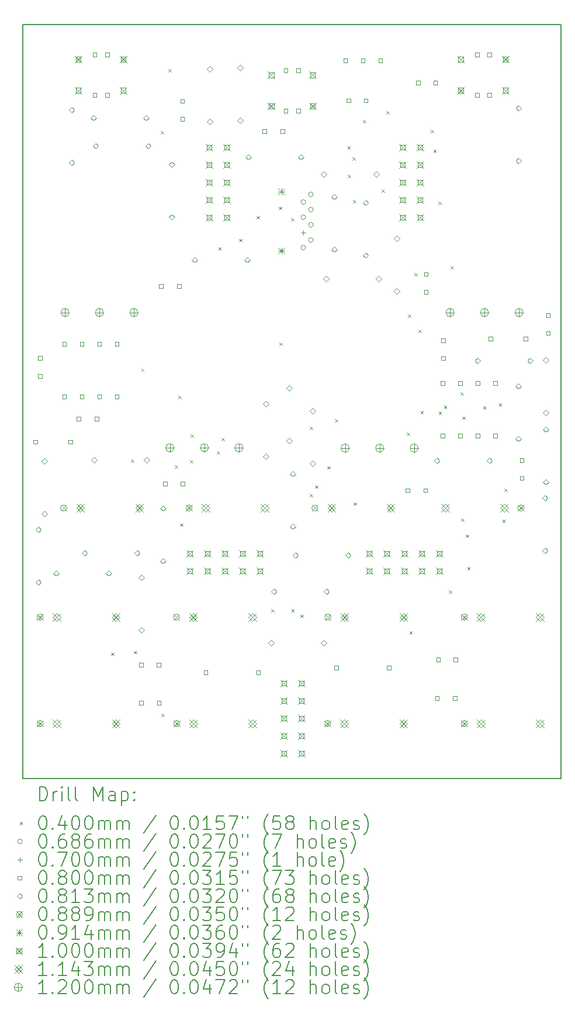
<source format=gbr>
%TF.GenerationSoftware,KiCad,Pcbnew,7.0.1-0*%
%TF.CreationDate,2023-04-05T16:45:23-07:00*%
%TF.ProjectId,Kit-Trig-Sampler,4b69742d-5472-4696-972d-53616d706c65,rev?*%
%TF.SameCoordinates,PXb745f8PY7402318*%
%TF.FileFunction,Drillmap*%
%TF.FilePolarity,Positive*%
%FSLAX45Y45*%
G04 Gerber Fmt 4.5, Leading zero omitted, Abs format (unit mm)*
G04 Created by KiCad (PCBNEW 7.0.1-0) date 2023-04-05 16:45:23*
%MOMM*%
%LPD*%
G01*
G04 APERTURE LIST*
%ADD10C,0.150000*%
%ADD11C,0.200000*%
%ADD12C,0.040000*%
%ADD13C,0.068580*%
%ADD14C,0.069977*%
%ADD15C,0.080000*%
%ADD16C,0.081280*%
%ADD17C,0.088900*%
%ADD18C,0.091440*%
%ADD19C,0.100000*%
%ADD20C,0.114300*%
%ADD21C,0.120000*%
G04 APERTURE END LIST*
D10*
X7797800Y0D02*
X7797800Y10922000D01*
X0Y0D02*
X7797800Y0D01*
X0Y10922000D02*
X7797800Y10922000D01*
X0Y0D02*
X0Y10922000D01*
D11*
D12*
X1278900Y1824380D02*
X1318900Y1784380D01*
X1318900Y1824380D02*
X1278900Y1784380D01*
X1564900Y4621380D02*
X1604900Y4581380D01*
X1604900Y4621380D02*
X1564900Y4581380D01*
X1608900Y1849330D02*
X1648900Y1809330D01*
X1648900Y1849330D02*
X1608900Y1809330D01*
X1713534Y5939014D02*
X1753534Y5899014D01*
X1753534Y5939014D02*
X1713534Y5899014D01*
X1998900Y9380380D02*
X2038900Y9340380D01*
X2038900Y9380380D02*
X1998900Y9340380D01*
X2004900Y936380D02*
X2044900Y896380D01*
X2044900Y936380D02*
X2004900Y896380D01*
X2107900Y10279380D02*
X2147900Y10239380D01*
X2147900Y10279380D02*
X2107900Y10239380D01*
X2198900Y4534380D02*
X2238900Y4494380D01*
X2238900Y4534380D02*
X2198900Y4494380D01*
X2248900Y5544380D02*
X2288900Y5504380D01*
X2288900Y5544380D02*
X2248900Y5504380D01*
X2278900Y3694380D02*
X2318900Y3654380D01*
X2318900Y3694380D02*
X2278900Y3654380D01*
X2418900Y4614380D02*
X2458900Y4574380D01*
X2458900Y4614380D02*
X2418900Y4574380D01*
X2428900Y4984380D02*
X2468900Y4944380D01*
X2468900Y4984380D02*
X2428900Y4944380D01*
X2809560Y4741860D02*
X2849560Y4701860D01*
X2849560Y4741860D02*
X2809560Y4701860D01*
X2830900Y7693380D02*
X2870900Y7653380D01*
X2870900Y7693380D02*
X2830900Y7653380D01*
X2877344Y4936644D02*
X2917344Y4896644D01*
X2917344Y4936644D02*
X2877344Y4896644D01*
X3131900Y7817380D02*
X3171900Y7777380D01*
X3171900Y7817380D02*
X3131900Y7777380D01*
X3383170Y8147650D02*
X3423170Y8107650D01*
X3423170Y8147650D02*
X3383170Y8107650D01*
X3598900Y2454380D02*
X3638900Y2414380D01*
X3638900Y2454380D02*
X3598900Y2414380D01*
X3707900Y8283380D02*
X3747900Y8243380D01*
X3747900Y8283380D02*
X3707900Y8243380D01*
X3715900Y6316380D02*
X3755900Y6276380D01*
X3755900Y6316380D02*
X3715900Y6276380D01*
X3883170Y8121110D02*
X3923170Y8081110D01*
X3923170Y8121110D02*
X3883170Y8081110D01*
X3888900Y2454380D02*
X3928900Y2414380D01*
X3928900Y2454380D02*
X3888900Y2414380D01*
X4019900Y2373380D02*
X4059900Y2333380D01*
X4059900Y2373380D02*
X4019900Y2333380D01*
X4158900Y5094380D02*
X4198900Y5054380D01*
X4198900Y5094380D02*
X4158900Y5054380D01*
X4158900Y4124380D02*
X4198900Y4084380D01*
X4198900Y4124380D02*
X4158900Y4084380D01*
X4233890Y4244380D02*
X4273890Y4204380D01*
X4273890Y4244380D02*
X4233890Y4204380D01*
X4408900Y4524380D02*
X4448900Y4484380D01*
X4448900Y4524380D02*
X4408900Y4484380D01*
X4520900Y5208380D02*
X4560900Y5168380D01*
X4560900Y5208380D02*
X4520900Y5168380D01*
X4702900Y9162380D02*
X4742900Y9122380D01*
X4742900Y9162380D02*
X4702900Y9122380D01*
X4708350Y8745480D02*
X4748350Y8705480D01*
X4748350Y8745480D02*
X4708350Y8705480D01*
X4775350Y9001930D02*
X4815350Y8961930D01*
X4815350Y9001930D02*
X4775350Y8961930D01*
X4784630Y8384110D02*
X4824630Y8344110D01*
X4824630Y8384110D02*
X4784630Y8344110D01*
X4792170Y4000110D02*
X4832170Y3960110D01*
X4832170Y4000110D02*
X4792170Y3960110D01*
X4923900Y9541880D02*
X4963900Y9501880D01*
X4963900Y9541880D02*
X4923900Y9501880D01*
X5196450Y8535380D02*
X5236450Y8495380D01*
X5236450Y8535380D02*
X5196450Y8495380D01*
X5263900Y9665380D02*
X5303900Y9625380D01*
X5303900Y9665380D02*
X5263900Y9625380D01*
X5558900Y5014380D02*
X5598900Y4974380D01*
X5598900Y5014380D02*
X5558900Y4974380D01*
X5576450Y6724380D02*
X5616450Y6684380D01*
X5616450Y6724380D02*
X5576450Y6684380D01*
X5598900Y2134380D02*
X5638900Y2094380D01*
X5638900Y2134380D02*
X5598900Y2094380D01*
X5669050Y7324380D02*
X5709050Y7284380D01*
X5709050Y7324380D02*
X5669050Y7284380D01*
X5728900Y6504380D02*
X5768900Y6464380D01*
X5768900Y6504380D02*
X5728900Y6464380D01*
X5761400Y5326880D02*
X5801400Y5286880D01*
X5801400Y5326880D02*
X5761400Y5286880D01*
X5911400Y9394380D02*
X5951400Y9354380D01*
X5951400Y9394380D02*
X5911400Y9354380D01*
X5946450Y9111880D02*
X5986450Y9071880D01*
X5986450Y9111880D02*
X5946450Y9071880D01*
X6018900Y8356880D02*
X6058900Y8316880D01*
X6058900Y8356880D02*
X6018900Y8316880D01*
X6022900Y5314380D02*
X6062900Y5274380D01*
X6062900Y5314380D02*
X6022900Y5274380D01*
X6098900Y5399330D02*
X6138900Y5359330D01*
X6138900Y5399330D02*
X6098900Y5359330D01*
X6168900Y2724380D02*
X6208900Y2684380D01*
X6208900Y2724380D02*
X6168900Y2684380D01*
X6196900Y7424380D02*
X6236900Y7384380D01*
X6236900Y7424380D02*
X6196900Y7384380D01*
X6340900Y5596380D02*
X6380900Y5556380D01*
X6380900Y5596380D02*
X6340900Y5556380D01*
X6348690Y3768130D02*
X6388690Y3728130D01*
X6388690Y3768130D02*
X6348690Y3728130D01*
X6368900Y5244380D02*
X6408900Y5204380D01*
X6408900Y5244380D02*
X6368900Y5204380D01*
X6418900Y3534380D02*
X6458900Y3494380D01*
X6458900Y3534380D02*
X6418900Y3494380D01*
X6438900Y3064380D02*
X6478900Y3024380D01*
X6478900Y3064380D02*
X6438900Y3024380D01*
X6667900Y5393610D02*
X6707900Y5353610D01*
X6707900Y5393610D02*
X6667900Y5353610D01*
X6894900Y5435380D02*
X6934900Y5395380D01*
X6934900Y5435380D02*
X6894900Y5395380D01*
X6947220Y3748720D02*
X6987220Y3708720D01*
X6987220Y3748720D02*
X6947220Y3708720D01*
X6975130Y4198150D02*
X7015130Y4158150D01*
X7015130Y4198150D02*
X6975130Y4158150D01*
D13*
X4096190Y8350373D02*
G75*
G03*
X4096190Y8350373I-34290J0D01*
G01*
X4096190Y8130384D02*
G75*
G03*
X4096190Y8130384I-34290J0D01*
G01*
X4096190Y7690405D02*
G75*
G03*
X4096190Y7690405I-34290J0D01*
G01*
X4206172Y8460355D02*
G75*
G03*
X4206172Y8460355I-34290J0D01*
G01*
X4206172Y8240366D02*
G75*
G03*
X4206172Y8240366I-34290J0D01*
G01*
X4206172Y8020376D02*
G75*
G03*
X4206172Y8020376I-34290J0D01*
G01*
X4206172Y7800387D02*
G75*
G03*
X4206172Y7800387I-34290J0D01*
G01*
D14*
X4061900Y7945383D02*
X4061900Y7875406D01*
X4026911Y7910394D02*
X4096888Y7910394D01*
D15*
X208644Y4848096D02*
X208644Y4904665D01*
X152076Y4904665D01*
X152076Y4848096D01*
X208644Y4848096D01*
X277185Y6063275D02*
X277185Y6119844D01*
X220615Y6119844D01*
X220615Y6063275D01*
X277185Y6063275D01*
X277185Y5804195D02*
X277185Y5860764D01*
X220615Y5860764D01*
X220615Y5804195D01*
X277185Y5804195D01*
X627185Y6267095D02*
X627185Y6323664D01*
X570616Y6323664D01*
X570616Y6267095D01*
X627185Y6267095D01*
X627185Y5505096D02*
X627185Y5561665D01*
X570616Y5561665D01*
X570616Y5505096D01*
X627185Y5505096D01*
X716644Y4848096D02*
X716644Y4904665D01*
X660076Y4904665D01*
X660076Y4848096D01*
X716644Y4848096D01*
X836104Y5185096D02*
X836104Y5241665D01*
X779535Y5241665D01*
X779535Y5185096D01*
X836104Y5185096D01*
X881184Y6267095D02*
X881184Y6323664D01*
X824615Y6323664D01*
X824615Y6267095D01*
X881184Y6267095D01*
X881184Y5505096D02*
X881184Y5561665D01*
X824615Y5561665D01*
X824615Y5505096D01*
X881184Y5505096D01*
X1067185Y10455372D02*
X1067185Y10511941D01*
X1010615Y10511941D01*
X1010615Y10455372D01*
X1067185Y10455372D01*
X1067185Y9875372D02*
X1067185Y9931941D01*
X1010615Y9931941D01*
X1010615Y9875372D01*
X1067185Y9875372D01*
X1095185Y5185096D02*
X1095185Y5241665D01*
X1038615Y5241665D01*
X1038615Y5185096D01*
X1095185Y5185096D01*
X1135185Y6267095D02*
X1135185Y6323664D01*
X1078616Y6323664D01*
X1078616Y6267095D01*
X1135185Y6267095D01*
X1135185Y5505096D02*
X1135185Y5561665D01*
X1078616Y5561665D01*
X1078616Y5505096D01*
X1135185Y5505096D01*
X1247185Y10455372D02*
X1247185Y10511941D01*
X1190616Y10511941D01*
X1190616Y10455372D01*
X1247185Y10455372D01*
X1247185Y9875372D02*
X1247185Y9931941D01*
X1190616Y9931941D01*
X1190616Y9875372D01*
X1247185Y9875372D01*
X1389185Y6267095D02*
X1389185Y6323664D01*
X1332616Y6323664D01*
X1332616Y6267095D01*
X1389185Y6267095D01*
X1389185Y5505096D02*
X1389185Y5561665D01*
X1332616Y5561665D01*
X1332616Y5505096D01*
X1389185Y5505096D01*
X1740184Y1066096D02*
X1740184Y1122665D01*
X1683615Y1122665D01*
X1683615Y1066096D01*
X1740184Y1066096D01*
X1742184Y1616095D02*
X1742184Y1672664D01*
X1685615Y1672664D01*
X1685615Y1616095D01*
X1742184Y1616095D01*
X1992184Y1616095D02*
X1992184Y1672664D01*
X1935615Y1672664D01*
X1935615Y1616095D01*
X1992184Y1616095D01*
X1999264Y1066096D02*
X1999264Y1122665D01*
X1942695Y1122665D01*
X1942695Y1066096D01*
X1999264Y1066096D01*
X2030004Y7106095D02*
X2030004Y7162664D01*
X1973435Y7162664D01*
X1973435Y7106095D01*
X2030004Y7106095D01*
X2085284Y4246096D02*
X2085284Y4302665D01*
X2028715Y4302665D01*
X2028715Y4246096D01*
X2085284Y4246096D01*
X2289085Y7106095D02*
X2289085Y7162664D01*
X2232516Y7162664D01*
X2232516Y7106095D01*
X2289085Y7106095D01*
X2337185Y9785176D02*
X2337185Y9841745D01*
X2280616Y9841745D01*
X2280616Y9785176D01*
X2337185Y9785176D01*
X2337185Y9526096D02*
X2337185Y9582665D01*
X2280616Y9582665D01*
X2280616Y9526096D01*
X2337185Y9526096D01*
X2344365Y4246096D02*
X2344365Y4302665D01*
X2287796Y4302665D01*
X2287796Y4246096D01*
X2344365Y4246096D01*
X2676185Y1506095D02*
X2676185Y1562664D01*
X2619616Y1562664D01*
X2619616Y1506095D01*
X2676185Y1506095D01*
X3438184Y1506095D02*
X3438184Y1562664D01*
X3381615Y1562664D01*
X3381615Y1506095D01*
X3438184Y1506095D01*
X3530004Y9346096D02*
X3530004Y9402665D01*
X3473435Y9402665D01*
X3473435Y9346096D01*
X3530004Y9346096D01*
X3789084Y9346096D02*
X3789084Y9402665D01*
X3732515Y9402665D01*
X3732515Y9346096D01*
X3789084Y9346096D01*
X3837184Y10227872D02*
X3837184Y10284441D01*
X3780615Y10284441D01*
X3780615Y10227872D01*
X3837184Y10227872D01*
X3837184Y9647872D02*
X3837184Y9704441D01*
X3780615Y9704441D01*
X3780615Y9647872D01*
X3837184Y9647872D01*
X4017184Y10227872D02*
X4017184Y10284441D01*
X3960615Y10284441D01*
X3960615Y10227872D01*
X4017184Y10227872D01*
X4017184Y9647872D02*
X4017184Y9704441D01*
X3960615Y9704441D01*
X3960615Y9647872D01*
X4017184Y9647872D01*
X4566185Y1576095D02*
X4566185Y1632664D01*
X4509616Y1632664D01*
X4509616Y1576095D01*
X4566185Y1576095D01*
X4700685Y10374346D02*
X4700685Y10430915D01*
X4644116Y10430915D01*
X4644116Y10374346D01*
X4700685Y10374346D01*
X4747185Y9793596D02*
X4747185Y9850165D01*
X4690616Y9850165D01*
X4690616Y9793596D01*
X4747185Y9793596D01*
X4954685Y10374346D02*
X4954685Y10430915D01*
X4898116Y10430915D01*
X4898116Y10374346D01*
X4954685Y10374346D01*
X4997185Y9793596D02*
X4997185Y9850165D01*
X4940616Y9850165D01*
X4940616Y9793596D01*
X4997185Y9793596D01*
X5208685Y10374346D02*
X5208685Y10430915D01*
X5152116Y10430915D01*
X5152116Y10374346D01*
X5208685Y10374346D01*
X5328185Y1576095D02*
X5328185Y1632664D01*
X5271616Y1632664D01*
X5271616Y1576095D01*
X5328185Y1576095D01*
X5600004Y4146095D02*
X5600004Y4202665D01*
X5543436Y4202665D01*
X5543436Y4146095D01*
X5600004Y4146095D01*
X5754684Y10053596D02*
X5754684Y10110165D01*
X5698115Y10110165D01*
X5698115Y10053596D01*
X5754684Y10053596D01*
X5859084Y4146095D02*
X5859084Y4202665D01*
X5802515Y4202665D01*
X5802515Y4146095D01*
X5859084Y4146095D01*
X5867184Y7277995D02*
X5867184Y7334564D01*
X5810615Y7334564D01*
X5810615Y7277995D01*
X5867184Y7277995D01*
X5867184Y7018915D02*
X5867184Y7075484D01*
X5810615Y7075484D01*
X5810615Y7018915D01*
X5867184Y7018915D01*
X6004684Y10053596D02*
X6004684Y10110165D01*
X5948115Y10110165D01*
X5948115Y10053596D01*
X6004684Y10053596D01*
X6030004Y1136096D02*
X6030004Y1192665D01*
X5973435Y1192665D01*
X5973435Y1136096D01*
X6030004Y1136096D01*
X6047184Y1696095D02*
X6047184Y1752664D01*
X5990615Y1752664D01*
X5990615Y1696095D01*
X6047184Y1696095D01*
X6107184Y5697095D02*
X6107184Y5753664D01*
X6050615Y5753664D01*
X6050615Y5697095D01*
X6107184Y5697095D01*
X6107184Y4935096D02*
X6107184Y4991665D01*
X6050615Y4991665D01*
X6050615Y4935096D01*
X6107184Y4935096D01*
X6117184Y6317995D02*
X6117184Y6374564D01*
X6060615Y6374564D01*
X6060615Y6317995D01*
X6117184Y6317995D01*
X6117184Y6058915D02*
X6117184Y6115484D01*
X6060615Y6115484D01*
X6060615Y6058915D01*
X6117184Y6058915D01*
X6289084Y1136096D02*
X6289084Y1192665D01*
X6232515Y1192665D01*
X6232515Y1136096D01*
X6289084Y1136096D01*
X6297184Y1696095D02*
X6297184Y1752664D01*
X6240615Y1752664D01*
X6240615Y1696095D01*
X6297184Y1696095D01*
X6361184Y5697095D02*
X6361184Y5753664D01*
X6304615Y5753664D01*
X6304615Y5697095D01*
X6361184Y5697095D01*
X6361184Y4935096D02*
X6361184Y4991665D01*
X6304615Y4991665D01*
X6304615Y4935096D01*
X6361184Y4935096D01*
X6607184Y10455372D02*
X6607184Y10511941D01*
X6550615Y10511941D01*
X6550615Y10455372D01*
X6607184Y10455372D01*
X6607184Y9875372D02*
X6607184Y9931941D01*
X6550615Y9931941D01*
X6550615Y9875372D01*
X6607184Y9875372D01*
X6615184Y5697095D02*
X6615184Y5753664D01*
X6558615Y5753664D01*
X6558615Y5697095D01*
X6615184Y5697095D01*
X6615184Y4935096D02*
X6615184Y4991665D01*
X6558615Y4991665D01*
X6558615Y4935096D01*
X6615184Y4935096D01*
X6787184Y10455372D02*
X6787184Y10511941D01*
X6730615Y10511941D01*
X6730615Y10455372D01*
X6787184Y10455372D01*
X6787184Y9875372D02*
X6787184Y9931941D01*
X6730615Y9931941D01*
X6730615Y9875372D01*
X6787184Y9875372D01*
X6805724Y6346095D02*
X6805724Y6402664D01*
X6749155Y6402664D01*
X6749155Y6346095D01*
X6805724Y6346095D01*
X6869184Y5697095D02*
X6869184Y5753664D01*
X6812615Y5753664D01*
X6812615Y5697095D01*
X6869184Y5697095D01*
X6869184Y4935096D02*
X6869184Y4991665D01*
X6812615Y4991665D01*
X6812615Y4935096D01*
X6869184Y4935096D01*
X7257184Y4583276D02*
X7257184Y4639845D01*
X7200615Y4639845D01*
X7200615Y4583276D01*
X7257184Y4583276D01*
X7257184Y4324196D02*
X7257184Y4380765D01*
X7200615Y4380765D01*
X7200615Y4324196D01*
X7257184Y4324196D01*
X7313724Y6346095D02*
X7313724Y6402664D01*
X7257155Y6402664D01*
X7257155Y6346095D01*
X7313724Y6346095D01*
X7637184Y6683275D02*
X7637184Y6739844D01*
X7580615Y6739844D01*
X7580615Y6683275D01*
X7637184Y6683275D01*
X7637184Y6424195D02*
X7637184Y6480764D01*
X7580615Y6480764D01*
X7580615Y6424195D01*
X7637184Y6424195D01*
D16*
X223900Y3568740D02*
X264540Y3609380D01*
X223900Y3650020D01*
X183260Y3609380D01*
X223900Y3568740D01*
X223900Y2806740D02*
X264540Y2847380D01*
X223900Y2888020D01*
X183260Y2847380D01*
X223900Y2806740D01*
X308900Y4555740D02*
X349540Y4596380D01*
X308900Y4637020D01*
X268260Y4596380D01*
X308900Y4555740D01*
X308900Y3793740D02*
X349540Y3834380D01*
X308900Y3875020D01*
X268260Y3834380D01*
X308900Y3793740D01*
X482900Y2934740D02*
X523540Y2975380D01*
X482900Y3016020D01*
X442260Y2975380D01*
X482900Y2934740D01*
X706120Y9646920D02*
X746760Y9687560D01*
X706120Y9728200D01*
X665480Y9687560D01*
X706120Y9646920D01*
X706120Y8884920D02*
X746760Y8925560D01*
X706120Y8966200D01*
X665480Y8925560D01*
X706120Y8884920D01*
X891900Y3226740D02*
X932540Y3267380D01*
X891900Y3308020D01*
X851260Y3267380D01*
X891900Y3226740D01*
X1021900Y9529740D02*
X1062540Y9570380D01*
X1021900Y9611020D01*
X981260Y9570380D01*
X1021900Y9529740D01*
X1032900Y4573740D02*
X1073540Y4614380D01*
X1032900Y4655020D01*
X992260Y4614380D01*
X1032900Y4573740D01*
X1052900Y9124740D02*
X1093540Y9165380D01*
X1052900Y9206020D01*
X1012260Y9165380D01*
X1052900Y9124740D01*
X1244900Y2934740D02*
X1285540Y2975380D01*
X1244900Y3016020D01*
X1204260Y2975380D01*
X1244900Y2934740D01*
X1653900Y3226740D02*
X1694540Y3267380D01*
X1653900Y3308020D01*
X1613260Y3267380D01*
X1653900Y3226740D01*
X1718900Y2874740D02*
X1759540Y2915380D01*
X1718900Y2956020D01*
X1678260Y2915380D01*
X1718900Y2874740D01*
X1718900Y2112740D02*
X1759540Y2153380D01*
X1718900Y2194020D01*
X1678260Y2153380D01*
X1718900Y2112740D01*
X1783900Y9529740D02*
X1824540Y9570380D01*
X1783900Y9611020D01*
X1743260Y9570380D01*
X1783900Y9529740D01*
X1794900Y4573740D02*
X1835540Y4614380D01*
X1794900Y4655020D01*
X1754260Y4614380D01*
X1794900Y4573740D01*
X1814900Y9124740D02*
X1855540Y9165380D01*
X1814900Y9206020D01*
X1774260Y9165380D01*
X1814900Y9124740D01*
X2028900Y3874740D02*
X2069540Y3915380D01*
X2028900Y3956020D01*
X1988260Y3915380D01*
X2028900Y3874740D01*
X2028900Y3112740D02*
X2069540Y3153380D01*
X2028900Y3194020D01*
X1988260Y3153380D01*
X2028900Y3112740D01*
X2158900Y8854740D02*
X2199540Y8895380D01*
X2158900Y8936020D01*
X2118260Y8895380D01*
X2158900Y8854740D01*
X2158900Y8092740D02*
X2199540Y8133380D01*
X2158900Y8174020D01*
X2118260Y8133380D01*
X2158900Y8092740D01*
X2487900Y7473740D02*
X2528540Y7514380D01*
X2487900Y7555020D01*
X2447260Y7514380D01*
X2487900Y7473740D01*
X2707900Y10238740D02*
X2748540Y10279380D01*
X2707900Y10320020D01*
X2667260Y10279380D01*
X2707900Y10238740D01*
X2707900Y9476740D02*
X2748540Y9517380D01*
X2707900Y9558020D01*
X2667260Y9517380D01*
X2707900Y9476740D01*
X3148900Y10254740D02*
X3189540Y10295380D01*
X3148900Y10336020D01*
X3108260Y10295380D01*
X3148900Y10254740D01*
X3148900Y9492740D02*
X3189540Y9533380D01*
X3148900Y9574020D01*
X3108260Y9533380D01*
X3148900Y9492740D01*
X3249900Y7473740D02*
X3290540Y7514380D01*
X3249900Y7555020D01*
X3209260Y7514380D01*
X3249900Y7473740D01*
X3267900Y8963740D02*
X3308540Y9004380D01*
X3267900Y9045020D01*
X3227260Y9004380D01*
X3267900Y8963740D01*
X3518900Y5384740D02*
X3559540Y5425380D01*
X3518900Y5466020D01*
X3478260Y5425380D01*
X3518900Y5384740D01*
X3518900Y4622740D02*
X3559540Y4663380D01*
X3518900Y4704020D01*
X3478260Y4663380D01*
X3518900Y4622740D01*
X3594900Y1921740D02*
X3635540Y1962380D01*
X3594900Y2003020D01*
X3554260Y1962380D01*
X3594900Y1921740D01*
X3635900Y2668740D02*
X3676540Y2709380D01*
X3635900Y2750020D01*
X3595260Y2709380D01*
X3635900Y2668740D01*
X3858900Y5614740D02*
X3899540Y5655380D01*
X3858900Y5696020D01*
X3818260Y5655380D01*
X3858900Y5614740D01*
X3858900Y4852740D02*
X3899540Y4893380D01*
X3858900Y4934020D01*
X3818260Y4893380D01*
X3858900Y4852740D01*
X3908900Y4374740D02*
X3949540Y4415380D01*
X3908900Y4456020D01*
X3868260Y4415380D01*
X3908900Y4374740D01*
X3908900Y3612740D02*
X3949540Y3653380D01*
X3908900Y3694020D01*
X3868260Y3653380D01*
X3908900Y3612740D01*
X3947900Y3193740D02*
X3988540Y3234380D01*
X3947900Y3275020D01*
X3907260Y3234380D01*
X3947900Y3193740D01*
X4029900Y8963740D02*
X4070540Y9004380D01*
X4029900Y9045020D01*
X3989260Y9004380D01*
X4029900Y8963740D01*
X4198900Y5284740D02*
X4239540Y5325380D01*
X4198900Y5366020D01*
X4158260Y5325380D01*
X4198900Y5284740D01*
X4198900Y4522740D02*
X4239540Y4563380D01*
X4198900Y4604020D01*
X4158260Y4563380D01*
X4198900Y4522740D01*
X4356900Y8714740D02*
X4397540Y8755380D01*
X4356900Y8796020D01*
X4316260Y8755380D01*
X4356900Y8714740D01*
X4356900Y1921740D02*
X4397540Y1962380D01*
X4356900Y2003020D01*
X4316260Y1962380D01*
X4356900Y1921740D01*
X4394200Y7200900D02*
X4434840Y7241540D01*
X4394200Y7282180D01*
X4353560Y7241540D01*
X4394200Y7200900D01*
X4397900Y2668740D02*
X4438540Y2709380D01*
X4397900Y2750020D01*
X4357260Y2709380D01*
X4397900Y2668740D01*
X4508900Y8387740D02*
X4549540Y8428380D01*
X4508900Y8469020D01*
X4468260Y8428380D01*
X4508900Y8387740D01*
X4508900Y7625740D02*
X4549540Y7666380D01*
X4508900Y7707020D01*
X4468260Y7666380D01*
X4508900Y7625740D01*
X4709900Y3193740D02*
X4750540Y3234380D01*
X4709900Y3275020D01*
X4669260Y3234380D01*
X4709900Y3193740D01*
X4964900Y8302740D02*
X5005540Y8343380D01*
X4964900Y8384020D01*
X4924260Y8343380D01*
X4964900Y8302740D01*
X4964900Y7540740D02*
X5005540Y7581380D01*
X4964900Y7622020D01*
X4924260Y7581380D01*
X4964900Y7540740D01*
X5118900Y8714740D02*
X5159540Y8755380D01*
X5118900Y8796020D01*
X5078260Y8755380D01*
X5118900Y8714740D01*
X5156200Y7200900D02*
X5196840Y7241540D01*
X5156200Y7282180D01*
X5115560Y7241540D01*
X5156200Y7200900D01*
X5418900Y7784740D02*
X5459540Y7825380D01*
X5418900Y7866020D01*
X5378260Y7825380D01*
X5418900Y7784740D01*
X5418900Y7022740D02*
X5459540Y7063380D01*
X5418900Y7104020D01*
X5378260Y7063380D01*
X5418900Y7022740D01*
X5997900Y4563740D02*
X6038540Y4604380D01*
X5997900Y4645020D01*
X5957260Y4604380D01*
X5997900Y4563740D01*
X6587900Y6013740D02*
X6628540Y6054380D01*
X6587900Y6095020D01*
X6547260Y6054380D01*
X6587900Y6013740D01*
X6759900Y4563740D02*
X6800540Y4604380D01*
X6759900Y4645020D01*
X6719260Y4604380D01*
X6759900Y4563740D01*
X7178900Y5644740D02*
X7219540Y5685380D01*
X7178900Y5726020D01*
X7138260Y5685380D01*
X7178900Y5644740D01*
X7178900Y4882740D02*
X7219540Y4923380D01*
X7178900Y4964020D01*
X7138260Y4923380D01*
X7178900Y4882740D01*
X7180580Y9669780D02*
X7221220Y9710420D01*
X7180580Y9751060D01*
X7139940Y9710420D01*
X7180580Y9669780D01*
X7180580Y8907780D02*
X7221220Y8948420D01*
X7180580Y8989060D01*
X7139940Y8948420D01*
X7180580Y8907780D01*
X7349900Y6013740D02*
X7390540Y6054380D01*
X7349900Y6095020D01*
X7309260Y6054380D01*
X7349900Y6013740D01*
X7563900Y4025740D02*
X7604540Y4066380D01*
X7563900Y4107020D01*
X7523260Y4066380D01*
X7563900Y4025740D01*
X7563900Y3263740D02*
X7604540Y3304380D01*
X7563900Y3345020D01*
X7523260Y3304380D01*
X7563900Y3263740D01*
X7575900Y6019740D02*
X7616540Y6060380D01*
X7575900Y6101020D01*
X7535260Y6060380D01*
X7575900Y6019740D01*
X7575900Y5257740D02*
X7616540Y5298380D01*
X7575900Y5339020D01*
X7535260Y5298380D01*
X7575900Y5257740D01*
X7575900Y5017740D02*
X7616540Y5058380D01*
X7575900Y5099020D01*
X7535260Y5058380D01*
X7575900Y5017740D01*
X7575900Y4255740D02*
X7616540Y4296380D01*
X7575900Y4337020D01*
X7535260Y4296380D01*
X7575900Y4255740D01*
D17*
X205370Y2383106D02*
X294270Y2294206D01*
X294270Y2383106D02*
X205370Y2294206D01*
X294270Y2338656D02*
G75*
G03*
X294270Y2338656I-44450J0D01*
G01*
X205370Y840606D02*
X294270Y751706D01*
X294270Y840606D02*
X205370Y751706D01*
X294270Y796156D02*
G75*
G03*
X294270Y796156I-44450J0D01*
G01*
X545370Y3963106D02*
X634270Y3874206D01*
X634270Y3963106D02*
X545370Y3874206D01*
X634270Y3918656D02*
G75*
G03*
X634270Y3918656I-44450J0D01*
G01*
X2182170Y2383106D02*
X2271070Y2294206D01*
X2271070Y2383106D02*
X2182170Y2294206D01*
X2271070Y2338656D02*
G75*
G03*
X2271070Y2338656I-44450J0D01*
G01*
X2184870Y840606D02*
X2273770Y751706D01*
X2273770Y840606D02*
X2184870Y751706D01*
X2273770Y796156D02*
G75*
G03*
X2273770Y796156I-44450J0D01*
G01*
X2362870Y3963106D02*
X2451770Y3874206D01*
X2451770Y3963106D02*
X2362870Y3874206D01*
X2451770Y3918656D02*
G75*
G03*
X2451770Y3918656I-44450J0D01*
G01*
X4185370Y3963106D02*
X4274270Y3874206D01*
X4274270Y3963106D02*
X4185370Y3874206D01*
X4274270Y3918656D02*
G75*
G03*
X4274270Y3918656I-44450J0D01*
G01*
X4370870Y840606D02*
X4459770Y751706D01*
X4459770Y840606D02*
X4370870Y751706D01*
X4459770Y796156D02*
G75*
G03*
X4459770Y796156I-44450J0D01*
G01*
X4373570Y2383106D02*
X4462470Y2294206D01*
X4462470Y2383106D02*
X4373570Y2294206D01*
X4462470Y2338656D02*
G75*
G03*
X4462470Y2338656I-44450J0D01*
G01*
X6350370Y2383106D02*
X6439270Y2294206D01*
X6439270Y2383106D02*
X6350370Y2294206D01*
X6439270Y2338656D02*
G75*
G03*
X6439270Y2338656I-44450J0D01*
G01*
X6350370Y840606D02*
X6439270Y751706D01*
X6439270Y840606D02*
X6350370Y751706D01*
X6439270Y796156D02*
G75*
G03*
X6439270Y796156I-44450J0D01*
G01*
X7171030Y3963106D02*
X7259930Y3874206D01*
X7259930Y3963106D02*
X7171030Y3874206D01*
X7259930Y3918656D02*
G75*
G03*
X7259930Y3918656I-44450J0D01*
G01*
D18*
X3699188Y8550360D02*
X3790628Y8458920D01*
X3790628Y8550360D02*
X3699188Y8458920D01*
X3744908Y8550360D02*
X3744908Y8458920D01*
X3699188Y8504640D02*
X3790628Y8504640D01*
X3699188Y7691840D02*
X3790628Y7600400D01*
X3790628Y7691840D02*
X3699188Y7600400D01*
X3744908Y7691840D02*
X3744908Y7600400D01*
X3699188Y7646120D02*
X3790628Y7646120D01*
D19*
X753900Y10468656D02*
X853900Y10368656D01*
X853900Y10468656D02*
X753900Y10368656D01*
X839256Y10383301D02*
X839256Y10454012D01*
X768544Y10454012D01*
X768544Y10383301D01*
X839256Y10383301D01*
X753900Y10018656D02*
X853900Y9918656D01*
X853900Y10018656D02*
X753900Y9918656D01*
X839256Y9933301D02*
X839256Y10004012D01*
X768544Y10004012D01*
X768544Y9933301D01*
X839256Y9933301D01*
X1403900Y10468656D02*
X1503900Y10368656D01*
X1503900Y10468656D02*
X1403900Y10368656D01*
X1489256Y10383301D02*
X1489256Y10454012D01*
X1418544Y10454012D01*
X1418544Y10383301D01*
X1489256Y10383301D01*
X1403900Y10018656D02*
X1503900Y9918656D01*
X1503900Y10018656D02*
X1403900Y9918656D01*
X1489256Y9933301D02*
X1489256Y10004012D01*
X1418544Y10004012D01*
X1418544Y9933301D01*
X1489256Y9933301D01*
X2368098Y3312000D02*
X2468098Y3212000D01*
X2468098Y3312000D02*
X2368098Y3212000D01*
X2453454Y3226644D02*
X2453454Y3297356D01*
X2382742Y3297356D01*
X2382742Y3226644D01*
X2453454Y3226644D01*
X2368098Y3058000D02*
X2468098Y2958000D01*
X2468098Y3058000D02*
X2368098Y2958000D01*
X2453454Y2972644D02*
X2453454Y3043356D01*
X2382742Y3043356D01*
X2382742Y2972644D01*
X2453454Y2972644D01*
X2622098Y3312000D02*
X2722098Y3212000D01*
X2722098Y3312000D02*
X2622098Y3212000D01*
X2707454Y3226644D02*
X2707454Y3297356D01*
X2636742Y3297356D01*
X2636742Y3226644D01*
X2707454Y3226644D01*
X2622098Y3058000D02*
X2722098Y2958000D01*
X2722098Y3058000D02*
X2622098Y2958000D01*
X2707454Y2972644D02*
X2707454Y3043356D01*
X2636742Y3043356D01*
X2636742Y2972644D01*
X2707454Y2972644D01*
X2649098Y9192999D02*
X2749098Y9092999D01*
X2749098Y9192999D02*
X2649098Y9092999D01*
X2734454Y9107644D02*
X2734454Y9178355D01*
X2663742Y9178355D01*
X2663742Y9107644D01*
X2734454Y9107644D01*
X2649098Y8938999D02*
X2749098Y8838999D01*
X2749098Y8938999D02*
X2649098Y8838999D01*
X2734454Y8853644D02*
X2734454Y8924355D01*
X2663742Y8924355D01*
X2663742Y8853644D01*
X2734454Y8853644D01*
X2649098Y8684999D02*
X2749098Y8584999D01*
X2749098Y8684999D02*
X2649098Y8584999D01*
X2734454Y8599644D02*
X2734454Y8670355D01*
X2663742Y8670355D01*
X2663742Y8599644D01*
X2734454Y8599644D01*
X2649098Y8430999D02*
X2749098Y8330999D01*
X2749098Y8430999D02*
X2649098Y8330999D01*
X2734454Y8345643D02*
X2734454Y8416355D01*
X2663742Y8416355D01*
X2663742Y8345643D01*
X2734454Y8345643D01*
X2649098Y8176999D02*
X2749098Y8076999D01*
X2749098Y8176999D02*
X2649098Y8076999D01*
X2734454Y8091643D02*
X2734454Y8162355D01*
X2663742Y8162355D01*
X2663742Y8091643D01*
X2734454Y8091643D01*
X2876098Y3312000D02*
X2976098Y3212000D01*
X2976098Y3312000D02*
X2876098Y3212000D01*
X2961453Y3226644D02*
X2961453Y3297356D01*
X2890742Y3297356D01*
X2890742Y3226644D01*
X2961453Y3226644D01*
X2876098Y3058000D02*
X2976098Y2958000D01*
X2976098Y3058000D02*
X2876098Y2958000D01*
X2961453Y2972644D02*
X2961453Y3043356D01*
X2890742Y3043356D01*
X2890742Y2972644D01*
X2961453Y2972644D01*
X2903098Y9192999D02*
X3003098Y9092999D01*
X3003098Y9192999D02*
X2903098Y9092999D01*
X2988454Y9107644D02*
X2988454Y9178355D01*
X2917742Y9178355D01*
X2917742Y9107644D01*
X2988454Y9107644D01*
X2903098Y8938999D02*
X3003098Y8838999D01*
X3003098Y8938999D02*
X2903098Y8838999D01*
X2988454Y8853644D02*
X2988454Y8924355D01*
X2917742Y8924355D01*
X2917742Y8853644D01*
X2988454Y8853644D01*
X2903098Y8684999D02*
X3003098Y8584999D01*
X3003098Y8684999D02*
X2903098Y8584999D01*
X2988454Y8599644D02*
X2988454Y8670355D01*
X2917742Y8670355D01*
X2917742Y8599644D01*
X2988454Y8599644D01*
X2903098Y8430999D02*
X3003098Y8330999D01*
X3003098Y8430999D02*
X2903098Y8330999D01*
X2988454Y8345643D02*
X2988454Y8416355D01*
X2917742Y8416355D01*
X2917742Y8345643D01*
X2988454Y8345643D01*
X2903098Y8176999D02*
X3003098Y8076999D01*
X3003098Y8176999D02*
X2903098Y8076999D01*
X2988454Y8091643D02*
X2988454Y8162355D01*
X2917742Y8162355D01*
X2917742Y8091643D01*
X2988454Y8091643D01*
X3130098Y3312000D02*
X3230098Y3212000D01*
X3230098Y3312000D02*
X3130098Y3212000D01*
X3215453Y3226644D02*
X3215453Y3297356D01*
X3144742Y3297356D01*
X3144742Y3226644D01*
X3215453Y3226644D01*
X3130098Y3058000D02*
X3230098Y2958000D01*
X3230098Y3058000D02*
X3130098Y2958000D01*
X3215453Y2972644D02*
X3215453Y3043356D01*
X3144742Y3043356D01*
X3144742Y2972644D01*
X3215453Y2972644D01*
X3384098Y3312000D02*
X3484098Y3212000D01*
X3484098Y3312000D02*
X3384098Y3212000D01*
X3469453Y3226644D02*
X3469453Y3297356D01*
X3398742Y3297356D01*
X3398742Y3226644D01*
X3469453Y3226644D01*
X3384098Y3058000D02*
X3484098Y2958000D01*
X3484098Y3058000D02*
X3384098Y2958000D01*
X3469453Y2972644D02*
X3469453Y3043356D01*
X3398742Y3043356D01*
X3398742Y2972644D01*
X3469453Y2972644D01*
X3549300Y10241156D02*
X3649300Y10141156D01*
X3649300Y10241156D02*
X3549300Y10141156D01*
X3634656Y10155801D02*
X3634656Y10226512D01*
X3563944Y10226512D01*
X3563944Y10155801D01*
X3634656Y10155801D01*
X3549300Y9791156D02*
X3649300Y9691156D01*
X3649300Y9791156D02*
X3549300Y9691156D01*
X3634656Y9705801D02*
X3634656Y9776512D01*
X3563944Y9776512D01*
X3563944Y9705801D01*
X3634656Y9705801D01*
X3731900Y1432380D02*
X3831900Y1332380D01*
X3831900Y1432380D02*
X3731900Y1332380D01*
X3817256Y1347024D02*
X3817256Y1417736D01*
X3746544Y1417736D01*
X3746544Y1347024D01*
X3817256Y1347024D01*
X3731900Y1178380D02*
X3831900Y1078380D01*
X3831900Y1178380D02*
X3731900Y1078380D01*
X3817256Y1093024D02*
X3817256Y1163736D01*
X3746544Y1163736D01*
X3746544Y1093024D01*
X3817256Y1093024D01*
X3731900Y924380D02*
X3831900Y824380D01*
X3831900Y924380D02*
X3731900Y824380D01*
X3817256Y839024D02*
X3817256Y909736D01*
X3746544Y909736D01*
X3746544Y839024D01*
X3817256Y839024D01*
X3731900Y670380D02*
X3831900Y570380D01*
X3831900Y670380D02*
X3731900Y570380D01*
X3817256Y585024D02*
X3817256Y655736D01*
X3746544Y655736D01*
X3746544Y585024D01*
X3817256Y585024D01*
X3731900Y416380D02*
X3831900Y316380D01*
X3831900Y416380D02*
X3731900Y316380D01*
X3817256Y331024D02*
X3817256Y401736D01*
X3746544Y401736D01*
X3746544Y331024D01*
X3817256Y331024D01*
X3985900Y1432380D02*
X4085900Y1332380D01*
X4085900Y1432380D02*
X3985900Y1332380D01*
X4071256Y1347024D02*
X4071256Y1417736D01*
X4000544Y1417736D01*
X4000544Y1347024D01*
X4071256Y1347024D01*
X3985900Y1178380D02*
X4085900Y1078380D01*
X4085900Y1178380D02*
X3985900Y1078380D01*
X4071256Y1093024D02*
X4071256Y1163736D01*
X4000544Y1163736D01*
X4000544Y1093024D01*
X4071256Y1093024D01*
X3985900Y924380D02*
X4085900Y824380D01*
X4085900Y924380D02*
X3985900Y824380D01*
X4071256Y839024D02*
X4071256Y909736D01*
X4000544Y909736D01*
X4000544Y839024D01*
X4071256Y839024D01*
X3985900Y670380D02*
X4085900Y570380D01*
X4085900Y670380D02*
X3985900Y570380D01*
X4071256Y585024D02*
X4071256Y655736D01*
X4000544Y655736D01*
X4000544Y585024D01*
X4071256Y585024D01*
X3985900Y416380D02*
X4085900Y316380D01*
X4085900Y416380D02*
X3985900Y316380D01*
X4071256Y331024D02*
X4071256Y401736D01*
X4000544Y401736D01*
X4000544Y331024D01*
X4071256Y331024D01*
X4148500Y10241156D02*
X4248500Y10141156D01*
X4248500Y10241156D02*
X4148500Y10141156D01*
X4233856Y10155801D02*
X4233856Y10226512D01*
X4163144Y10226512D01*
X4163144Y10155801D01*
X4233856Y10155801D01*
X4148500Y9791156D02*
X4248500Y9691156D01*
X4248500Y9791156D02*
X4148500Y9691156D01*
X4233856Y9705801D02*
X4233856Y9776512D01*
X4163144Y9776512D01*
X4163144Y9705801D01*
X4233856Y9705801D01*
X4968100Y3312000D02*
X5068100Y3212000D01*
X5068100Y3312000D02*
X4968100Y3212000D01*
X5053456Y3226644D02*
X5053456Y3297356D01*
X4982745Y3297356D01*
X4982745Y3226644D01*
X5053456Y3226644D01*
X4968100Y3058000D02*
X5068100Y2958000D01*
X5068100Y3058000D02*
X4968100Y2958000D01*
X5053456Y2972644D02*
X5053456Y3043356D01*
X4982745Y3043356D01*
X4982745Y2972644D01*
X5053456Y2972644D01*
X5222100Y3312000D02*
X5322100Y3212000D01*
X5322100Y3312000D02*
X5222100Y3212000D01*
X5307456Y3226644D02*
X5307456Y3297356D01*
X5236745Y3297356D01*
X5236745Y3226644D01*
X5307456Y3226644D01*
X5222100Y3058000D02*
X5322100Y2958000D01*
X5322100Y3058000D02*
X5222100Y2958000D01*
X5307456Y2972644D02*
X5307456Y3043356D01*
X5236745Y3043356D01*
X5236745Y2972644D01*
X5307456Y2972644D01*
X5449100Y9192999D02*
X5549100Y9092999D01*
X5549100Y9192999D02*
X5449100Y9092999D01*
X5534456Y9107644D02*
X5534456Y9178355D01*
X5463744Y9178355D01*
X5463744Y9107644D01*
X5534456Y9107644D01*
X5449100Y8938999D02*
X5549100Y8838999D01*
X5549100Y8938999D02*
X5449100Y8838999D01*
X5534456Y8853644D02*
X5534456Y8924355D01*
X5463744Y8924355D01*
X5463744Y8853644D01*
X5534456Y8853644D01*
X5449100Y8684999D02*
X5549100Y8584999D01*
X5549100Y8684999D02*
X5449100Y8584999D01*
X5534456Y8599644D02*
X5534456Y8670355D01*
X5463744Y8670355D01*
X5463744Y8599644D01*
X5534456Y8599644D01*
X5449100Y8430999D02*
X5549100Y8330999D01*
X5549100Y8430999D02*
X5449100Y8330999D01*
X5534456Y8345643D02*
X5534456Y8416355D01*
X5463744Y8416355D01*
X5463744Y8345643D01*
X5534456Y8345643D01*
X5449100Y8176999D02*
X5549100Y8076999D01*
X5549100Y8176999D02*
X5449100Y8076999D01*
X5534456Y8091643D02*
X5534456Y8162355D01*
X5463744Y8162355D01*
X5463744Y8091643D01*
X5534456Y8091643D01*
X5476100Y3312000D02*
X5576100Y3212000D01*
X5576100Y3312000D02*
X5476100Y3212000D01*
X5561456Y3226644D02*
X5561456Y3297356D01*
X5490745Y3297356D01*
X5490745Y3226644D01*
X5561456Y3226644D01*
X5476100Y3058000D02*
X5576100Y2958000D01*
X5576100Y3058000D02*
X5476100Y2958000D01*
X5561456Y2972644D02*
X5561456Y3043356D01*
X5490745Y3043356D01*
X5490745Y2972644D01*
X5561456Y2972644D01*
X5703100Y9192999D02*
X5803100Y9092999D01*
X5803100Y9192999D02*
X5703100Y9092999D01*
X5788456Y9107644D02*
X5788456Y9178355D01*
X5717744Y9178355D01*
X5717744Y9107644D01*
X5788456Y9107644D01*
X5703100Y8938999D02*
X5803100Y8838999D01*
X5803100Y8938999D02*
X5703100Y8838999D01*
X5788456Y8853644D02*
X5788456Y8924355D01*
X5717744Y8924355D01*
X5717744Y8853644D01*
X5788456Y8853644D01*
X5703100Y8684999D02*
X5803100Y8584999D01*
X5803100Y8684999D02*
X5703100Y8584999D01*
X5788456Y8599644D02*
X5788456Y8670355D01*
X5717744Y8670355D01*
X5717744Y8599644D01*
X5788456Y8599644D01*
X5703100Y8430999D02*
X5803100Y8330999D01*
X5803100Y8430999D02*
X5703100Y8330999D01*
X5788456Y8345643D02*
X5788456Y8416355D01*
X5717744Y8416355D01*
X5717744Y8345643D01*
X5788456Y8345643D01*
X5703100Y8176999D02*
X5803100Y8076999D01*
X5803100Y8176999D02*
X5703100Y8076999D01*
X5788456Y8091643D02*
X5788456Y8162355D01*
X5717744Y8162355D01*
X5717744Y8091643D01*
X5788456Y8091643D01*
X5730100Y3312000D02*
X5830100Y3212000D01*
X5830100Y3312000D02*
X5730100Y3212000D01*
X5815456Y3226644D02*
X5815456Y3297356D01*
X5744744Y3297356D01*
X5744744Y3226644D01*
X5815456Y3226644D01*
X5730100Y3058000D02*
X5830100Y2958000D01*
X5830100Y3058000D02*
X5730100Y2958000D01*
X5815456Y2972644D02*
X5815456Y3043356D01*
X5744744Y3043356D01*
X5744744Y2972644D01*
X5815456Y2972644D01*
X5984100Y3312000D02*
X6084100Y3212000D01*
X6084100Y3312000D02*
X5984100Y3212000D01*
X6069456Y3226644D02*
X6069456Y3297356D01*
X5998744Y3297356D01*
X5998744Y3226644D01*
X6069456Y3226644D01*
X5984100Y3058000D02*
X6084100Y2958000D01*
X6084100Y3058000D02*
X5984100Y2958000D01*
X6069456Y2972644D02*
X6069456Y3043356D01*
X5998744Y3043356D01*
X5998744Y2972644D01*
X6069456Y2972644D01*
X6293900Y10468656D02*
X6393900Y10368656D01*
X6393900Y10468656D02*
X6293900Y10368656D01*
X6379256Y10383301D02*
X6379256Y10454012D01*
X6308544Y10454012D01*
X6308544Y10383301D01*
X6379256Y10383301D01*
X6293900Y10018656D02*
X6393900Y9918656D01*
X6393900Y10018656D02*
X6293900Y9918656D01*
X6379256Y9933301D02*
X6379256Y10004012D01*
X6308544Y10004012D01*
X6308544Y9933301D01*
X6379256Y9933301D01*
X6943900Y10468656D02*
X7043900Y10368656D01*
X7043900Y10468656D02*
X6943900Y10368656D01*
X7029256Y10383301D02*
X7029256Y10454012D01*
X6958544Y10454012D01*
X6958544Y10383301D01*
X7029256Y10383301D01*
X6943900Y10018656D02*
X7043900Y9918656D01*
X7043900Y10018656D02*
X6943900Y9918656D01*
X7029256Y9933301D02*
X7029256Y10004012D01*
X6958544Y10004012D01*
X6958544Y9933301D01*
X7029256Y9933301D01*
D20*
X433970Y2395806D02*
X548270Y2281506D01*
X548270Y2395806D02*
X433970Y2281506D01*
X491120Y2281506D02*
X548270Y2338656D01*
X491120Y2395806D01*
X433970Y2338656D01*
X491120Y2281506D01*
X433970Y853306D02*
X548270Y739006D01*
X548270Y853306D02*
X433970Y739006D01*
X491120Y739006D02*
X548270Y796156D01*
X491120Y853306D01*
X433970Y796156D01*
X491120Y739006D01*
X773970Y3975806D02*
X888270Y3861506D01*
X888270Y3975806D02*
X773970Y3861506D01*
X831120Y3861506D02*
X888270Y3918656D01*
X831120Y3975806D01*
X773970Y3918656D01*
X831120Y3861506D01*
X1289950Y2395806D02*
X1404250Y2281506D01*
X1404250Y2395806D02*
X1289950Y2281506D01*
X1347100Y2281506D02*
X1404250Y2338656D01*
X1347100Y2395806D01*
X1289950Y2338656D01*
X1347100Y2281506D01*
X1289950Y853306D02*
X1404250Y739006D01*
X1404250Y853306D02*
X1289950Y739006D01*
X1347100Y739006D02*
X1404250Y796156D01*
X1347100Y853306D01*
X1289950Y796156D01*
X1347100Y739006D01*
X1629950Y3975806D02*
X1744250Y3861506D01*
X1744250Y3975806D02*
X1629950Y3861506D01*
X1687100Y3861506D02*
X1744250Y3918656D01*
X1687100Y3975806D01*
X1629950Y3918656D01*
X1687100Y3861506D01*
X2410770Y2395806D02*
X2525070Y2281506D01*
X2525070Y2395806D02*
X2410770Y2281506D01*
X2467920Y2281506D02*
X2525070Y2338656D01*
X2467920Y2395806D01*
X2410770Y2338656D01*
X2467920Y2281506D01*
X2413470Y853306D02*
X2527770Y739006D01*
X2527770Y853306D02*
X2413470Y739006D01*
X2470620Y739006D02*
X2527770Y796156D01*
X2470620Y853306D01*
X2413470Y796156D01*
X2470620Y739006D01*
X2591470Y3975806D02*
X2705770Y3861506D01*
X2705770Y3975806D02*
X2591470Y3861506D01*
X2648620Y3861506D02*
X2705770Y3918656D01*
X2648620Y3975806D01*
X2591470Y3918656D01*
X2648620Y3861506D01*
X3266750Y2395806D02*
X3381050Y2281506D01*
X3381050Y2395806D02*
X3266750Y2281506D01*
X3323900Y2281506D02*
X3381050Y2338656D01*
X3323900Y2395806D01*
X3266750Y2338656D01*
X3323900Y2281506D01*
X3269450Y853306D02*
X3383750Y739006D01*
X3383750Y853306D02*
X3269450Y739006D01*
X3326600Y739006D02*
X3383750Y796156D01*
X3326600Y853306D01*
X3269450Y796156D01*
X3326600Y739006D01*
X3447450Y3975806D02*
X3561750Y3861506D01*
X3561750Y3975806D02*
X3447450Y3861506D01*
X3504600Y3861506D02*
X3561750Y3918656D01*
X3504600Y3975806D01*
X3447450Y3918656D01*
X3504600Y3861506D01*
X4413970Y3975806D02*
X4528270Y3861506D01*
X4528270Y3975806D02*
X4413970Y3861506D01*
X4471120Y3861506D02*
X4528270Y3918656D01*
X4471120Y3975806D01*
X4413970Y3918656D01*
X4471120Y3861506D01*
X4599470Y853306D02*
X4713770Y739006D01*
X4713770Y853306D02*
X4599470Y739006D01*
X4656620Y739006D02*
X4713770Y796156D01*
X4656620Y853306D01*
X4599470Y796156D01*
X4656620Y739006D01*
X4602170Y2395806D02*
X4716470Y2281506D01*
X4716470Y2395806D02*
X4602170Y2281506D01*
X4659320Y2281506D02*
X4716470Y2338656D01*
X4659320Y2395806D01*
X4602170Y2338656D01*
X4659320Y2281506D01*
X5269950Y3975806D02*
X5384250Y3861506D01*
X5384250Y3975806D02*
X5269950Y3861506D01*
X5327100Y3861506D02*
X5384250Y3918656D01*
X5327100Y3975806D01*
X5269950Y3918656D01*
X5327100Y3861506D01*
X5455450Y853306D02*
X5569750Y739006D01*
X5569750Y853306D02*
X5455450Y739006D01*
X5512600Y739006D02*
X5569750Y796156D01*
X5512600Y853306D01*
X5455450Y796156D01*
X5512600Y739006D01*
X5458150Y2395806D02*
X5572450Y2281506D01*
X5572450Y2395806D02*
X5458150Y2281506D01*
X5515300Y2281506D02*
X5572450Y2338656D01*
X5515300Y2395806D01*
X5458150Y2338656D01*
X5515300Y2281506D01*
X6061050Y3975806D02*
X6175350Y3861506D01*
X6175350Y3975806D02*
X6061050Y3861506D01*
X6118200Y3861506D02*
X6175350Y3918656D01*
X6118200Y3975806D01*
X6061050Y3918656D01*
X6118200Y3861506D01*
X6578970Y2395806D02*
X6693270Y2281506D01*
X6693270Y2395806D02*
X6578970Y2281506D01*
X6636120Y2281506D02*
X6693270Y2338656D01*
X6636120Y2395806D01*
X6578970Y2338656D01*
X6636120Y2281506D01*
X6578970Y853306D02*
X6693270Y739006D01*
X6693270Y853306D02*
X6578970Y739006D01*
X6636120Y739006D02*
X6693270Y796156D01*
X6636120Y853306D01*
X6578970Y796156D01*
X6636120Y739006D01*
X6917030Y3975806D02*
X7031330Y3861506D01*
X7031330Y3975806D02*
X6917030Y3861506D01*
X6974180Y3861506D02*
X7031330Y3918656D01*
X6974180Y3975806D01*
X6917030Y3918656D01*
X6974180Y3861506D01*
X7434950Y2395806D02*
X7549250Y2281506D01*
X7549250Y2395806D02*
X7434950Y2281506D01*
X7492100Y2281506D02*
X7549250Y2338656D01*
X7492100Y2395806D01*
X7434950Y2338656D01*
X7492100Y2281506D01*
X7434950Y853306D02*
X7549250Y739006D01*
X7549250Y853306D02*
X7434950Y739006D01*
X7492100Y739006D02*
X7549250Y796156D01*
X7492100Y853306D01*
X7434950Y796156D01*
X7492100Y739006D01*
D21*
X608900Y6810756D02*
X608900Y6690756D01*
X548900Y6750756D02*
X668900Y6750756D01*
X668900Y6750756D02*
G75*
G03*
X668900Y6750756I-60000J0D01*
G01*
X1108900Y6810756D02*
X1108900Y6690756D01*
X1048900Y6750756D02*
X1168900Y6750756D01*
X1168900Y6750756D02*
G75*
G03*
X1168900Y6750756I-60000J0D01*
G01*
X1608900Y6810756D02*
X1608900Y6690756D01*
X1548900Y6750756D02*
X1668900Y6750756D01*
X1668900Y6750756D02*
G75*
G03*
X1668900Y6750756I-60000J0D01*
G01*
X2128900Y4851980D02*
X2128900Y4731980D01*
X2068900Y4791980D02*
X2188900Y4791980D01*
X2188900Y4791980D02*
G75*
G03*
X2188900Y4791980I-60000J0D01*
G01*
X2628900Y4851980D02*
X2628900Y4731980D01*
X2568900Y4791980D02*
X2688900Y4791980D01*
X2688900Y4791980D02*
G75*
G03*
X2688900Y4791980I-60000J0D01*
G01*
X3128900Y4851980D02*
X3128900Y4731980D01*
X3068900Y4791980D02*
X3188900Y4791980D01*
X3188900Y4791980D02*
G75*
G03*
X3188900Y4791980I-60000J0D01*
G01*
X4668900Y4847548D02*
X4668900Y4727548D01*
X4608900Y4787548D02*
X4728900Y4787548D01*
X4728900Y4787548D02*
G75*
G03*
X4728900Y4787548I-60000J0D01*
G01*
X5168900Y4847548D02*
X5168900Y4727548D01*
X5108900Y4787548D02*
X5228900Y4787548D01*
X5228900Y4787548D02*
G75*
G03*
X5228900Y4787548I-60000J0D01*
G01*
X5668900Y4847548D02*
X5668900Y4727548D01*
X5608900Y4787548D02*
X5728900Y4787548D01*
X5728900Y4787548D02*
G75*
G03*
X5728900Y4787548I-60000J0D01*
G01*
X6188900Y6810756D02*
X6188900Y6690756D01*
X6128900Y6750756D02*
X6248900Y6750756D01*
X6248900Y6750756D02*
G75*
G03*
X6248900Y6750756I-60000J0D01*
G01*
X6688900Y6810756D02*
X6688900Y6690756D01*
X6628900Y6750756D02*
X6748900Y6750756D01*
X6748900Y6750756D02*
G75*
G03*
X6748900Y6750756I-60000J0D01*
G01*
X7188900Y6810756D02*
X7188900Y6690756D01*
X7128900Y6750756D02*
X7248900Y6750756D01*
X7248900Y6750756D02*
G75*
G03*
X7248900Y6750756I-60000J0D01*
G01*
D11*
X240119Y-320024D02*
X240119Y-120024D01*
X240119Y-120024D02*
X287738Y-120024D01*
X287738Y-120024D02*
X316310Y-129548D01*
X316310Y-129548D02*
X335357Y-148595D01*
X335357Y-148595D02*
X344881Y-167643D01*
X344881Y-167643D02*
X354405Y-205738D01*
X354405Y-205738D02*
X354405Y-234309D01*
X354405Y-234309D02*
X344881Y-272405D01*
X344881Y-272405D02*
X335357Y-291452D01*
X335357Y-291452D02*
X316310Y-310500D01*
X316310Y-310500D02*
X287738Y-320024D01*
X287738Y-320024D02*
X240119Y-320024D01*
X440119Y-320024D02*
X440119Y-186690D01*
X440119Y-224786D02*
X449643Y-205738D01*
X449643Y-205738D02*
X459167Y-196214D01*
X459167Y-196214D02*
X478214Y-186690D01*
X478214Y-186690D02*
X497262Y-186690D01*
X563929Y-320024D02*
X563929Y-186690D01*
X563929Y-120024D02*
X554405Y-129548D01*
X554405Y-129548D02*
X563929Y-139071D01*
X563929Y-139071D02*
X573452Y-129548D01*
X573452Y-129548D02*
X563929Y-120024D01*
X563929Y-120024D02*
X563929Y-139071D01*
X687738Y-320024D02*
X668690Y-310500D01*
X668690Y-310500D02*
X659167Y-291452D01*
X659167Y-291452D02*
X659167Y-120024D01*
X792500Y-320024D02*
X773452Y-310500D01*
X773452Y-310500D02*
X763928Y-291452D01*
X763928Y-291452D02*
X763928Y-120024D01*
X1021071Y-320024D02*
X1021071Y-120024D01*
X1021071Y-120024D02*
X1087738Y-262881D01*
X1087738Y-262881D02*
X1154405Y-120024D01*
X1154405Y-120024D02*
X1154405Y-320024D01*
X1335357Y-320024D02*
X1335357Y-215262D01*
X1335357Y-215262D02*
X1325833Y-196214D01*
X1325833Y-196214D02*
X1306786Y-186690D01*
X1306786Y-186690D02*
X1268690Y-186690D01*
X1268690Y-186690D02*
X1249643Y-196214D01*
X1335357Y-310500D02*
X1316310Y-320024D01*
X1316310Y-320024D02*
X1268690Y-320024D01*
X1268690Y-320024D02*
X1249643Y-310500D01*
X1249643Y-310500D02*
X1240119Y-291452D01*
X1240119Y-291452D02*
X1240119Y-272405D01*
X1240119Y-272405D02*
X1249643Y-253357D01*
X1249643Y-253357D02*
X1268690Y-243833D01*
X1268690Y-243833D02*
X1316310Y-243833D01*
X1316310Y-243833D02*
X1335357Y-234309D01*
X1430595Y-186690D02*
X1430595Y-386690D01*
X1430595Y-196214D02*
X1449643Y-186690D01*
X1449643Y-186690D02*
X1487738Y-186690D01*
X1487738Y-186690D02*
X1506786Y-196214D01*
X1506786Y-196214D02*
X1516309Y-205738D01*
X1516309Y-205738D02*
X1525833Y-224786D01*
X1525833Y-224786D02*
X1525833Y-281929D01*
X1525833Y-281929D02*
X1516309Y-300976D01*
X1516309Y-300976D02*
X1506786Y-310500D01*
X1506786Y-310500D02*
X1487738Y-320024D01*
X1487738Y-320024D02*
X1449643Y-320024D01*
X1449643Y-320024D02*
X1430595Y-310500D01*
X1611548Y-300976D02*
X1621071Y-310500D01*
X1621071Y-310500D02*
X1611548Y-320024D01*
X1611548Y-320024D02*
X1602024Y-310500D01*
X1602024Y-310500D02*
X1611548Y-300976D01*
X1611548Y-300976D02*
X1611548Y-320024D01*
X1611548Y-196214D02*
X1621071Y-205738D01*
X1621071Y-205738D02*
X1611548Y-215262D01*
X1611548Y-215262D02*
X1602024Y-205738D01*
X1602024Y-205738D02*
X1611548Y-196214D01*
X1611548Y-196214D02*
X1611548Y-215262D01*
D12*
X-47500Y-627500D02*
X-7500Y-667500D01*
X-7500Y-627500D02*
X-47500Y-667500D01*
D11*
X278214Y-540024D02*
X297262Y-540024D01*
X297262Y-540024D02*
X316310Y-549548D01*
X316310Y-549548D02*
X325833Y-559071D01*
X325833Y-559071D02*
X335357Y-578119D01*
X335357Y-578119D02*
X344881Y-616214D01*
X344881Y-616214D02*
X344881Y-663833D01*
X344881Y-663833D02*
X335357Y-701928D01*
X335357Y-701928D02*
X325833Y-720976D01*
X325833Y-720976D02*
X316310Y-730500D01*
X316310Y-730500D02*
X297262Y-740024D01*
X297262Y-740024D02*
X278214Y-740024D01*
X278214Y-740024D02*
X259167Y-730500D01*
X259167Y-730500D02*
X249643Y-720976D01*
X249643Y-720976D02*
X240119Y-701928D01*
X240119Y-701928D02*
X230595Y-663833D01*
X230595Y-663833D02*
X230595Y-616214D01*
X230595Y-616214D02*
X240119Y-578119D01*
X240119Y-578119D02*
X249643Y-559071D01*
X249643Y-559071D02*
X259167Y-549548D01*
X259167Y-549548D02*
X278214Y-540024D01*
X430595Y-720976D02*
X440119Y-730500D01*
X440119Y-730500D02*
X430595Y-740024D01*
X430595Y-740024D02*
X421071Y-730500D01*
X421071Y-730500D02*
X430595Y-720976D01*
X430595Y-720976D02*
X430595Y-740024D01*
X611548Y-606690D02*
X611548Y-740024D01*
X563929Y-530500D02*
X516309Y-673357D01*
X516309Y-673357D02*
X640119Y-673357D01*
X754405Y-540024D02*
X773452Y-540024D01*
X773452Y-540024D02*
X792500Y-549548D01*
X792500Y-549548D02*
X802024Y-559071D01*
X802024Y-559071D02*
X811548Y-578119D01*
X811548Y-578119D02*
X821071Y-616214D01*
X821071Y-616214D02*
X821071Y-663833D01*
X821071Y-663833D02*
X811548Y-701928D01*
X811548Y-701928D02*
X802024Y-720976D01*
X802024Y-720976D02*
X792500Y-730500D01*
X792500Y-730500D02*
X773452Y-740024D01*
X773452Y-740024D02*
X754405Y-740024D01*
X754405Y-740024D02*
X735357Y-730500D01*
X735357Y-730500D02*
X725833Y-720976D01*
X725833Y-720976D02*
X716309Y-701928D01*
X716309Y-701928D02*
X706786Y-663833D01*
X706786Y-663833D02*
X706786Y-616214D01*
X706786Y-616214D02*
X716309Y-578119D01*
X716309Y-578119D02*
X725833Y-559071D01*
X725833Y-559071D02*
X735357Y-549548D01*
X735357Y-549548D02*
X754405Y-540024D01*
X944881Y-540024D02*
X963929Y-540024D01*
X963929Y-540024D02*
X982976Y-549548D01*
X982976Y-549548D02*
X992500Y-559071D01*
X992500Y-559071D02*
X1002024Y-578119D01*
X1002024Y-578119D02*
X1011548Y-616214D01*
X1011548Y-616214D02*
X1011548Y-663833D01*
X1011548Y-663833D02*
X1002024Y-701928D01*
X1002024Y-701928D02*
X992500Y-720976D01*
X992500Y-720976D02*
X982976Y-730500D01*
X982976Y-730500D02*
X963929Y-740024D01*
X963929Y-740024D02*
X944881Y-740024D01*
X944881Y-740024D02*
X925833Y-730500D01*
X925833Y-730500D02*
X916309Y-720976D01*
X916309Y-720976D02*
X906786Y-701928D01*
X906786Y-701928D02*
X897262Y-663833D01*
X897262Y-663833D02*
X897262Y-616214D01*
X897262Y-616214D02*
X906786Y-578119D01*
X906786Y-578119D02*
X916309Y-559071D01*
X916309Y-559071D02*
X925833Y-549548D01*
X925833Y-549548D02*
X944881Y-540024D01*
X1097262Y-740024D02*
X1097262Y-606690D01*
X1097262Y-625738D02*
X1106786Y-616214D01*
X1106786Y-616214D02*
X1125833Y-606690D01*
X1125833Y-606690D02*
X1154405Y-606690D01*
X1154405Y-606690D02*
X1173452Y-616214D01*
X1173452Y-616214D02*
X1182976Y-635262D01*
X1182976Y-635262D02*
X1182976Y-740024D01*
X1182976Y-635262D02*
X1192500Y-616214D01*
X1192500Y-616214D02*
X1211548Y-606690D01*
X1211548Y-606690D02*
X1240119Y-606690D01*
X1240119Y-606690D02*
X1259167Y-616214D01*
X1259167Y-616214D02*
X1268691Y-635262D01*
X1268691Y-635262D02*
X1268691Y-740024D01*
X1363929Y-740024D02*
X1363929Y-606690D01*
X1363929Y-625738D02*
X1373452Y-616214D01*
X1373452Y-616214D02*
X1392500Y-606690D01*
X1392500Y-606690D02*
X1421071Y-606690D01*
X1421071Y-606690D02*
X1440119Y-616214D01*
X1440119Y-616214D02*
X1449643Y-635262D01*
X1449643Y-635262D02*
X1449643Y-740024D01*
X1449643Y-635262D02*
X1459167Y-616214D01*
X1459167Y-616214D02*
X1478214Y-606690D01*
X1478214Y-606690D02*
X1506786Y-606690D01*
X1506786Y-606690D02*
X1525833Y-616214D01*
X1525833Y-616214D02*
X1535357Y-635262D01*
X1535357Y-635262D02*
X1535357Y-740024D01*
X1925833Y-530500D02*
X1754405Y-787643D01*
X2182976Y-540024D02*
X2202024Y-540024D01*
X2202024Y-540024D02*
X2221072Y-549548D01*
X2221072Y-549548D02*
X2230595Y-559071D01*
X2230595Y-559071D02*
X2240119Y-578119D01*
X2240119Y-578119D02*
X2249643Y-616214D01*
X2249643Y-616214D02*
X2249643Y-663833D01*
X2249643Y-663833D02*
X2240119Y-701928D01*
X2240119Y-701928D02*
X2230595Y-720976D01*
X2230595Y-720976D02*
X2221072Y-730500D01*
X2221072Y-730500D02*
X2202024Y-740024D01*
X2202024Y-740024D02*
X2182976Y-740024D01*
X2182976Y-740024D02*
X2163929Y-730500D01*
X2163929Y-730500D02*
X2154405Y-720976D01*
X2154405Y-720976D02*
X2144881Y-701928D01*
X2144881Y-701928D02*
X2135357Y-663833D01*
X2135357Y-663833D02*
X2135357Y-616214D01*
X2135357Y-616214D02*
X2144881Y-578119D01*
X2144881Y-578119D02*
X2154405Y-559071D01*
X2154405Y-559071D02*
X2163929Y-549548D01*
X2163929Y-549548D02*
X2182976Y-540024D01*
X2335357Y-720976D02*
X2344881Y-730500D01*
X2344881Y-730500D02*
X2335357Y-740024D01*
X2335357Y-740024D02*
X2325834Y-730500D01*
X2325834Y-730500D02*
X2335357Y-720976D01*
X2335357Y-720976D02*
X2335357Y-740024D01*
X2468691Y-540024D02*
X2487738Y-540024D01*
X2487738Y-540024D02*
X2506786Y-549548D01*
X2506786Y-549548D02*
X2516310Y-559071D01*
X2516310Y-559071D02*
X2525834Y-578119D01*
X2525834Y-578119D02*
X2535357Y-616214D01*
X2535357Y-616214D02*
X2535357Y-663833D01*
X2535357Y-663833D02*
X2525834Y-701928D01*
X2525834Y-701928D02*
X2516310Y-720976D01*
X2516310Y-720976D02*
X2506786Y-730500D01*
X2506786Y-730500D02*
X2487738Y-740024D01*
X2487738Y-740024D02*
X2468691Y-740024D01*
X2468691Y-740024D02*
X2449643Y-730500D01*
X2449643Y-730500D02*
X2440119Y-720976D01*
X2440119Y-720976D02*
X2430595Y-701928D01*
X2430595Y-701928D02*
X2421072Y-663833D01*
X2421072Y-663833D02*
X2421072Y-616214D01*
X2421072Y-616214D02*
X2430595Y-578119D01*
X2430595Y-578119D02*
X2440119Y-559071D01*
X2440119Y-559071D02*
X2449643Y-549548D01*
X2449643Y-549548D02*
X2468691Y-540024D01*
X2725834Y-740024D02*
X2611548Y-740024D01*
X2668691Y-740024D02*
X2668691Y-540024D01*
X2668691Y-540024D02*
X2649643Y-568595D01*
X2649643Y-568595D02*
X2630595Y-587643D01*
X2630595Y-587643D02*
X2611548Y-597167D01*
X2906786Y-540024D02*
X2811548Y-540024D01*
X2811548Y-540024D02*
X2802024Y-635262D01*
X2802024Y-635262D02*
X2811548Y-625738D01*
X2811548Y-625738D02*
X2830595Y-616214D01*
X2830595Y-616214D02*
X2878214Y-616214D01*
X2878214Y-616214D02*
X2897262Y-625738D01*
X2897262Y-625738D02*
X2906786Y-635262D01*
X2906786Y-635262D02*
X2916310Y-654310D01*
X2916310Y-654310D02*
X2916310Y-701928D01*
X2916310Y-701928D02*
X2906786Y-720976D01*
X2906786Y-720976D02*
X2897262Y-730500D01*
X2897262Y-730500D02*
X2878214Y-740024D01*
X2878214Y-740024D02*
X2830595Y-740024D01*
X2830595Y-740024D02*
X2811548Y-730500D01*
X2811548Y-730500D02*
X2802024Y-720976D01*
X2982976Y-540024D02*
X3116310Y-540024D01*
X3116310Y-540024D02*
X3030595Y-740024D01*
X3182976Y-540024D02*
X3182976Y-578119D01*
X3259167Y-540024D02*
X3259167Y-578119D01*
X3554405Y-816214D02*
X3544881Y-806690D01*
X3544881Y-806690D02*
X3525834Y-778119D01*
X3525834Y-778119D02*
X3516310Y-759071D01*
X3516310Y-759071D02*
X3506786Y-730500D01*
X3506786Y-730500D02*
X3497262Y-682881D01*
X3497262Y-682881D02*
X3497262Y-644786D01*
X3497262Y-644786D02*
X3506786Y-597167D01*
X3506786Y-597167D02*
X3516310Y-568595D01*
X3516310Y-568595D02*
X3525834Y-549548D01*
X3525834Y-549548D02*
X3544881Y-520976D01*
X3544881Y-520976D02*
X3554405Y-511452D01*
X3725834Y-540024D02*
X3630595Y-540024D01*
X3630595Y-540024D02*
X3621072Y-635262D01*
X3621072Y-635262D02*
X3630595Y-625738D01*
X3630595Y-625738D02*
X3649643Y-616214D01*
X3649643Y-616214D02*
X3697262Y-616214D01*
X3697262Y-616214D02*
X3716310Y-625738D01*
X3716310Y-625738D02*
X3725834Y-635262D01*
X3725834Y-635262D02*
X3735357Y-654310D01*
X3735357Y-654310D02*
X3735357Y-701928D01*
X3735357Y-701928D02*
X3725834Y-720976D01*
X3725834Y-720976D02*
X3716310Y-730500D01*
X3716310Y-730500D02*
X3697262Y-740024D01*
X3697262Y-740024D02*
X3649643Y-740024D01*
X3649643Y-740024D02*
X3630595Y-730500D01*
X3630595Y-730500D02*
X3621072Y-720976D01*
X3849643Y-625738D02*
X3830595Y-616214D01*
X3830595Y-616214D02*
X3821072Y-606690D01*
X3821072Y-606690D02*
X3811548Y-587643D01*
X3811548Y-587643D02*
X3811548Y-578119D01*
X3811548Y-578119D02*
X3821072Y-559071D01*
X3821072Y-559071D02*
X3830595Y-549548D01*
X3830595Y-549548D02*
X3849643Y-540024D01*
X3849643Y-540024D02*
X3887738Y-540024D01*
X3887738Y-540024D02*
X3906786Y-549548D01*
X3906786Y-549548D02*
X3916310Y-559071D01*
X3916310Y-559071D02*
X3925834Y-578119D01*
X3925834Y-578119D02*
X3925834Y-587643D01*
X3925834Y-587643D02*
X3916310Y-606690D01*
X3916310Y-606690D02*
X3906786Y-616214D01*
X3906786Y-616214D02*
X3887738Y-625738D01*
X3887738Y-625738D02*
X3849643Y-625738D01*
X3849643Y-625738D02*
X3830595Y-635262D01*
X3830595Y-635262D02*
X3821072Y-644786D01*
X3821072Y-644786D02*
X3811548Y-663833D01*
X3811548Y-663833D02*
X3811548Y-701928D01*
X3811548Y-701928D02*
X3821072Y-720976D01*
X3821072Y-720976D02*
X3830595Y-730500D01*
X3830595Y-730500D02*
X3849643Y-740024D01*
X3849643Y-740024D02*
X3887738Y-740024D01*
X3887738Y-740024D02*
X3906786Y-730500D01*
X3906786Y-730500D02*
X3916310Y-720976D01*
X3916310Y-720976D02*
X3925834Y-701928D01*
X3925834Y-701928D02*
X3925834Y-663833D01*
X3925834Y-663833D02*
X3916310Y-644786D01*
X3916310Y-644786D02*
X3906786Y-635262D01*
X3906786Y-635262D02*
X3887738Y-625738D01*
X4163929Y-740024D02*
X4163929Y-540024D01*
X4249643Y-740024D02*
X4249643Y-635262D01*
X4249643Y-635262D02*
X4240119Y-616214D01*
X4240119Y-616214D02*
X4221072Y-606690D01*
X4221072Y-606690D02*
X4192500Y-606690D01*
X4192500Y-606690D02*
X4173453Y-616214D01*
X4173453Y-616214D02*
X4163929Y-625738D01*
X4373453Y-740024D02*
X4354405Y-730500D01*
X4354405Y-730500D02*
X4344881Y-720976D01*
X4344881Y-720976D02*
X4335358Y-701928D01*
X4335358Y-701928D02*
X4335358Y-644786D01*
X4335358Y-644786D02*
X4344881Y-625738D01*
X4344881Y-625738D02*
X4354405Y-616214D01*
X4354405Y-616214D02*
X4373453Y-606690D01*
X4373453Y-606690D02*
X4402024Y-606690D01*
X4402024Y-606690D02*
X4421072Y-616214D01*
X4421072Y-616214D02*
X4430596Y-625738D01*
X4430596Y-625738D02*
X4440119Y-644786D01*
X4440119Y-644786D02*
X4440119Y-701928D01*
X4440119Y-701928D02*
X4430596Y-720976D01*
X4430596Y-720976D02*
X4421072Y-730500D01*
X4421072Y-730500D02*
X4402024Y-740024D01*
X4402024Y-740024D02*
X4373453Y-740024D01*
X4554405Y-740024D02*
X4535358Y-730500D01*
X4535358Y-730500D02*
X4525834Y-711452D01*
X4525834Y-711452D02*
X4525834Y-540024D01*
X4706786Y-730500D02*
X4687739Y-740024D01*
X4687739Y-740024D02*
X4649643Y-740024D01*
X4649643Y-740024D02*
X4630596Y-730500D01*
X4630596Y-730500D02*
X4621072Y-711452D01*
X4621072Y-711452D02*
X4621072Y-635262D01*
X4621072Y-635262D02*
X4630596Y-616214D01*
X4630596Y-616214D02*
X4649643Y-606690D01*
X4649643Y-606690D02*
X4687739Y-606690D01*
X4687739Y-606690D02*
X4706786Y-616214D01*
X4706786Y-616214D02*
X4716310Y-635262D01*
X4716310Y-635262D02*
X4716310Y-654310D01*
X4716310Y-654310D02*
X4621072Y-673357D01*
X4792500Y-730500D02*
X4811548Y-740024D01*
X4811548Y-740024D02*
X4849643Y-740024D01*
X4849643Y-740024D02*
X4868691Y-730500D01*
X4868691Y-730500D02*
X4878215Y-711452D01*
X4878215Y-711452D02*
X4878215Y-701928D01*
X4878215Y-701928D02*
X4868691Y-682881D01*
X4868691Y-682881D02*
X4849643Y-673357D01*
X4849643Y-673357D02*
X4821072Y-673357D01*
X4821072Y-673357D02*
X4802024Y-663833D01*
X4802024Y-663833D02*
X4792500Y-644786D01*
X4792500Y-644786D02*
X4792500Y-635262D01*
X4792500Y-635262D02*
X4802024Y-616214D01*
X4802024Y-616214D02*
X4821072Y-606690D01*
X4821072Y-606690D02*
X4849643Y-606690D01*
X4849643Y-606690D02*
X4868691Y-616214D01*
X4944881Y-816214D02*
X4954405Y-806690D01*
X4954405Y-806690D02*
X4973453Y-778119D01*
X4973453Y-778119D02*
X4982977Y-759071D01*
X4982977Y-759071D02*
X4992500Y-730500D01*
X4992500Y-730500D02*
X5002024Y-682881D01*
X5002024Y-682881D02*
X5002024Y-644786D01*
X5002024Y-644786D02*
X4992500Y-597167D01*
X4992500Y-597167D02*
X4982977Y-568595D01*
X4982977Y-568595D02*
X4973453Y-549548D01*
X4973453Y-549548D02*
X4954405Y-520976D01*
X4954405Y-520976D02*
X4944881Y-511452D01*
D13*
X-7500Y-911500D02*
G75*
G03*
X-7500Y-911500I-34290J0D01*
G01*
D11*
X278214Y-804024D02*
X297262Y-804024D01*
X297262Y-804024D02*
X316310Y-813548D01*
X316310Y-813548D02*
X325833Y-823071D01*
X325833Y-823071D02*
X335357Y-842119D01*
X335357Y-842119D02*
X344881Y-880214D01*
X344881Y-880214D02*
X344881Y-927833D01*
X344881Y-927833D02*
X335357Y-965928D01*
X335357Y-965928D02*
X325833Y-984976D01*
X325833Y-984976D02*
X316310Y-994500D01*
X316310Y-994500D02*
X297262Y-1004024D01*
X297262Y-1004024D02*
X278214Y-1004024D01*
X278214Y-1004024D02*
X259167Y-994500D01*
X259167Y-994500D02*
X249643Y-984976D01*
X249643Y-984976D02*
X240119Y-965928D01*
X240119Y-965928D02*
X230595Y-927833D01*
X230595Y-927833D02*
X230595Y-880214D01*
X230595Y-880214D02*
X240119Y-842119D01*
X240119Y-842119D02*
X249643Y-823071D01*
X249643Y-823071D02*
X259167Y-813548D01*
X259167Y-813548D02*
X278214Y-804024D01*
X430595Y-984976D02*
X440119Y-994500D01*
X440119Y-994500D02*
X430595Y-1004024D01*
X430595Y-1004024D02*
X421071Y-994500D01*
X421071Y-994500D02*
X430595Y-984976D01*
X430595Y-984976D02*
X430595Y-1004024D01*
X611548Y-804024D02*
X573452Y-804024D01*
X573452Y-804024D02*
X554405Y-813548D01*
X554405Y-813548D02*
X544881Y-823071D01*
X544881Y-823071D02*
X525833Y-851643D01*
X525833Y-851643D02*
X516309Y-889738D01*
X516309Y-889738D02*
X516309Y-965928D01*
X516309Y-965928D02*
X525833Y-984976D01*
X525833Y-984976D02*
X535357Y-994500D01*
X535357Y-994500D02*
X554405Y-1004024D01*
X554405Y-1004024D02*
X592500Y-1004024D01*
X592500Y-1004024D02*
X611548Y-994500D01*
X611548Y-994500D02*
X621071Y-984976D01*
X621071Y-984976D02*
X630595Y-965928D01*
X630595Y-965928D02*
X630595Y-918309D01*
X630595Y-918309D02*
X621071Y-899262D01*
X621071Y-899262D02*
X611548Y-889738D01*
X611548Y-889738D02*
X592500Y-880214D01*
X592500Y-880214D02*
X554405Y-880214D01*
X554405Y-880214D02*
X535357Y-889738D01*
X535357Y-889738D02*
X525833Y-899262D01*
X525833Y-899262D02*
X516309Y-918309D01*
X744881Y-889738D02*
X725833Y-880214D01*
X725833Y-880214D02*
X716309Y-870690D01*
X716309Y-870690D02*
X706786Y-851643D01*
X706786Y-851643D02*
X706786Y-842119D01*
X706786Y-842119D02*
X716309Y-823071D01*
X716309Y-823071D02*
X725833Y-813548D01*
X725833Y-813548D02*
X744881Y-804024D01*
X744881Y-804024D02*
X782976Y-804024D01*
X782976Y-804024D02*
X802024Y-813548D01*
X802024Y-813548D02*
X811548Y-823071D01*
X811548Y-823071D02*
X821071Y-842119D01*
X821071Y-842119D02*
X821071Y-851643D01*
X821071Y-851643D02*
X811548Y-870690D01*
X811548Y-870690D02*
X802024Y-880214D01*
X802024Y-880214D02*
X782976Y-889738D01*
X782976Y-889738D02*
X744881Y-889738D01*
X744881Y-889738D02*
X725833Y-899262D01*
X725833Y-899262D02*
X716309Y-908786D01*
X716309Y-908786D02*
X706786Y-927833D01*
X706786Y-927833D02*
X706786Y-965928D01*
X706786Y-965928D02*
X716309Y-984976D01*
X716309Y-984976D02*
X725833Y-994500D01*
X725833Y-994500D02*
X744881Y-1004024D01*
X744881Y-1004024D02*
X782976Y-1004024D01*
X782976Y-1004024D02*
X802024Y-994500D01*
X802024Y-994500D02*
X811548Y-984976D01*
X811548Y-984976D02*
X821071Y-965928D01*
X821071Y-965928D02*
X821071Y-927833D01*
X821071Y-927833D02*
X811548Y-908786D01*
X811548Y-908786D02*
X802024Y-899262D01*
X802024Y-899262D02*
X782976Y-889738D01*
X992500Y-804024D02*
X954405Y-804024D01*
X954405Y-804024D02*
X935357Y-813548D01*
X935357Y-813548D02*
X925833Y-823071D01*
X925833Y-823071D02*
X906786Y-851643D01*
X906786Y-851643D02*
X897262Y-889738D01*
X897262Y-889738D02*
X897262Y-965928D01*
X897262Y-965928D02*
X906786Y-984976D01*
X906786Y-984976D02*
X916309Y-994500D01*
X916309Y-994500D02*
X935357Y-1004024D01*
X935357Y-1004024D02*
X973452Y-1004024D01*
X973452Y-1004024D02*
X992500Y-994500D01*
X992500Y-994500D02*
X1002024Y-984976D01*
X1002024Y-984976D02*
X1011548Y-965928D01*
X1011548Y-965928D02*
X1011548Y-918309D01*
X1011548Y-918309D02*
X1002024Y-899262D01*
X1002024Y-899262D02*
X992500Y-889738D01*
X992500Y-889738D02*
X973452Y-880214D01*
X973452Y-880214D02*
X935357Y-880214D01*
X935357Y-880214D02*
X916309Y-889738D01*
X916309Y-889738D02*
X906786Y-899262D01*
X906786Y-899262D02*
X897262Y-918309D01*
X1097262Y-1004024D02*
X1097262Y-870690D01*
X1097262Y-889738D02*
X1106786Y-880214D01*
X1106786Y-880214D02*
X1125833Y-870690D01*
X1125833Y-870690D02*
X1154405Y-870690D01*
X1154405Y-870690D02*
X1173452Y-880214D01*
X1173452Y-880214D02*
X1182976Y-899262D01*
X1182976Y-899262D02*
X1182976Y-1004024D01*
X1182976Y-899262D02*
X1192500Y-880214D01*
X1192500Y-880214D02*
X1211548Y-870690D01*
X1211548Y-870690D02*
X1240119Y-870690D01*
X1240119Y-870690D02*
X1259167Y-880214D01*
X1259167Y-880214D02*
X1268691Y-899262D01*
X1268691Y-899262D02*
X1268691Y-1004024D01*
X1363929Y-1004024D02*
X1363929Y-870690D01*
X1363929Y-889738D02*
X1373452Y-880214D01*
X1373452Y-880214D02*
X1392500Y-870690D01*
X1392500Y-870690D02*
X1421071Y-870690D01*
X1421071Y-870690D02*
X1440119Y-880214D01*
X1440119Y-880214D02*
X1449643Y-899262D01*
X1449643Y-899262D02*
X1449643Y-1004024D01*
X1449643Y-899262D02*
X1459167Y-880214D01*
X1459167Y-880214D02*
X1478214Y-870690D01*
X1478214Y-870690D02*
X1506786Y-870690D01*
X1506786Y-870690D02*
X1525833Y-880214D01*
X1525833Y-880214D02*
X1535357Y-899262D01*
X1535357Y-899262D02*
X1535357Y-1004024D01*
X1925833Y-794500D02*
X1754405Y-1051643D01*
X2182976Y-804024D02*
X2202024Y-804024D01*
X2202024Y-804024D02*
X2221072Y-813548D01*
X2221072Y-813548D02*
X2230595Y-823071D01*
X2230595Y-823071D02*
X2240119Y-842119D01*
X2240119Y-842119D02*
X2249643Y-880214D01*
X2249643Y-880214D02*
X2249643Y-927833D01*
X2249643Y-927833D02*
X2240119Y-965928D01*
X2240119Y-965928D02*
X2230595Y-984976D01*
X2230595Y-984976D02*
X2221072Y-994500D01*
X2221072Y-994500D02*
X2202024Y-1004024D01*
X2202024Y-1004024D02*
X2182976Y-1004024D01*
X2182976Y-1004024D02*
X2163929Y-994500D01*
X2163929Y-994500D02*
X2154405Y-984976D01*
X2154405Y-984976D02*
X2144881Y-965928D01*
X2144881Y-965928D02*
X2135357Y-927833D01*
X2135357Y-927833D02*
X2135357Y-880214D01*
X2135357Y-880214D02*
X2144881Y-842119D01*
X2144881Y-842119D02*
X2154405Y-823071D01*
X2154405Y-823071D02*
X2163929Y-813548D01*
X2163929Y-813548D02*
X2182976Y-804024D01*
X2335357Y-984976D02*
X2344881Y-994500D01*
X2344881Y-994500D02*
X2335357Y-1004024D01*
X2335357Y-1004024D02*
X2325834Y-994500D01*
X2325834Y-994500D02*
X2335357Y-984976D01*
X2335357Y-984976D02*
X2335357Y-1004024D01*
X2468691Y-804024D02*
X2487738Y-804024D01*
X2487738Y-804024D02*
X2506786Y-813548D01*
X2506786Y-813548D02*
X2516310Y-823071D01*
X2516310Y-823071D02*
X2525834Y-842119D01*
X2525834Y-842119D02*
X2535357Y-880214D01*
X2535357Y-880214D02*
X2535357Y-927833D01*
X2535357Y-927833D02*
X2525834Y-965928D01*
X2525834Y-965928D02*
X2516310Y-984976D01*
X2516310Y-984976D02*
X2506786Y-994500D01*
X2506786Y-994500D02*
X2487738Y-1004024D01*
X2487738Y-1004024D02*
X2468691Y-1004024D01*
X2468691Y-1004024D02*
X2449643Y-994500D01*
X2449643Y-994500D02*
X2440119Y-984976D01*
X2440119Y-984976D02*
X2430595Y-965928D01*
X2430595Y-965928D02*
X2421072Y-927833D01*
X2421072Y-927833D02*
X2421072Y-880214D01*
X2421072Y-880214D02*
X2430595Y-842119D01*
X2430595Y-842119D02*
X2440119Y-823071D01*
X2440119Y-823071D02*
X2449643Y-813548D01*
X2449643Y-813548D02*
X2468691Y-804024D01*
X2611548Y-823071D02*
X2621072Y-813548D01*
X2621072Y-813548D02*
X2640119Y-804024D01*
X2640119Y-804024D02*
X2687738Y-804024D01*
X2687738Y-804024D02*
X2706786Y-813548D01*
X2706786Y-813548D02*
X2716310Y-823071D01*
X2716310Y-823071D02*
X2725834Y-842119D01*
X2725834Y-842119D02*
X2725834Y-861167D01*
X2725834Y-861167D02*
X2716310Y-889738D01*
X2716310Y-889738D02*
X2602024Y-1004024D01*
X2602024Y-1004024D02*
X2725834Y-1004024D01*
X2792500Y-804024D02*
X2925833Y-804024D01*
X2925833Y-804024D02*
X2840119Y-1004024D01*
X3040119Y-804024D02*
X3059167Y-804024D01*
X3059167Y-804024D02*
X3078214Y-813548D01*
X3078214Y-813548D02*
X3087738Y-823071D01*
X3087738Y-823071D02*
X3097262Y-842119D01*
X3097262Y-842119D02*
X3106786Y-880214D01*
X3106786Y-880214D02*
X3106786Y-927833D01*
X3106786Y-927833D02*
X3097262Y-965928D01*
X3097262Y-965928D02*
X3087738Y-984976D01*
X3087738Y-984976D02*
X3078214Y-994500D01*
X3078214Y-994500D02*
X3059167Y-1004024D01*
X3059167Y-1004024D02*
X3040119Y-1004024D01*
X3040119Y-1004024D02*
X3021072Y-994500D01*
X3021072Y-994500D02*
X3011548Y-984976D01*
X3011548Y-984976D02*
X3002024Y-965928D01*
X3002024Y-965928D02*
X2992500Y-927833D01*
X2992500Y-927833D02*
X2992500Y-880214D01*
X2992500Y-880214D02*
X3002024Y-842119D01*
X3002024Y-842119D02*
X3011548Y-823071D01*
X3011548Y-823071D02*
X3021072Y-813548D01*
X3021072Y-813548D02*
X3040119Y-804024D01*
X3182976Y-804024D02*
X3182976Y-842119D01*
X3259167Y-804024D02*
X3259167Y-842119D01*
X3554405Y-1080214D02*
X3544881Y-1070690D01*
X3544881Y-1070690D02*
X3525834Y-1042119D01*
X3525834Y-1042119D02*
X3516310Y-1023071D01*
X3516310Y-1023071D02*
X3506786Y-994500D01*
X3506786Y-994500D02*
X3497262Y-946881D01*
X3497262Y-946881D02*
X3497262Y-908786D01*
X3497262Y-908786D02*
X3506786Y-861167D01*
X3506786Y-861167D02*
X3516310Y-832595D01*
X3516310Y-832595D02*
X3525834Y-813548D01*
X3525834Y-813548D02*
X3544881Y-784976D01*
X3544881Y-784976D02*
X3554405Y-775452D01*
X3611548Y-804024D02*
X3744881Y-804024D01*
X3744881Y-804024D02*
X3659167Y-1004024D01*
X3973453Y-1004024D02*
X3973453Y-804024D01*
X4059167Y-1004024D02*
X4059167Y-899262D01*
X4059167Y-899262D02*
X4049643Y-880214D01*
X4049643Y-880214D02*
X4030596Y-870690D01*
X4030596Y-870690D02*
X4002024Y-870690D01*
X4002024Y-870690D02*
X3982976Y-880214D01*
X3982976Y-880214D02*
X3973453Y-889738D01*
X4182976Y-1004024D02*
X4163929Y-994500D01*
X4163929Y-994500D02*
X4154405Y-984976D01*
X4154405Y-984976D02*
X4144881Y-965928D01*
X4144881Y-965928D02*
X4144881Y-908786D01*
X4144881Y-908786D02*
X4154405Y-889738D01*
X4154405Y-889738D02*
X4163929Y-880214D01*
X4163929Y-880214D02*
X4182976Y-870690D01*
X4182976Y-870690D02*
X4211548Y-870690D01*
X4211548Y-870690D02*
X4230596Y-880214D01*
X4230596Y-880214D02*
X4240119Y-889738D01*
X4240119Y-889738D02*
X4249643Y-908786D01*
X4249643Y-908786D02*
X4249643Y-965928D01*
X4249643Y-965928D02*
X4240119Y-984976D01*
X4240119Y-984976D02*
X4230596Y-994500D01*
X4230596Y-994500D02*
X4211548Y-1004024D01*
X4211548Y-1004024D02*
X4182976Y-1004024D01*
X4363929Y-1004024D02*
X4344881Y-994500D01*
X4344881Y-994500D02*
X4335358Y-975452D01*
X4335358Y-975452D02*
X4335358Y-804024D01*
X4516310Y-994500D02*
X4497262Y-1004024D01*
X4497262Y-1004024D02*
X4459167Y-1004024D01*
X4459167Y-1004024D02*
X4440119Y-994500D01*
X4440119Y-994500D02*
X4430596Y-975452D01*
X4430596Y-975452D02*
X4430596Y-899262D01*
X4430596Y-899262D02*
X4440119Y-880214D01*
X4440119Y-880214D02*
X4459167Y-870690D01*
X4459167Y-870690D02*
X4497262Y-870690D01*
X4497262Y-870690D02*
X4516310Y-880214D01*
X4516310Y-880214D02*
X4525834Y-899262D01*
X4525834Y-899262D02*
X4525834Y-918309D01*
X4525834Y-918309D02*
X4430596Y-937357D01*
X4602024Y-994500D02*
X4621072Y-1004024D01*
X4621072Y-1004024D02*
X4659167Y-1004024D01*
X4659167Y-1004024D02*
X4678215Y-994500D01*
X4678215Y-994500D02*
X4687739Y-975452D01*
X4687739Y-975452D02*
X4687739Y-965928D01*
X4687739Y-965928D02*
X4678215Y-946881D01*
X4678215Y-946881D02*
X4659167Y-937357D01*
X4659167Y-937357D02*
X4630596Y-937357D01*
X4630596Y-937357D02*
X4611548Y-927833D01*
X4611548Y-927833D02*
X4602024Y-908786D01*
X4602024Y-908786D02*
X4602024Y-899262D01*
X4602024Y-899262D02*
X4611548Y-880214D01*
X4611548Y-880214D02*
X4630596Y-870690D01*
X4630596Y-870690D02*
X4659167Y-870690D01*
X4659167Y-870690D02*
X4678215Y-880214D01*
X4754405Y-1080214D02*
X4763929Y-1070690D01*
X4763929Y-1070690D02*
X4782977Y-1042119D01*
X4782977Y-1042119D02*
X4792500Y-1023071D01*
X4792500Y-1023071D02*
X4802024Y-994500D01*
X4802024Y-994500D02*
X4811548Y-946881D01*
X4811548Y-946881D02*
X4811548Y-908786D01*
X4811548Y-908786D02*
X4802024Y-861167D01*
X4802024Y-861167D02*
X4792500Y-832595D01*
X4792500Y-832595D02*
X4782977Y-813548D01*
X4782977Y-813548D02*
X4763929Y-784976D01*
X4763929Y-784976D02*
X4754405Y-775452D01*
D14*
X-42489Y-1140512D02*
X-42489Y-1210489D01*
X-77477Y-1175500D02*
X-7500Y-1175500D01*
D11*
X278214Y-1068024D02*
X297262Y-1068024D01*
X297262Y-1068024D02*
X316310Y-1077548D01*
X316310Y-1077548D02*
X325833Y-1087071D01*
X325833Y-1087071D02*
X335357Y-1106119D01*
X335357Y-1106119D02*
X344881Y-1144214D01*
X344881Y-1144214D02*
X344881Y-1191833D01*
X344881Y-1191833D02*
X335357Y-1229929D01*
X335357Y-1229929D02*
X325833Y-1248976D01*
X325833Y-1248976D02*
X316310Y-1258500D01*
X316310Y-1258500D02*
X297262Y-1268024D01*
X297262Y-1268024D02*
X278214Y-1268024D01*
X278214Y-1268024D02*
X259167Y-1258500D01*
X259167Y-1258500D02*
X249643Y-1248976D01*
X249643Y-1248976D02*
X240119Y-1229929D01*
X240119Y-1229929D02*
X230595Y-1191833D01*
X230595Y-1191833D02*
X230595Y-1144214D01*
X230595Y-1144214D02*
X240119Y-1106119D01*
X240119Y-1106119D02*
X249643Y-1087071D01*
X249643Y-1087071D02*
X259167Y-1077548D01*
X259167Y-1077548D02*
X278214Y-1068024D01*
X430595Y-1248976D02*
X440119Y-1258500D01*
X440119Y-1258500D02*
X430595Y-1268024D01*
X430595Y-1268024D02*
X421071Y-1258500D01*
X421071Y-1258500D02*
X430595Y-1248976D01*
X430595Y-1248976D02*
X430595Y-1268024D01*
X506786Y-1068024D02*
X640119Y-1068024D01*
X640119Y-1068024D02*
X554405Y-1268024D01*
X754405Y-1068024D02*
X773452Y-1068024D01*
X773452Y-1068024D02*
X792500Y-1077548D01*
X792500Y-1077548D02*
X802024Y-1087071D01*
X802024Y-1087071D02*
X811548Y-1106119D01*
X811548Y-1106119D02*
X821071Y-1144214D01*
X821071Y-1144214D02*
X821071Y-1191833D01*
X821071Y-1191833D02*
X811548Y-1229929D01*
X811548Y-1229929D02*
X802024Y-1248976D01*
X802024Y-1248976D02*
X792500Y-1258500D01*
X792500Y-1258500D02*
X773452Y-1268024D01*
X773452Y-1268024D02*
X754405Y-1268024D01*
X754405Y-1268024D02*
X735357Y-1258500D01*
X735357Y-1258500D02*
X725833Y-1248976D01*
X725833Y-1248976D02*
X716309Y-1229929D01*
X716309Y-1229929D02*
X706786Y-1191833D01*
X706786Y-1191833D02*
X706786Y-1144214D01*
X706786Y-1144214D02*
X716309Y-1106119D01*
X716309Y-1106119D02*
X725833Y-1087071D01*
X725833Y-1087071D02*
X735357Y-1077548D01*
X735357Y-1077548D02*
X754405Y-1068024D01*
X944881Y-1068024D02*
X963929Y-1068024D01*
X963929Y-1068024D02*
X982976Y-1077548D01*
X982976Y-1077548D02*
X992500Y-1087071D01*
X992500Y-1087071D02*
X1002024Y-1106119D01*
X1002024Y-1106119D02*
X1011548Y-1144214D01*
X1011548Y-1144214D02*
X1011548Y-1191833D01*
X1011548Y-1191833D02*
X1002024Y-1229929D01*
X1002024Y-1229929D02*
X992500Y-1248976D01*
X992500Y-1248976D02*
X982976Y-1258500D01*
X982976Y-1258500D02*
X963929Y-1268024D01*
X963929Y-1268024D02*
X944881Y-1268024D01*
X944881Y-1268024D02*
X925833Y-1258500D01*
X925833Y-1258500D02*
X916309Y-1248976D01*
X916309Y-1248976D02*
X906786Y-1229929D01*
X906786Y-1229929D02*
X897262Y-1191833D01*
X897262Y-1191833D02*
X897262Y-1144214D01*
X897262Y-1144214D02*
X906786Y-1106119D01*
X906786Y-1106119D02*
X916309Y-1087071D01*
X916309Y-1087071D02*
X925833Y-1077548D01*
X925833Y-1077548D02*
X944881Y-1068024D01*
X1097262Y-1268024D02*
X1097262Y-1134690D01*
X1097262Y-1153738D02*
X1106786Y-1144214D01*
X1106786Y-1144214D02*
X1125833Y-1134690D01*
X1125833Y-1134690D02*
X1154405Y-1134690D01*
X1154405Y-1134690D02*
X1173452Y-1144214D01*
X1173452Y-1144214D02*
X1182976Y-1163262D01*
X1182976Y-1163262D02*
X1182976Y-1268024D01*
X1182976Y-1163262D02*
X1192500Y-1144214D01*
X1192500Y-1144214D02*
X1211548Y-1134690D01*
X1211548Y-1134690D02*
X1240119Y-1134690D01*
X1240119Y-1134690D02*
X1259167Y-1144214D01*
X1259167Y-1144214D02*
X1268691Y-1163262D01*
X1268691Y-1163262D02*
X1268691Y-1268024D01*
X1363929Y-1268024D02*
X1363929Y-1134690D01*
X1363929Y-1153738D02*
X1373452Y-1144214D01*
X1373452Y-1144214D02*
X1392500Y-1134690D01*
X1392500Y-1134690D02*
X1421071Y-1134690D01*
X1421071Y-1134690D02*
X1440119Y-1144214D01*
X1440119Y-1144214D02*
X1449643Y-1163262D01*
X1449643Y-1163262D02*
X1449643Y-1268024D01*
X1449643Y-1163262D02*
X1459167Y-1144214D01*
X1459167Y-1144214D02*
X1478214Y-1134690D01*
X1478214Y-1134690D02*
X1506786Y-1134690D01*
X1506786Y-1134690D02*
X1525833Y-1144214D01*
X1525833Y-1144214D02*
X1535357Y-1163262D01*
X1535357Y-1163262D02*
X1535357Y-1268024D01*
X1925833Y-1058500D02*
X1754405Y-1315643D01*
X2182976Y-1068024D02*
X2202024Y-1068024D01*
X2202024Y-1068024D02*
X2221072Y-1077548D01*
X2221072Y-1077548D02*
X2230595Y-1087071D01*
X2230595Y-1087071D02*
X2240119Y-1106119D01*
X2240119Y-1106119D02*
X2249643Y-1144214D01*
X2249643Y-1144214D02*
X2249643Y-1191833D01*
X2249643Y-1191833D02*
X2240119Y-1229929D01*
X2240119Y-1229929D02*
X2230595Y-1248976D01*
X2230595Y-1248976D02*
X2221072Y-1258500D01*
X2221072Y-1258500D02*
X2202024Y-1268024D01*
X2202024Y-1268024D02*
X2182976Y-1268024D01*
X2182976Y-1268024D02*
X2163929Y-1258500D01*
X2163929Y-1258500D02*
X2154405Y-1248976D01*
X2154405Y-1248976D02*
X2144881Y-1229929D01*
X2144881Y-1229929D02*
X2135357Y-1191833D01*
X2135357Y-1191833D02*
X2135357Y-1144214D01*
X2135357Y-1144214D02*
X2144881Y-1106119D01*
X2144881Y-1106119D02*
X2154405Y-1087071D01*
X2154405Y-1087071D02*
X2163929Y-1077548D01*
X2163929Y-1077548D02*
X2182976Y-1068024D01*
X2335357Y-1248976D02*
X2344881Y-1258500D01*
X2344881Y-1258500D02*
X2335357Y-1268024D01*
X2335357Y-1268024D02*
X2325834Y-1258500D01*
X2325834Y-1258500D02*
X2335357Y-1248976D01*
X2335357Y-1248976D02*
X2335357Y-1268024D01*
X2468691Y-1068024D02*
X2487738Y-1068024D01*
X2487738Y-1068024D02*
X2506786Y-1077548D01*
X2506786Y-1077548D02*
X2516310Y-1087071D01*
X2516310Y-1087071D02*
X2525834Y-1106119D01*
X2525834Y-1106119D02*
X2535357Y-1144214D01*
X2535357Y-1144214D02*
X2535357Y-1191833D01*
X2535357Y-1191833D02*
X2525834Y-1229929D01*
X2525834Y-1229929D02*
X2516310Y-1248976D01*
X2516310Y-1248976D02*
X2506786Y-1258500D01*
X2506786Y-1258500D02*
X2487738Y-1268024D01*
X2487738Y-1268024D02*
X2468691Y-1268024D01*
X2468691Y-1268024D02*
X2449643Y-1258500D01*
X2449643Y-1258500D02*
X2440119Y-1248976D01*
X2440119Y-1248976D02*
X2430595Y-1229929D01*
X2430595Y-1229929D02*
X2421072Y-1191833D01*
X2421072Y-1191833D02*
X2421072Y-1144214D01*
X2421072Y-1144214D02*
X2430595Y-1106119D01*
X2430595Y-1106119D02*
X2440119Y-1087071D01*
X2440119Y-1087071D02*
X2449643Y-1077548D01*
X2449643Y-1077548D02*
X2468691Y-1068024D01*
X2611548Y-1087071D02*
X2621072Y-1077548D01*
X2621072Y-1077548D02*
X2640119Y-1068024D01*
X2640119Y-1068024D02*
X2687738Y-1068024D01*
X2687738Y-1068024D02*
X2706786Y-1077548D01*
X2706786Y-1077548D02*
X2716310Y-1087071D01*
X2716310Y-1087071D02*
X2725834Y-1106119D01*
X2725834Y-1106119D02*
X2725834Y-1125167D01*
X2725834Y-1125167D02*
X2716310Y-1153738D01*
X2716310Y-1153738D02*
X2602024Y-1268024D01*
X2602024Y-1268024D02*
X2725834Y-1268024D01*
X2792500Y-1068024D02*
X2925833Y-1068024D01*
X2925833Y-1068024D02*
X2840119Y-1268024D01*
X3097262Y-1068024D02*
X3002024Y-1068024D01*
X3002024Y-1068024D02*
X2992500Y-1163262D01*
X2992500Y-1163262D02*
X3002024Y-1153738D01*
X3002024Y-1153738D02*
X3021072Y-1144214D01*
X3021072Y-1144214D02*
X3068691Y-1144214D01*
X3068691Y-1144214D02*
X3087738Y-1153738D01*
X3087738Y-1153738D02*
X3097262Y-1163262D01*
X3097262Y-1163262D02*
X3106786Y-1182310D01*
X3106786Y-1182310D02*
X3106786Y-1229929D01*
X3106786Y-1229929D02*
X3097262Y-1248976D01*
X3097262Y-1248976D02*
X3087738Y-1258500D01*
X3087738Y-1258500D02*
X3068691Y-1268024D01*
X3068691Y-1268024D02*
X3021072Y-1268024D01*
X3021072Y-1268024D02*
X3002024Y-1258500D01*
X3002024Y-1258500D02*
X2992500Y-1248976D01*
X3182976Y-1068024D02*
X3182976Y-1106119D01*
X3259167Y-1068024D02*
X3259167Y-1106119D01*
X3554405Y-1344214D02*
X3544881Y-1334690D01*
X3544881Y-1334690D02*
X3525834Y-1306119D01*
X3525834Y-1306119D02*
X3516310Y-1287071D01*
X3516310Y-1287071D02*
X3506786Y-1258500D01*
X3506786Y-1258500D02*
X3497262Y-1210881D01*
X3497262Y-1210881D02*
X3497262Y-1172786D01*
X3497262Y-1172786D02*
X3506786Y-1125167D01*
X3506786Y-1125167D02*
X3516310Y-1096595D01*
X3516310Y-1096595D02*
X3525834Y-1077548D01*
X3525834Y-1077548D02*
X3544881Y-1048976D01*
X3544881Y-1048976D02*
X3554405Y-1039452D01*
X3735357Y-1268024D02*
X3621072Y-1268024D01*
X3678214Y-1268024D02*
X3678214Y-1068024D01*
X3678214Y-1068024D02*
X3659167Y-1096595D01*
X3659167Y-1096595D02*
X3640119Y-1115643D01*
X3640119Y-1115643D02*
X3621072Y-1125167D01*
X3973453Y-1268024D02*
X3973453Y-1068024D01*
X4059167Y-1268024D02*
X4059167Y-1163262D01*
X4059167Y-1163262D02*
X4049643Y-1144214D01*
X4049643Y-1144214D02*
X4030596Y-1134690D01*
X4030596Y-1134690D02*
X4002024Y-1134690D01*
X4002024Y-1134690D02*
X3982976Y-1144214D01*
X3982976Y-1144214D02*
X3973453Y-1153738D01*
X4182976Y-1268024D02*
X4163929Y-1258500D01*
X4163929Y-1258500D02*
X4154405Y-1248976D01*
X4154405Y-1248976D02*
X4144881Y-1229929D01*
X4144881Y-1229929D02*
X4144881Y-1172786D01*
X4144881Y-1172786D02*
X4154405Y-1153738D01*
X4154405Y-1153738D02*
X4163929Y-1144214D01*
X4163929Y-1144214D02*
X4182976Y-1134690D01*
X4182976Y-1134690D02*
X4211548Y-1134690D01*
X4211548Y-1134690D02*
X4230596Y-1144214D01*
X4230596Y-1144214D02*
X4240119Y-1153738D01*
X4240119Y-1153738D02*
X4249643Y-1172786D01*
X4249643Y-1172786D02*
X4249643Y-1229929D01*
X4249643Y-1229929D02*
X4240119Y-1248976D01*
X4240119Y-1248976D02*
X4230596Y-1258500D01*
X4230596Y-1258500D02*
X4211548Y-1268024D01*
X4211548Y-1268024D02*
X4182976Y-1268024D01*
X4363929Y-1268024D02*
X4344881Y-1258500D01*
X4344881Y-1258500D02*
X4335358Y-1239452D01*
X4335358Y-1239452D02*
X4335358Y-1068024D01*
X4516310Y-1258500D02*
X4497262Y-1268024D01*
X4497262Y-1268024D02*
X4459167Y-1268024D01*
X4459167Y-1268024D02*
X4440119Y-1258500D01*
X4440119Y-1258500D02*
X4430596Y-1239452D01*
X4430596Y-1239452D02*
X4430596Y-1163262D01*
X4430596Y-1163262D02*
X4440119Y-1144214D01*
X4440119Y-1144214D02*
X4459167Y-1134690D01*
X4459167Y-1134690D02*
X4497262Y-1134690D01*
X4497262Y-1134690D02*
X4516310Y-1144214D01*
X4516310Y-1144214D02*
X4525834Y-1163262D01*
X4525834Y-1163262D02*
X4525834Y-1182310D01*
X4525834Y-1182310D02*
X4430596Y-1201357D01*
X4592500Y-1344214D02*
X4602024Y-1334690D01*
X4602024Y-1334690D02*
X4621072Y-1306119D01*
X4621072Y-1306119D02*
X4630596Y-1287071D01*
X4630596Y-1287071D02*
X4640119Y-1258500D01*
X4640119Y-1258500D02*
X4649643Y-1210881D01*
X4649643Y-1210881D02*
X4649643Y-1172786D01*
X4649643Y-1172786D02*
X4640119Y-1125167D01*
X4640119Y-1125167D02*
X4630596Y-1096595D01*
X4630596Y-1096595D02*
X4621072Y-1077548D01*
X4621072Y-1077548D02*
X4602024Y-1048976D01*
X4602024Y-1048976D02*
X4592500Y-1039452D01*
D15*
X-19216Y-1467784D02*
X-19216Y-1411215D01*
X-75785Y-1411215D01*
X-75785Y-1467784D01*
X-19216Y-1467784D01*
D11*
X278214Y-1332024D02*
X297262Y-1332024D01*
X297262Y-1332024D02*
X316310Y-1341548D01*
X316310Y-1341548D02*
X325833Y-1351071D01*
X325833Y-1351071D02*
X335357Y-1370119D01*
X335357Y-1370119D02*
X344881Y-1408214D01*
X344881Y-1408214D02*
X344881Y-1455833D01*
X344881Y-1455833D02*
X335357Y-1493928D01*
X335357Y-1493928D02*
X325833Y-1512976D01*
X325833Y-1512976D02*
X316310Y-1522500D01*
X316310Y-1522500D02*
X297262Y-1532024D01*
X297262Y-1532024D02*
X278214Y-1532024D01*
X278214Y-1532024D02*
X259167Y-1522500D01*
X259167Y-1522500D02*
X249643Y-1512976D01*
X249643Y-1512976D02*
X240119Y-1493928D01*
X240119Y-1493928D02*
X230595Y-1455833D01*
X230595Y-1455833D02*
X230595Y-1408214D01*
X230595Y-1408214D02*
X240119Y-1370119D01*
X240119Y-1370119D02*
X249643Y-1351071D01*
X249643Y-1351071D02*
X259167Y-1341548D01*
X259167Y-1341548D02*
X278214Y-1332024D01*
X430595Y-1512976D02*
X440119Y-1522500D01*
X440119Y-1522500D02*
X430595Y-1532024D01*
X430595Y-1532024D02*
X421071Y-1522500D01*
X421071Y-1522500D02*
X430595Y-1512976D01*
X430595Y-1512976D02*
X430595Y-1532024D01*
X554405Y-1417738D02*
X535357Y-1408214D01*
X535357Y-1408214D02*
X525833Y-1398690D01*
X525833Y-1398690D02*
X516309Y-1379643D01*
X516309Y-1379643D02*
X516309Y-1370119D01*
X516309Y-1370119D02*
X525833Y-1351071D01*
X525833Y-1351071D02*
X535357Y-1341548D01*
X535357Y-1341548D02*
X554405Y-1332024D01*
X554405Y-1332024D02*
X592500Y-1332024D01*
X592500Y-1332024D02*
X611548Y-1341548D01*
X611548Y-1341548D02*
X621071Y-1351071D01*
X621071Y-1351071D02*
X630595Y-1370119D01*
X630595Y-1370119D02*
X630595Y-1379643D01*
X630595Y-1379643D02*
X621071Y-1398690D01*
X621071Y-1398690D02*
X611548Y-1408214D01*
X611548Y-1408214D02*
X592500Y-1417738D01*
X592500Y-1417738D02*
X554405Y-1417738D01*
X554405Y-1417738D02*
X535357Y-1427262D01*
X535357Y-1427262D02*
X525833Y-1436786D01*
X525833Y-1436786D02*
X516309Y-1455833D01*
X516309Y-1455833D02*
X516309Y-1493928D01*
X516309Y-1493928D02*
X525833Y-1512976D01*
X525833Y-1512976D02*
X535357Y-1522500D01*
X535357Y-1522500D02*
X554405Y-1532024D01*
X554405Y-1532024D02*
X592500Y-1532024D01*
X592500Y-1532024D02*
X611548Y-1522500D01*
X611548Y-1522500D02*
X621071Y-1512976D01*
X621071Y-1512976D02*
X630595Y-1493928D01*
X630595Y-1493928D02*
X630595Y-1455833D01*
X630595Y-1455833D02*
X621071Y-1436786D01*
X621071Y-1436786D02*
X611548Y-1427262D01*
X611548Y-1427262D02*
X592500Y-1417738D01*
X754405Y-1332024D02*
X773452Y-1332024D01*
X773452Y-1332024D02*
X792500Y-1341548D01*
X792500Y-1341548D02*
X802024Y-1351071D01*
X802024Y-1351071D02*
X811548Y-1370119D01*
X811548Y-1370119D02*
X821071Y-1408214D01*
X821071Y-1408214D02*
X821071Y-1455833D01*
X821071Y-1455833D02*
X811548Y-1493928D01*
X811548Y-1493928D02*
X802024Y-1512976D01*
X802024Y-1512976D02*
X792500Y-1522500D01*
X792500Y-1522500D02*
X773452Y-1532024D01*
X773452Y-1532024D02*
X754405Y-1532024D01*
X754405Y-1532024D02*
X735357Y-1522500D01*
X735357Y-1522500D02*
X725833Y-1512976D01*
X725833Y-1512976D02*
X716309Y-1493928D01*
X716309Y-1493928D02*
X706786Y-1455833D01*
X706786Y-1455833D02*
X706786Y-1408214D01*
X706786Y-1408214D02*
X716309Y-1370119D01*
X716309Y-1370119D02*
X725833Y-1351071D01*
X725833Y-1351071D02*
X735357Y-1341548D01*
X735357Y-1341548D02*
X754405Y-1332024D01*
X944881Y-1332024D02*
X963929Y-1332024D01*
X963929Y-1332024D02*
X982976Y-1341548D01*
X982976Y-1341548D02*
X992500Y-1351071D01*
X992500Y-1351071D02*
X1002024Y-1370119D01*
X1002024Y-1370119D02*
X1011548Y-1408214D01*
X1011548Y-1408214D02*
X1011548Y-1455833D01*
X1011548Y-1455833D02*
X1002024Y-1493928D01*
X1002024Y-1493928D02*
X992500Y-1512976D01*
X992500Y-1512976D02*
X982976Y-1522500D01*
X982976Y-1522500D02*
X963929Y-1532024D01*
X963929Y-1532024D02*
X944881Y-1532024D01*
X944881Y-1532024D02*
X925833Y-1522500D01*
X925833Y-1522500D02*
X916309Y-1512976D01*
X916309Y-1512976D02*
X906786Y-1493928D01*
X906786Y-1493928D02*
X897262Y-1455833D01*
X897262Y-1455833D02*
X897262Y-1408214D01*
X897262Y-1408214D02*
X906786Y-1370119D01*
X906786Y-1370119D02*
X916309Y-1351071D01*
X916309Y-1351071D02*
X925833Y-1341548D01*
X925833Y-1341548D02*
X944881Y-1332024D01*
X1097262Y-1532024D02*
X1097262Y-1398690D01*
X1097262Y-1417738D02*
X1106786Y-1408214D01*
X1106786Y-1408214D02*
X1125833Y-1398690D01*
X1125833Y-1398690D02*
X1154405Y-1398690D01*
X1154405Y-1398690D02*
X1173452Y-1408214D01*
X1173452Y-1408214D02*
X1182976Y-1427262D01*
X1182976Y-1427262D02*
X1182976Y-1532024D01*
X1182976Y-1427262D02*
X1192500Y-1408214D01*
X1192500Y-1408214D02*
X1211548Y-1398690D01*
X1211548Y-1398690D02*
X1240119Y-1398690D01*
X1240119Y-1398690D02*
X1259167Y-1408214D01*
X1259167Y-1408214D02*
X1268691Y-1427262D01*
X1268691Y-1427262D02*
X1268691Y-1532024D01*
X1363929Y-1532024D02*
X1363929Y-1398690D01*
X1363929Y-1417738D02*
X1373452Y-1408214D01*
X1373452Y-1408214D02*
X1392500Y-1398690D01*
X1392500Y-1398690D02*
X1421071Y-1398690D01*
X1421071Y-1398690D02*
X1440119Y-1408214D01*
X1440119Y-1408214D02*
X1449643Y-1427262D01*
X1449643Y-1427262D02*
X1449643Y-1532024D01*
X1449643Y-1427262D02*
X1459167Y-1408214D01*
X1459167Y-1408214D02*
X1478214Y-1398690D01*
X1478214Y-1398690D02*
X1506786Y-1398690D01*
X1506786Y-1398690D02*
X1525833Y-1408214D01*
X1525833Y-1408214D02*
X1535357Y-1427262D01*
X1535357Y-1427262D02*
X1535357Y-1532024D01*
X1925833Y-1322500D02*
X1754405Y-1579643D01*
X2182976Y-1332024D02*
X2202024Y-1332024D01*
X2202024Y-1332024D02*
X2221072Y-1341548D01*
X2221072Y-1341548D02*
X2230595Y-1351071D01*
X2230595Y-1351071D02*
X2240119Y-1370119D01*
X2240119Y-1370119D02*
X2249643Y-1408214D01*
X2249643Y-1408214D02*
X2249643Y-1455833D01*
X2249643Y-1455833D02*
X2240119Y-1493928D01*
X2240119Y-1493928D02*
X2230595Y-1512976D01*
X2230595Y-1512976D02*
X2221072Y-1522500D01*
X2221072Y-1522500D02*
X2202024Y-1532024D01*
X2202024Y-1532024D02*
X2182976Y-1532024D01*
X2182976Y-1532024D02*
X2163929Y-1522500D01*
X2163929Y-1522500D02*
X2154405Y-1512976D01*
X2154405Y-1512976D02*
X2144881Y-1493928D01*
X2144881Y-1493928D02*
X2135357Y-1455833D01*
X2135357Y-1455833D02*
X2135357Y-1408214D01*
X2135357Y-1408214D02*
X2144881Y-1370119D01*
X2144881Y-1370119D02*
X2154405Y-1351071D01*
X2154405Y-1351071D02*
X2163929Y-1341548D01*
X2163929Y-1341548D02*
X2182976Y-1332024D01*
X2335357Y-1512976D02*
X2344881Y-1522500D01*
X2344881Y-1522500D02*
X2335357Y-1532024D01*
X2335357Y-1532024D02*
X2325834Y-1522500D01*
X2325834Y-1522500D02*
X2335357Y-1512976D01*
X2335357Y-1512976D02*
X2335357Y-1532024D01*
X2468691Y-1332024D02*
X2487738Y-1332024D01*
X2487738Y-1332024D02*
X2506786Y-1341548D01*
X2506786Y-1341548D02*
X2516310Y-1351071D01*
X2516310Y-1351071D02*
X2525834Y-1370119D01*
X2525834Y-1370119D02*
X2535357Y-1408214D01*
X2535357Y-1408214D02*
X2535357Y-1455833D01*
X2535357Y-1455833D02*
X2525834Y-1493928D01*
X2525834Y-1493928D02*
X2516310Y-1512976D01*
X2516310Y-1512976D02*
X2506786Y-1522500D01*
X2506786Y-1522500D02*
X2487738Y-1532024D01*
X2487738Y-1532024D02*
X2468691Y-1532024D01*
X2468691Y-1532024D02*
X2449643Y-1522500D01*
X2449643Y-1522500D02*
X2440119Y-1512976D01*
X2440119Y-1512976D02*
X2430595Y-1493928D01*
X2430595Y-1493928D02*
X2421072Y-1455833D01*
X2421072Y-1455833D02*
X2421072Y-1408214D01*
X2421072Y-1408214D02*
X2430595Y-1370119D01*
X2430595Y-1370119D02*
X2440119Y-1351071D01*
X2440119Y-1351071D02*
X2449643Y-1341548D01*
X2449643Y-1341548D02*
X2468691Y-1332024D01*
X2602024Y-1332024D02*
X2725834Y-1332024D01*
X2725834Y-1332024D02*
X2659167Y-1408214D01*
X2659167Y-1408214D02*
X2687738Y-1408214D01*
X2687738Y-1408214D02*
X2706786Y-1417738D01*
X2706786Y-1417738D02*
X2716310Y-1427262D01*
X2716310Y-1427262D02*
X2725834Y-1446309D01*
X2725834Y-1446309D02*
X2725834Y-1493928D01*
X2725834Y-1493928D02*
X2716310Y-1512976D01*
X2716310Y-1512976D02*
X2706786Y-1522500D01*
X2706786Y-1522500D02*
X2687738Y-1532024D01*
X2687738Y-1532024D02*
X2630595Y-1532024D01*
X2630595Y-1532024D02*
X2611548Y-1522500D01*
X2611548Y-1522500D02*
X2602024Y-1512976D01*
X2916310Y-1532024D02*
X2802024Y-1532024D01*
X2859167Y-1532024D02*
X2859167Y-1332024D01*
X2859167Y-1332024D02*
X2840119Y-1360595D01*
X2840119Y-1360595D02*
X2821072Y-1379643D01*
X2821072Y-1379643D02*
X2802024Y-1389167D01*
X3097262Y-1332024D02*
X3002024Y-1332024D01*
X3002024Y-1332024D02*
X2992500Y-1427262D01*
X2992500Y-1427262D02*
X3002024Y-1417738D01*
X3002024Y-1417738D02*
X3021072Y-1408214D01*
X3021072Y-1408214D02*
X3068691Y-1408214D01*
X3068691Y-1408214D02*
X3087738Y-1417738D01*
X3087738Y-1417738D02*
X3097262Y-1427262D01*
X3097262Y-1427262D02*
X3106786Y-1446309D01*
X3106786Y-1446309D02*
X3106786Y-1493928D01*
X3106786Y-1493928D02*
X3097262Y-1512976D01*
X3097262Y-1512976D02*
X3087738Y-1522500D01*
X3087738Y-1522500D02*
X3068691Y-1532024D01*
X3068691Y-1532024D02*
X3021072Y-1532024D01*
X3021072Y-1532024D02*
X3002024Y-1522500D01*
X3002024Y-1522500D02*
X2992500Y-1512976D01*
X3182976Y-1332024D02*
X3182976Y-1370119D01*
X3259167Y-1332024D02*
X3259167Y-1370119D01*
X3554405Y-1608214D02*
X3544881Y-1598690D01*
X3544881Y-1598690D02*
X3525834Y-1570119D01*
X3525834Y-1570119D02*
X3516310Y-1551071D01*
X3516310Y-1551071D02*
X3506786Y-1522500D01*
X3506786Y-1522500D02*
X3497262Y-1474881D01*
X3497262Y-1474881D02*
X3497262Y-1436786D01*
X3497262Y-1436786D02*
X3506786Y-1389167D01*
X3506786Y-1389167D02*
X3516310Y-1360595D01*
X3516310Y-1360595D02*
X3525834Y-1341548D01*
X3525834Y-1341548D02*
X3544881Y-1312976D01*
X3544881Y-1312976D02*
X3554405Y-1303452D01*
X3611548Y-1332024D02*
X3744881Y-1332024D01*
X3744881Y-1332024D02*
X3659167Y-1532024D01*
X3802024Y-1332024D02*
X3925834Y-1332024D01*
X3925834Y-1332024D02*
X3859167Y-1408214D01*
X3859167Y-1408214D02*
X3887738Y-1408214D01*
X3887738Y-1408214D02*
X3906786Y-1417738D01*
X3906786Y-1417738D02*
X3916310Y-1427262D01*
X3916310Y-1427262D02*
X3925834Y-1446309D01*
X3925834Y-1446309D02*
X3925834Y-1493928D01*
X3925834Y-1493928D02*
X3916310Y-1512976D01*
X3916310Y-1512976D02*
X3906786Y-1522500D01*
X3906786Y-1522500D02*
X3887738Y-1532024D01*
X3887738Y-1532024D02*
X3830595Y-1532024D01*
X3830595Y-1532024D02*
X3811548Y-1522500D01*
X3811548Y-1522500D02*
X3802024Y-1512976D01*
X4163929Y-1532024D02*
X4163929Y-1332024D01*
X4249643Y-1532024D02*
X4249643Y-1427262D01*
X4249643Y-1427262D02*
X4240119Y-1408214D01*
X4240119Y-1408214D02*
X4221072Y-1398690D01*
X4221072Y-1398690D02*
X4192500Y-1398690D01*
X4192500Y-1398690D02*
X4173453Y-1408214D01*
X4173453Y-1408214D02*
X4163929Y-1417738D01*
X4373453Y-1532024D02*
X4354405Y-1522500D01*
X4354405Y-1522500D02*
X4344881Y-1512976D01*
X4344881Y-1512976D02*
X4335358Y-1493928D01*
X4335358Y-1493928D02*
X4335358Y-1436786D01*
X4335358Y-1436786D02*
X4344881Y-1417738D01*
X4344881Y-1417738D02*
X4354405Y-1408214D01*
X4354405Y-1408214D02*
X4373453Y-1398690D01*
X4373453Y-1398690D02*
X4402024Y-1398690D01*
X4402024Y-1398690D02*
X4421072Y-1408214D01*
X4421072Y-1408214D02*
X4430596Y-1417738D01*
X4430596Y-1417738D02*
X4440119Y-1436786D01*
X4440119Y-1436786D02*
X4440119Y-1493928D01*
X4440119Y-1493928D02*
X4430596Y-1512976D01*
X4430596Y-1512976D02*
X4421072Y-1522500D01*
X4421072Y-1522500D02*
X4402024Y-1532024D01*
X4402024Y-1532024D02*
X4373453Y-1532024D01*
X4554405Y-1532024D02*
X4535358Y-1522500D01*
X4535358Y-1522500D02*
X4525834Y-1503452D01*
X4525834Y-1503452D02*
X4525834Y-1332024D01*
X4706786Y-1522500D02*
X4687739Y-1532024D01*
X4687739Y-1532024D02*
X4649643Y-1532024D01*
X4649643Y-1532024D02*
X4630596Y-1522500D01*
X4630596Y-1522500D02*
X4621072Y-1503452D01*
X4621072Y-1503452D02*
X4621072Y-1427262D01*
X4621072Y-1427262D02*
X4630596Y-1408214D01*
X4630596Y-1408214D02*
X4649643Y-1398690D01*
X4649643Y-1398690D02*
X4687739Y-1398690D01*
X4687739Y-1398690D02*
X4706786Y-1408214D01*
X4706786Y-1408214D02*
X4716310Y-1427262D01*
X4716310Y-1427262D02*
X4716310Y-1446309D01*
X4716310Y-1446309D02*
X4621072Y-1465357D01*
X4792500Y-1522500D02*
X4811548Y-1532024D01*
X4811548Y-1532024D02*
X4849643Y-1532024D01*
X4849643Y-1532024D02*
X4868691Y-1522500D01*
X4868691Y-1522500D02*
X4878215Y-1503452D01*
X4878215Y-1503452D02*
X4878215Y-1493928D01*
X4878215Y-1493928D02*
X4868691Y-1474881D01*
X4868691Y-1474881D02*
X4849643Y-1465357D01*
X4849643Y-1465357D02*
X4821072Y-1465357D01*
X4821072Y-1465357D02*
X4802024Y-1455833D01*
X4802024Y-1455833D02*
X4792500Y-1436786D01*
X4792500Y-1436786D02*
X4792500Y-1427262D01*
X4792500Y-1427262D02*
X4802024Y-1408214D01*
X4802024Y-1408214D02*
X4821072Y-1398690D01*
X4821072Y-1398690D02*
X4849643Y-1398690D01*
X4849643Y-1398690D02*
X4868691Y-1408214D01*
X4944881Y-1608214D02*
X4954405Y-1598690D01*
X4954405Y-1598690D02*
X4973453Y-1570119D01*
X4973453Y-1570119D02*
X4982977Y-1551071D01*
X4982977Y-1551071D02*
X4992500Y-1522500D01*
X4992500Y-1522500D02*
X5002024Y-1474881D01*
X5002024Y-1474881D02*
X5002024Y-1436786D01*
X5002024Y-1436786D02*
X4992500Y-1389167D01*
X4992500Y-1389167D02*
X4982977Y-1360595D01*
X4982977Y-1360595D02*
X4973453Y-1341548D01*
X4973453Y-1341548D02*
X4954405Y-1312976D01*
X4954405Y-1312976D02*
X4944881Y-1303452D01*
D16*
X-48140Y-1744140D02*
X-7500Y-1703500D01*
X-48140Y-1662860D01*
X-88780Y-1703500D01*
X-48140Y-1744140D01*
D11*
X278214Y-1596024D02*
X297262Y-1596024D01*
X297262Y-1596024D02*
X316310Y-1605548D01*
X316310Y-1605548D02*
X325833Y-1615071D01*
X325833Y-1615071D02*
X335357Y-1634119D01*
X335357Y-1634119D02*
X344881Y-1672214D01*
X344881Y-1672214D02*
X344881Y-1719833D01*
X344881Y-1719833D02*
X335357Y-1757928D01*
X335357Y-1757928D02*
X325833Y-1776976D01*
X325833Y-1776976D02*
X316310Y-1786500D01*
X316310Y-1786500D02*
X297262Y-1796024D01*
X297262Y-1796024D02*
X278214Y-1796024D01*
X278214Y-1796024D02*
X259167Y-1786500D01*
X259167Y-1786500D02*
X249643Y-1776976D01*
X249643Y-1776976D02*
X240119Y-1757928D01*
X240119Y-1757928D02*
X230595Y-1719833D01*
X230595Y-1719833D02*
X230595Y-1672214D01*
X230595Y-1672214D02*
X240119Y-1634119D01*
X240119Y-1634119D02*
X249643Y-1615071D01*
X249643Y-1615071D02*
X259167Y-1605548D01*
X259167Y-1605548D02*
X278214Y-1596024D01*
X430595Y-1776976D02*
X440119Y-1786500D01*
X440119Y-1786500D02*
X430595Y-1796024D01*
X430595Y-1796024D02*
X421071Y-1786500D01*
X421071Y-1786500D02*
X430595Y-1776976D01*
X430595Y-1776976D02*
X430595Y-1796024D01*
X554405Y-1681738D02*
X535357Y-1672214D01*
X535357Y-1672214D02*
X525833Y-1662690D01*
X525833Y-1662690D02*
X516309Y-1643643D01*
X516309Y-1643643D02*
X516309Y-1634119D01*
X516309Y-1634119D02*
X525833Y-1615071D01*
X525833Y-1615071D02*
X535357Y-1605548D01*
X535357Y-1605548D02*
X554405Y-1596024D01*
X554405Y-1596024D02*
X592500Y-1596024D01*
X592500Y-1596024D02*
X611548Y-1605548D01*
X611548Y-1605548D02*
X621071Y-1615071D01*
X621071Y-1615071D02*
X630595Y-1634119D01*
X630595Y-1634119D02*
X630595Y-1643643D01*
X630595Y-1643643D02*
X621071Y-1662690D01*
X621071Y-1662690D02*
X611548Y-1672214D01*
X611548Y-1672214D02*
X592500Y-1681738D01*
X592500Y-1681738D02*
X554405Y-1681738D01*
X554405Y-1681738D02*
X535357Y-1691262D01*
X535357Y-1691262D02*
X525833Y-1700786D01*
X525833Y-1700786D02*
X516309Y-1719833D01*
X516309Y-1719833D02*
X516309Y-1757928D01*
X516309Y-1757928D02*
X525833Y-1776976D01*
X525833Y-1776976D02*
X535357Y-1786500D01*
X535357Y-1786500D02*
X554405Y-1796024D01*
X554405Y-1796024D02*
X592500Y-1796024D01*
X592500Y-1796024D02*
X611548Y-1786500D01*
X611548Y-1786500D02*
X621071Y-1776976D01*
X621071Y-1776976D02*
X630595Y-1757928D01*
X630595Y-1757928D02*
X630595Y-1719833D01*
X630595Y-1719833D02*
X621071Y-1700786D01*
X621071Y-1700786D02*
X611548Y-1691262D01*
X611548Y-1691262D02*
X592500Y-1681738D01*
X821071Y-1796024D02*
X706786Y-1796024D01*
X763928Y-1796024D02*
X763928Y-1596024D01*
X763928Y-1596024D02*
X744881Y-1624595D01*
X744881Y-1624595D02*
X725833Y-1643643D01*
X725833Y-1643643D02*
X706786Y-1653167D01*
X887738Y-1596024D02*
X1011548Y-1596024D01*
X1011548Y-1596024D02*
X944881Y-1672214D01*
X944881Y-1672214D02*
X973452Y-1672214D01*
X973452Y-1672214D02*
X992500Y-1681738D01*
X992500Y-1681738D02*
X1002024Y-1691262D01*
X1002024Y-1691262D02*
X1011548Y-1710309D01*
X1011548Y-1710309D02*
X1011548Y-1757928D01*
X1011548Y-1757928D02*
X1002024Y-1776976D01*
X1002024Y-1776976D02*
X992500Y-1786500D01*
X992500Y-1786500D02*
X973452Y-1796024D01*
X973452Y-1796024D02*
X916309Y-1796024D01*
X916309Y-1796024D02*
X897262Y-1786500D01*
X897262Y-1786500D02*
X887738Y-1776976D01*
X1097262Y-1796024D02*
X1097262Y-1662690D01*
X1097262Y-1681738D02*
X1106786Y-1672214D01*
X1106786Y-1672214D02*
X1125833Y-1662690D01*
X1125833Y-1662690D02*
X1154405Y-1662690D01*
X1154405Y-1662690D02*
X1173452Y-1672214D01*
X1173452Y-1672214D02*
X1182976Y-1691262D01*
X1182976Y-1691262D02*
X1182976Y-1796024D01*
X1182976Y-1691262D02*
X1192500Y-1672214D01*
X1192500Y-1672214D02*
X1211548Y-1662690D01*
X1211548Y-1662690D02*
X1240119Y-1662690D01*
X1240119Y-1662690D02*
X1259167Y-1672214D01*
X1259167Y-1672214D02*
X1268691Y-1691262D01*
X1268691Y-1691262D02*
X1268691Y-1796024D01*
X1363929Y-1796024D02*
X1363929Y-1662690D01*
X1363929Y-1681738D02*
X1373452Y-1672214D01*
X1373452Y-1672214D02*
X1392500Y-1662690D01*
X1392500Y-1662690D02*
X1421071Y-1662690D01*
X1421071Y-1662690D02*
X1440119Y-1672214D01*
X1440119Y-1672214D02*
X1449643Y-1691262D01*
X1449643Y-1691262D02*
X1449643Y-1796024D01*
X1449643Y-1691262D02*
X1459167Y-1672214D01*
X1459167Y-1672214D02*
X1478214Y-1662690D01*
X1478214Y-1662690D02*
X1506786Y-1662690D01*
X1506786Y-1662690D02*
X1525833Y-1672214D01*
X1525833Y-1672214D02*
X1535357Y-1691262D01*
X1535357Y-1691262D02*
X1535357Y-1796024D01*
X1925833Y-1586500D02*
X1754405Y-1843643D01*
X2182976Y-1596024D02*
X2202024Y-1596024D01*
X2202024Y-1596024D02*
X2221072Y-1605548D01*
X2221072Y-1605548D02*
X2230595Y-1615071D01*
X2230595Y-1615071D02*
X2240119Y-1634119D01*
X2240119Y-1634119D02*
X2249643Y-1672214D01*
X2249643Y-1672214D02*
X2249643Y-1719833D01*
X2249643Y-1719833D02*
X2240119Y-1757928D01*
X2240119Y-1757928D02*
X2230595Y-1776976D01*
X2230595Y-1776976D02*
X2221072Y-1786500D01*
X2221072Y-1786500D02*
X2202024Y-1796024D01*
X2202024Y-1796024D02*
X2182976Y-1796024D01*
X2182976Y-1796024D02*
X2163929Y-1786500D01*
X2163929Y-1786500D02*
X2154405Y-1776976D01*
X2154405Y-1776976D02*
X2144881Y-1757928D01*
X2144881Y-1757928D02*
X2135357Y-1719833D01*
X2135357Y-1719833D02*
X2135357Y-1672214D01*
X2135357Y-1672214D02*
X2144881Y-1634119D01*
X2144881Y-1634119D02*
X2154405Y-1615071D01*
X2154405Y-1615071D02*
X2163929Y-1605548D01*
X2163929Y-1605548D02*
X2182976Y-1596024D01*
X2335357Y-1776976D02*
X2344881Y-1786500D01*
X2344881Y-1786500D02*
X2335357Y-1796024D01*
X2335357Y-1796024D02*
X2325834Y-1786500D01*
X2325834Y-1786500D02*
X2335357Y-1776976D01*
X2335357Y-1776976D02*
X2335357Y-1796024D01*
X2468691Y-1596024D02*
X2487738Y-1596024D01*
X2487738Y-1596024D02*
X2506786Y-1605548D01*
X2506786Y-1605548D02*
X2516310Y-1615071D01*
X2516310Y-1615071D02*
X2525834Y-1634119D01*
X2525834Y-1634119D02*
X2535357Y-1672214D01*
X2535357Y-1672214D02*
X2535357Y-1719833D01*
X2535357Y-1719833D02*
X2525834Y-1757928D01*
X2525834Y-1757928D02*
X2516310Y-1776976D01*
X2516310Y-1776976D02*
X2506786Y-1786500D01*
X2506786Y-1786500D02*
X2487738Y-1796024D01*
X2487738Y-1796024D02*
X2468691Y-1796024D01*
X2468691Y-1796024D02*
X2449643Y-1786500D01*
X2449643Y-1786500D02*
X2440119Y-1776976D01*
X2440119Y-1776976D02*
X2430595Y-1757928D01*
X2430595Y-1757928D02*
X2421072Y-1719833D01*
X2421072Y-1719833D02*
X2421072Y-1672214D01*
X2421072Y-1672214D02*
X2430595Y-1634119D01*
X2430595Y-1634119D02*
X2440119Y-1615071D01*
X2440119Y-1615071D02*
X2449643Y-1605548D01*
X2449643Y-1605548D02*
X2468691Y-1596024D01*
X2602024Y-1596024D02*
X2725834Y-1596024D01*
X2725834Y-1596024D02*
X2659167Y-1672214D01*
X2659167Y-1672214D02*
X2687738Y-1672214D01*
X2687738Y-1672214D02*
X2706786Y-1681738D01*
X2706786Y-1681738D02*
X2716310Y-1691262D01*
X2716310Y-1691262D02*
X2725834Y-1710309D01*
X2725834Y-1710309D02*
X2725834Y-1757928D01*
X2725834Y-1757928D02*
X2716310Y-1776976D01*
X2716310Y-1776976D02*
X2706786Y-1786500D01*
X2706786Y-1786500D02*
X2687738Y-1796024D01*
X2687738Y-1796024D02*
X2630595Y-1796024D01*
X2630595Y-1796024D02*
X2611548Y-1786500D01*
X2611548Y-1786500D02*
X2602024Y-1776976D01*
X2802024Y-1615071D02*
X2811548Y-1605548D01*
X2811548Y-1605548D02*
X2830595Y-1596024D01*
X2830595Y-1596024D02*
X2878214Y-1596024D01*
X2878214Y-1596024D02*
X2897262Y-1605548D01*
X2897262Y-1605548D02*
X2906786Y-1615071D01*
X2906786Y-1615071D02*
X2916310Y-1634119D01*
X2916310Y-1634119D02*
X2916310Y-1653167D01*
X2916310Y-1653167D02*
X2906786Y-1681738D01*
X2906786Y-1681738D02*
X2792500Y-1796024D01*
X2792500Y-1796024D02*
X2916310Y-1796024D01*
X3040119Y-1596024D02*
X3059167Y-1596024D01*
X3059167Y-1596024D02*
X3078214Y-1605548D01*
X3078214Y-1605548D02*
X3087738Y-1615071D01*
X3087738Y-1615071D02*
X3097262Y-1634119D01*
X3097262Y-1634119D02*
X3106786Y-1672214D01*
X3106786Y-1672214D02*
X3106786Y-1719833D01*
X3106786Y-1719833D02*
X3097262Y-1757928D01*
X3097262Y-1757928D02*
X3087738Y-1776976D01*
X3087738Y-1776976D02*
X3078214Y-1786500D01*
X3078214Y-1786500D02*
X3059167Y-1796024D01*
X3059167Y-1796024D02*
X3040119Y-1796024D01*
X3040119Y-1796024D02*
X3021072Y-1786500D01*
X3021072Y-1786500D02*
X3011548Y-1776976D01*
X3011548Y-1776976D02*
X3002024Y-1757928D01*
X3002024Y-1757928D02*
X2992500Y-1719833D01*
X2992500Y-1719833D02*
X2992500Y-1672214D01*
X2992500Y-1672214D02*
X3002024Y-1634119D01*
X3002024Y-1634119D02*
X3011548Y-1615071D01*
X3011548Y-1615071D02*
X3021072Y-1605548D01*
X3021072Y-1605548D02*
X3040119Y-1596024D01*
X3182976Y-1596024D02*
X3182976Y-1634119D01*
X3259167Y-1596024D02*
X3259167Y-1634119D01*
X3554405Y-1872214D02*
X3544881Y-1862690D01*
X3544881Y-1862690D02*
X3525834Y-1834119D01*
X3525834Y-1834119D02*
X3516310Y-1815071D01*
X3516310Y-1815071D02*
X3506786Y-1786500D01*
X3506786Y-1786500D02*
X3497262Y-1738881D01*
X3497262Y-1738881D02*
X3497262Y-1700786D01*
X3497262Y-1700786D02*
X3506786Y-1653167D01*
X3506786Y-1653167D02*
X3516310Y-1624595D01*
X3516310Y-1624595D02*
X3525834Y-1605548D01*
X3525834Y-1605548D02*
X3544881Y-1576976D01*
X3544881Y-1576976D02*
X3554405Y-1567452D01*
X3716310Y-1596024D02*
X3678214Y-1596024D01*
X3678214Y-1596024D02*
X3659167Y-1605548D01*
X3659167Y-1605548D02*
X3649643Y-1615071D01*
X3649643Y-1615071D02*
X3630595Y-1643643D01*
X3630595Y-1643643D02*
X3621072Y-1681738D01*
X3621072Y-1681738D02*
X3621072Y-1757928D01*
X3621072Y-1757928D02*
X3630595Y-1776976D01*
X3630595Y-1776976D02*
X3640119Y-1786500D01*
X3640119Y-1786500D02*
X3659167Y-1796024D01*
X3659167Y-1796024D02*
X3697262Y-1796024D01*
X3697262Y-1796024D02*
X3716310Y-1786500D01*
X3716310Y-1786500D02*
X3725834Y-1776976D01*
X3725834Y-1776976D02*
X3735357Y-1757928D01*
X3735357Y-1757928D02*
X3735357Y-1710309D01*
X3735357Y-1710309D02*
X3725834Y-1691262D01*
X3725834Y-1691262D02*
X3716310Y-1681738D01*
X3716310Y-1681738D02*
X3697262Y-1672214D01*
X3697262Y-1672214D02*
X3659167Y-1672214D01*
X3659167Y-1672214D02*
X3640119Y-1681738D01*
X3640119Y-1681738D02*
X3630595Y-1691262D01*
X3630595Y-1691262D02*
X3621072Y-1710309D01*
X3849643Y-1681738D02*
X3830595Y-1672214D01*
X3830595Y-1672214D02*
X3821072Y-1662690D01*
X3821072Y-1662690D02*
X3811548Y-1643643D01*
X3811548Y-1643643D02*
X3811548Y-1634119D01*
X3811548Y-1634119D02*
X3821072Y-1615071D01*
X3821072Y-1615071D02*
X3830595Y-1605548D01*
X3830595Y-1605548D02*
X3849643Y-1596024D01*
X3849643Y-1596024D02*
X3887738Y-1596024D01*
X3887738Y-1596024D02*
X3906786Y-1605548D01*
X3906786Y-1605548D02*
X3916310Y-1615071D01*
X3916310Y-1615071D02*
X3925834Y-1634119D01*
X3925834Y-1634119D02*
X3925834Y-1643643D01*
X3925834Y-1643643D02*
X3916310Y-1662690D01*
X3916310Y-1662690D02*
X3906786Y-1672214D01*
X3906786Y-1672214D02*
X3887738Y-1681738D01*
X3887738Y-1681738D02*
X3849643Y-1681738D01*
X3849643Y-1681738D02*
X3830595Y-1691262D01*
X3830595Y-1691262D02*
X3821072Y-1700786D01*
X3821072Y-1700786D02*
X3811548Y-1719833D01*
X3811548Y-1719833D02*
X3811548Y-1757928D01*
X3811548Y-1757928D02*
X3821072Y-1776976D01*
X3821072Y-1776976D02*
X3830595Y-1786500D01*
X3830595Y-1786500D02*
X3849643Y-1796024D01*
X3849643Y-1796024D02*
X3887738Y-1796024D01*
X3887738Y-1796024D02*
X3906786Y-1786500D01*
X3906786Y-1786500D02*
X3916310Y-1776976D01*
X3916310Y-1776976D02*
X3925834Y-1757928D01*
X3925834Y-1757928D02*
X3925834Y-1719833D01*
X3925834Y-1719833D02*
X3916310Y-1700786D01*
X3916310Y-1700786D02*
X3906786Y-1691262D01*
X3906786Y-1691262D02*
X3887738Y-1681738D01*
X4163929Y-1796024D02*
X4163929Y-1596024D01*
X4249643Y-1796024D02*
X4249643Y-1691262D01*
X4249643Y-1691262D02*
X4240119Y-1672214D01*
X4240119Y-1672214D02*
X4221072Y-1662690D01*
X4221072Y-1662690D02*
X4192500Y-1662690D01*
X4192500Y-1662690D02*
X4173453Y-1672214D01*
X4173453Y-1672214D02*
X4163929Y-1681738D01*
X4373453Y-1796024D02*
X4354405Y-1786500D01*
X4354405Y-1786500D02*
X4344881Y-1776976D01*
X4344881Y-1776976D02*
X4335358Y-1757928D01*
X4335358Y-1757928D02*
X4335358Y-1700786D01*
X4335358Y-1700786D02*
X4344881Y-1681738D01*
X4344881Y-1681738D02*
X4354405Y-1672214D01*
X4354405Y-1672214D02*
X4373453Y-1662690D01*
X4373453Y-1662690D02*
X4402024Y-1662690D01*
X4402024Y-1662690D02*
X4421072Y-1672214D01*
X4421072Y-1672214D02*
X4430596Y-1681738D01*
X4430596Y-1681738D02*
X4440119Y-1700786D01*
X4440119Y-1700786D02*
X4440119Y-1757928D01*
X4440119Y-1757928D02*
X4430596Y-1776976D01*
X4430596Y-1776976D02*
X4421072Y-1786500D01*
X4421072Y-1786500D02*
X4402024Y-1796024D01*
X4402024Y-1796024D02*
X4373453Y-1796024D01*
X4554405Y-1796024D02*
X4535358Y-1786500D01*
X4535358Y-1786500D02*
X4525834Y-1767452D01*
X4525834Y-1767452D02*
X4525834Y-1596024D01*
X4706786Y-1786500D02*
X4687739Y-1796024D01*
X4687739Y-1796024D02*
X4649643Y-1796024D01*
X4649643Y-1796024D02*
X4630596Y-1786500D01*
X4630596Y-1786500D02*
X4621072Y-1767452D01*
X4621072Y-1767452D02*
X4621072Y-1691262D01*
X4621072Y-1691262D02*
X4630596Y-1672214D01*
X4630596Y-1672214D02*
X4649643Y-1662690D01*
X4649643Y-1662690D02*
X4687739Y-1662690D01*
X4687739Y-1662690D02*
X4706786Y-1672214D01*
X4706786Y-1672214D02*
X4716310Y-1691262D01*
X4716310Y-1691262D02*
X4716310Y-1710309D01*
X4716310Y-1710309D02*
X4621072Y-1729357D01*
X4792500Y-1786500D02*
X4811548Y-1796024D01*
X4811548Y-1796024D02*
X4849643Y-1796024D01*
X4849643Y-1796024D02*
X4868691Y-1786500D01*
X4868691Y-1786500D02*
X4878215Y-1767452D01*
X4878215Y-1767452D02*
X4878215Y-1757928D01*
X4878215Y-1757928D02*
X4868691Y-1738881D01*
X4868691Y-1738881D02*
X4849643Y-1729357D01*
X4849643Y-1729357D02*
X4821072Y-1729357D01*
X4821072Y-1729357D02*
X4802024Y-1719833D01*
X4802024Y-1719833D02*
X4792500Y-1700786D01*
X4792500Y-1700786D02*
X4792500Y-1691262D01*
X4792500Y-1691262D02*
X4802024Y-1672214D01*
X4802024Y-1672214D02*
X4821072Y-1662690D01*
X4821072Y-1662690D02*
X4849643Y-1662690D01*
X4849643Y-1662690D02*
X4868691Y-1672214D01*
X4944881Y-1872214D02*
X4954405Y-1862690D01*
X4954405Y-1862690D02*
X4973453Y-1834119D01*
X4973453Y-1834119D02*
X4982977Y-1815071D01*
X4982977Y-1815071D02*
X4992500Y-1786500D01*
X4992500Y-1786500D02*
X5002024Y-1738881D01*
X5002024Y-1738881D02*
X5002024Y-1700786D01*
X5002024Y-1700786D02*
X4992500Y-1653167D01*
X4992500Y-1653167D02*
X4982977Y-1624595D01*
X4982977Y-1624595D02*
X4973453Y-1605548D01*
X4973453Y-1605548D02*
X4954405Y-1576976D01*
X4954405Y-1576976D02*
X4944881Y-1567452D01*
D17*
X-96400Y-1923050D02*
X-7500Y-2011950D01*
X-7500Y-1923050D02*
X-96400Y-2011950D01*
X-7500Y-1967500D02*
G75*
G03*
X-7500Y-1967500I-44450J0D01*
G01*
D11*
X278214Y-1860024D02*
X297262Y-1860024D01*
X297262Y-1860024D02*
X316310Y-1869548D01*
X316310Y-1869548D02*
X325833Y-1879071D01*
X325833Y-1879071D02*
X335357Y-1898119D01*
X335357Y-1898119D02*
X344881Y-1936214D01*
X344881Y-1936214D02*
X344881Y-1983833D01*
X344881Y-1983833D02*
X335357Y-2021928D01*
X335357Y-2021928D02*
X325833Y-2040976D01*
X325833Y-2040976D02*
X316310Y-2050500D01*
X316310Y-2050500D02*
X297262Y-2060024D01*
X297262Y-2060024D02*
X278214Y-2060024D01*
X278214Y-2060024D02*
X259167Y-2050500D01*
X259167Y-2050500D02*
X249643Y-2040976D01*
X249643Y-2040976D02*
X240119Y-2021928D01*
X240119Y-2021928D02*
X230595Y-1983833D01*
X230595Y-1983833D02*
X230595Y-1936214D01*
X230595Y-1936214D02*
X240119Y-1898119D01*
X240119Y-1898119D02*
X249643Y-1879071D01*
X249643Y-1879071D02*
X259167Y-1869548D01*
X259167Y-1869548D02*
X278214Y-1860024D01*
X430595Y-2040976D02*
X440119Y-2050500D01*
X440119Y-2050500D02*
X430595Y-2060024D01*
X430595Y-2060024D02*
X421071Y-2050500D01*
X421071Y-2050500D02*
X430595Y-2040976D01*
X430595Y-2040976D02*
X430595Y-2060024D01*
X554405Y-1945738D02*
X535357Y-1936214D01*
X535357Y-1936214D02*
X525833Y-1926690D01*
X525833Y-1926690D02*
X516309Y-1907643D01*
X516309Y-1907643D02*
X516309Y-1898119D01*
X516309Y-1898119D02*
X525833Y-1879071D01*
X525833Y-1879071D02*
X535357Y-1869548D01*
X535357Y-1869548D02*
X554405Y-1860024D01*
X554405Y-1860024D02*
X592500Y-1860024D01*
X592500Y-1860024D02*
X611548Y-1869548D01*
X611548Y-1869548D02*
X621071Y-1879071D01*
X621071Y-1879071D02*
X630595Y-1898119D01*
X630595Y-1898119D02*
X630595Y-1907643D01*
X630595Y-1907643D02*
X621071Y-1926690D01*
X621071Y-1926690D02*
X611548Y-1936214D01*
X611548Y-1936214D02*
X592500Y-1945738D01*
X592500Y-1945738D02*
X554405Y-1945738D01*
X554405Y-1945738D02*
X535357Y-1955262D01*
X535357Y-1955262D02*
X525833Y-1964786D01*
X525833Y-1964786D02*
X516309Y-1983833D01*
X516309Y-1983833D02*
X516309Y-2021928D01*
X516309Y-2021928D02*
X525833Y-2040976D01*
X525833Y-2040976D02*
X535357Y-2050500D01*
X535357Y-2050500D02*
X554405Y-2060024D01*
X554405Y-2060024D02*
X592500Y-2060024D01*
X592500Y-2060024D02*
X611548Y-2050500D01*
X611548Y-2050500D02*
X621071Y-2040976D01*
X621071Y-2040976D02*
X630595Y-2021928D01*
X630595Y-2021928D02*
X630595Y-1983833D01*
X630595Y-1983833D02*
X621071Y-1964786D01*
X621071Y-1964786D02*
X611548Y-1955262D01*
X611548Y-1955262D02*
X592500Y-1945738D01*
X744881Y-1945738D02*
X725833Y-1936214D01*
X725833Y-1936214D02*
X716309Y-1926690D01*
X716309Y-1926690D02*
X706786Y-1907643D01*
X706786Y-1907643D02*
X706786Y-1898119D01*
X706786Y-1898119D02*
X716309Y-1879071D01*
X716309Y-1879071D02*
X725833Y-1869548D01*
X725833Y-1869548D02*
X744881Y-1860024D01*
X744881Y-1860024D02*
X782976Y-1860024D01*
X782976Y-1860024D02*
X802024Y-1869548D01*
X802024Y-1869548D02*
X811548Y-1879071D01*
X811548Y-1879071D02*
X821071Y-1898119D01*
X821071Y-1898119D02*
X821071Y-1907643D01*
X821071Y-1907643D02*
X811548Y-1926690D01*
X811548Y-1926690D02*
X802024Y-1936214D01*
X802024Y-1936214D02*
X782976Y-1945738D01*
X782976Y-1945738D02*
X744881Y-1945738D01*
X744881Y-1945738D02*
X725833Y-1955262D01*
X725833Y-1955262D02*
X716309Y-1964786D01*
X716309Y-1964786D02*
X706786Y-1983833D01*
X706786Y-1983833D02*
X706786Y-2021928D01*
X706786Y-2021928D02*
X716309Y-2040976D01*
X716309Y-2040976D02*
X725833Y-2050500D01*
X725833Y-2050500D02*
X744881Y-2060024D01*
X744881Y-2060024D02*
X782976Y-2060024D01*
X782976Y-2060024D02*
X802024Y-2050500D01*
X802024Y-2050500D02*
X811548Y-2040976D01*
X811548Y-2040976D02*
X821071Y-2021928D01*
X821071Y-2021928D02*
X821071Y-1983833D01*
X821071Y-1983833D02*
X811548Y-1964786D01*
X811548Y-1964786D02*
X802024Y-1955262D01*
X802024Y-1955262D02*
X782976Y-1945738D01*
X916309Y-2060024D02*
X954405Y-2060024D01*
X954405Y-2060024D02*
X973452Y-2050500D01*
X973452Y-2050500D02*
X982976Y-2040976D01*
X982976Y-2040976D02*
X1002024Y-2012405D01*
X1002024Y-2012405D02*
X1011548Y-1974309D01*
X1011548Y-1974309D02*
X1011548Y-1898119D01*
X1011548Y-1898119D02*
X1002024Y-1879071D01*
X1002024Y-1879071D02*
X992500Y-1869548D01*
X992500Y-1869548D02*
X973452Y-1860024D01*
X973452Y-1860024D02*
X935357Y-1860024D01*
X935357Y-1860024D02*
X916309Y-1869548D01*
X916309Y-1869548D02*
X906786Y-1879071D01*
X906786Y-1879071D02*
X897262Y-1898119D01*
X897262Y-1898119D02*
X897262Y-1945738D01*
X897262Y-1945738D02*
X906786Y-1964786D01*
X906786Y-1964786D02*
X916309Y-1974309D01*
X916309Y-1974309D02*
X935357Y-1983833D01*
X935357Y-1983833D02*
X973452Y-1983833D01*
X973452Y-1983833D02*
X992500Y-1974309D01*
X992500Y-1974309D02*
X1002024Y-1964786D01*
X1002024Y-1964786D02*
X1011548Y-1945738D01*
X1097262Y-2060024D02*
X1097262Y-1926690D01*
X1097262Y-1945738D02*
X1106786Y-1936214D01*
X1106786Y-1936214D02*
X1125833Y-1926690D01*
X1125833Y-1926690D02*
X1154405Y-1926690D01*
X1154405Y-1926690D02*
X1173452Y-1936214D01*
X1173452Y-1936214D02*
X1182976Y-1955262D01*
X1182976Y-1955262D02*
X1182976Y-2060024D01*
X1182976Y-1955262D02*
X1192500Y-1936214D01*
X1192500Y-1936214D02*
X1211548Y-1926690D01*
X1211548Y-1926690D02*
X1240119Y-1926690D01*
X1240119Y-1926690D02*
X1259167Y-1936214D01*
X1259167Y-1936214D02*
X1268691Y-1955262D01*
X1268691Y-1955262D02*
X1268691Y-2060024D01*
X1363929Y-2060024D02*
X1363929Y-1926690D01*
X1363929Y-1945738D02*
X1373452Y-1936214D01*
X1373452Y-1936214D02*
X1392500Y-1926690D01*
X1392500Y-1926690D02*
X1421071Y-1926690D01*
X1421071Y-1926690D02*
X1440119Y-1936214D01*
X1440119Y-1936214D02*
X1449643Y-1955262D01*
X1449643Y-1955262D02*
X1449643Y-2060024D01*
X1449643Y-1955262D02*
X1459167Y-1936214D01*
X1459167Y-1936214D02*
X1478214Y-1926690D01*
X1478214Y-1926690D02*
X1506786Y-1926690D01*
X1506786Y-1926690D02*
X1525833Y-1936214D01*
X1525833Y-1936214D02*
X1535357Y-1955262D01*
X1535357Y-1955262D02*
X1535357Y-2060024D01*
X1925833Y-1850500D02*
X1754405Y-2107643D01*
X2182976Y-1860024D02*
X2202024Y-1860024D01*
X2202024Y-1860024D02*
X2221072Y-1869548D01*
X2221072Y-1869548D02*
X2230595Y-1879071D01*
X2230595Y-1879071D02*
X2240119Y-1898119D01*
X2240119Y-1898119D02*
X2249643Y-1936214D01*
X2249643Y-1936214D02*
X2249643Y-1983833D01*
X2249643Y-1983833D02*
X2240119Y-2021928D01*
X2240119Y-2021928D02*
X2230595Y-2040976D01*
X2230595Y-2040976D02*
X2221072Y-2050500D01*
X2221072Y-2050500D02*
X2202024Y-2060024D01*
X2202024Y-2060024D02*
X2182976Y-2060024D01*
X2182976Y-2060024D02*
X2163929Y-2050500D01*
X2163929Y-2050500D02*
X2154405Y-2040976D01*
X2154405Y-2040976D02*
X2144881Y-2021928D01*
X2144881Y-2021928D02*
X2135357Y-1983833D01*
X2135357Y-1983833D02*
X2135357Y-1936214D01*
X2135357Y-1936214D02*
X2144881Y-1898119D01*
X2144881Y-1898119D02*
X2154405Y-1879071D01*
X2154405Y-1879071D02*
X2163929Y-1869548D01*
X2163929Y-1869548D02*
X2182976Y-1860024D01*
X2335357Y-2040976D02*
X2344881Y-2050500D01*
X2344881Y-2050500D02*
X2335357Y-2060024D01*
X2335357Y-2060024D02*
X2325834Y-2050500D01*
X2325834Y-2050500D02*
X2335357Y-2040976D01*
X2335357Y-2040976D02*
X2335357Y-2060024D01*
X2468691Y-1860024D02*
X2487738Y-1860024D01*
X2487738Y-1860024D02*
X2506786Y-1869548D01*
X2506786Y-1869548D02*
X2516310Y-1879071D01*
X2516310Y-1879071D02*
X2525834Y-1898119D01*
X2525834Y-1898119D02*
X2535357Y-1936214D01*
X2535357Y-1936214D02*
X2535357Y-1983833D01*
X2535357Y-1983833D02*
X2525834Y-2021928D01*
X2525834Y-2021928D02*
X2516310Y-2040976D01*
X2516310Y-2040976D02*
X2506786Y-2050500D01*
X2506786Y-2050500D02*
X2487738Y-2060024D01*
X2487738Y-2060024D02*
X2468691Y-2060024D01*
X2468691Y-2060024D02*
X2449643Y-2050500D01*
X2449643Y-2050500D02*
X2440119Y-2040976D01*
X2440119Y-2040976D02*
X2430595Y-2021928D01*
X2430595Y-2021928D02*
X2421072Y-1983833D01*
X2421072Y-1983833D02*
X2421072Y-1936214D01*
X2421072Y-1936214D02*
X2430595Y-1898119D01*
X2430595Y-1898119D02*
X2440119Y-1879071D01*
X2440119Y-1879071D02*
X2449643Y-1869548D01*
X2449643Y-1869548D02*
X2468691Y-1860024D01*
X2602024Y-1860024D02*
X2725834Y-1860024D01*
X2725834Y-1860024D02*
X2659167Y-1936214D01*
X2659167Y-1936214D02*
X2687738Y-1936214D01*
X2687738Y-1936214D02*
X2706786Y-1945738D01*
X2706786Y-1945738D02*
X2716310Y-1955262D01*
X2716310Y-1955262D02*
X2725834Y-1974309D01*
X2725834Y-1974309D02*
X2725834Y-2021928D01*
X2725834Y-2021928D02*
X2716310Y-2040976D01*
X2716310Y-2040976D02*
X2706786Y-2050500D01*
X2706786Y-2050500D02*
X2687738Y-2060024D01*
X2687738Y-2060024D02*
X2630595Y-2060024D01*
X2630595Y-2060024D02*
X2611548Y-2050500D01*
X2611548Y-2050500D02*
X2602024Y-2040976D01*
X2906786Y-1860024D02*
X2811548Y-1860024D01*
X2811548Y-1860024D02*
X2802024Y-1955262D01*
X2802024Y-1955262D02*
X2811548Y-1945738D01*
X2811548Y-1945738D02*
X2830595Y-1936214D01*
X2830595Y-1936214D02*
X2878214Y-1936214D01*
X2878214Y-1936214D02*
X2897262Y-1945738D01*
X2897262Y-1945738D02*
X2906786Y-1955262D01*
X2906786Y-1955262D02*
X2916310Y-1974309D01*
X2916310Y-1974309D02*
X2916310Y-2021928D01*
X2916310Y-2021928D02*
X2906786Y-2040976D01*
X2906786Y-2040976D02*
X2897262Y-2050500D01*
X2897262Y-2050500D02*
X2878214Y-2060024D01*
X2878214Y-2060024D02*
X2830595Y-2060024D01*
X2830595Y-2060024D02*
X2811548Y-2050500D01*
X2811548Y-2050500D02*
X2802024Y-2040976D01*
X3040119Y-1860024D02*
X3059167Y-1860024D01*
X3059167Y-1860024D02*
X3078214Y-1869548D01*
X3078214Y-1869548D02*
X3087738Y-1879071D01*
X3087738Y-1879071D02*
X3097262Y-1898119D01*
X3097262Y-1898119D02*
X3106786Y-1936214D01*
X3106786Y-1936214D02*
X3106786Y-1983833D01*
X3106786Y-1983833D02*
X3097262Y-2021928D01*
X3097262Y-2021928D02*
X3087738Y-2040976D01*
X3087738Y-2040976D02*
X3078214Y-2050500D01*
X3078214Y-2050500D02*
X3059167Y-2060024D01*
X3059167Y-2060024D02*
X3040119Y-2060024D01*
X3040119Y-2060024D02*
X3021072Y-2050500D01*
X3021072Y-2050500D02*
X3011548Y-2040976D01*
X3011548Y-2040976D02*
X3002024Y-2021928D01*
X3002024Y-2021928D02*
X2992500Y-1983833D01*
X2992500Y-1983833D02*
X2992500Y-1936214D01*
X2992500Y-1936214D02*
X3002024Y-1898119D01*
X3002024Y-1898119D02*
X3011548Y-1879071D01*
X3011548Y-1879071D02*
X3021072Y-1869548D01*
X3021072Y-1869548D02*
X3040119Y-1860024D01*
X3182976Y-1860024D02*
X3182976Y-1898119D01*
X3259167Y-1860024D02*
X3259167Y-1898119D01*
X3554405Y-2136214D02*
X3544881Y-2126690D01*
X3544881Y-2126690D02*
X3525834Y-2098119D01*
X3525834Y-2098119D02*
X3516310Y-2079071D01*
X3516310Y-2079071D02*
X3506786Y-2050500D01*
X3506786Y-2050500D02*
X3497262Y-2002881D01*
X3497262Y-2002881D02*
X3497262Y-1964786D01*
X3497262Y-1964786D02*
X3506786Y-1917167D01*
X3506786Y-1917167D02*
X3516310Y-1888595D01*
X3516310Y-1888595D02*
X3525834Y-1869548D01*
X3525834Y-1869548D02*
X3544881Y-1840976D01*
X3544881Y-1840976D02*
X3554405Y-1831452D01*
X3735357Y-2060024D02*
X3621072Y-2060024D01*
X3678214Y-2060024D02*
X3678214Y-1860024D01*
X3678214Y-1860024D02*
X3659167Y-1888595D01*
X3659167Y-1888595D02*
X3640119Y-1907643D01*
X3640119Y-1907643D02*
X3621072Y-1917167D01*
X3811548Y-1879071D02*
X3821072Y-1869548D01*
X3821072Y-1869548D02*
X3840119Y-1860024D01*
X3840119Y-1860024D02*
X3887738Y-1860024D01*
X3887738Y-1860024D02*
X3906786Y-1869548D01*
X3906786Y-1869548D02*
X3916310Y-1879071D01*
X3916310Y-1879071D02*
X3925834Y-1898119D01*
X3925834Y-1898119D02*
X3925834Y-1917167D01*
X3925834Y-1917167D02*
X3916310Y-1945738D01*
X3916310Y-1945738D02*
X3802024Y-2060024D01*
X3802024Y-2060024D02*
X3925834Y-2060024D01*
X4163929Y-2060024D02*
X4163929Y-1860024D01*
X4249643Y-2060024D02*
X4249643Y-1955262D01*
X4249643Y-1955262D02*
X4240119Y-1936214D01*
X4240119Y-1936214D02*
X4221072Y-1926690D01*
X4221072Y-1926690D02*
X4192500Y-1926690D01*
X4192500Y-1926690D02*
X4173453Y-1936214D01*
X4173453Y-1936214D02*
X4163929Y-1945738D01*
X4373453Y-2060024D02*
X4354405Y-2050500D01*
X4354405Y-2050500D02*
X4344881Y-2040976D01*
X4344881Y-2040976D02*
X4335358Y-2021928D01*
X4335358Y-2021928D02*
X4335358Y-1964786D01*
X4335358Y-1964786D02*
X4344881Y-1945738D01*
X4344881Y-1945738D02*
X4354405Y-1936214D01*
X4354405Y-1936214D02*
X4373453Y-1926690D01*
X4373453Y-1926690D02*
X4402024Y-1926690D01*
X4402024Y-1926690D02*
X4421072Y-1936214D01*
X4421072Y-1936214D02*
X4430596Y-1945738D01*
X4430596Y-1945738D02*
X4440119Y-1964786D01*
X4440119Y-1964786D02*
X4440119Y-2021928D01*
X4440119Y-2021928D02*
X4430596Y-2040976D01*
X4430596Y-2040976D02*
X4421072Y-2050500D01*
X4421072Y-2050500D02*
X4402024Y-2060024D01*
X4402024Y-2060024D02*
X4373453Y-2060024D01*
X4554405Y-2060024D02*
X4535358Y-2050500D01*
X4535358Y-2050500D02*
X4525834Y-2031452D01*
X4525834Y-2031452D02*
X4525834Y-1860024D01*
X4706786Y-2050500D02*
X4687739Y-2060024D01*
X4687739Y-2060024D02*
X4649643Y-2060024D01*
X4649643Y-2060024D02*
X4630596Y-2050500D01*
X4630596Y-2050500D02*
X4621072Y-2031452D01*
X4621072Y-2031452D02*
X4621072Y-1955262D01*
X4621072Y-1955262D02*
X4630596Y-1936214D01*
X4630596Y-1936214D02*
X4649643Y-1926690D01*
X4649643Y-1926690D02*
X4687739Y-1926690D01*
X4687739Y-1926690D02*
X4706786Y-1936214D01*
X4706786Y-1936214D02*
X4716310Y-1955262D01*
X4716310Y-1955262D02*
X4716310Y-1974309D01*
X4716310Y-1974309D02*
X4621072Y-1993357D01*
X4792500Y-2050500D02*
X4811548Y-2060024D01*
X4811548Y-2060024D02*
X4849643Y-2060024D01*
X4849643Y-2060024D02*
X4868691Y-2050500D01*
X4868691Y-2050500D02*
X4878215Y-2031452D01*
X4878215Y-2031452D02*
X4878215Y-2021928D01*
X4878215Y-2021928D02*
X4868691Y-2002881D01*
X4868691Y-2002881D02*
X4849643Y-1993357D01*
X4849643Y-1993357D02*
X4821072Y-1993357D01*
X4821072Y-1993357D02*
X4802024Y-1983833D01*
X4802024Y-1983833D02*
X4792500Y-1964786D01*
X4792500Y-1964786D02*
X4792500Y-1955262D01*
X4792500Y-1955262D02*
X4802024Y-1936214D01*
X4802024Y-1936214D02*
X4821072Y-1926690D01*
X4821072Y-1926690D02*
X4849643Y-1926690D01*
X4849643Y-1926690D02*
X4868691Y-1936214D01*
X4944881Y-2136214D02*
X4954405Y-2126690D01*
X4954405Y-2126690D02*
X4973453Y-2098119D01*
X4973453Y-2098119D02*
X4982977Y-2079071D01*
X4982977Y-2079071D02*
X4992500Y-2050500D01*
X4992500Y-2050500D02*
X5002024Y-2002881D01*
X5002024Y-2002881D02*
X5002024Y-1964786D01*
X5002024Y-1964786D02*
X4992500Y-1917167D01*
X4992500Y-1917167D02*
X4982977Y-1888595D01*
X4982977Y-1888595D02*
X4973453Y-1869548D01*
X4973453Y-1869548D02*
X4954405Y-1840976D01*
X4954405Y-1840976D02*
X4944881Y-1831452D01*
D18*
X-98940Y-2185780D02*
X-7500Y-2277220D01*
X-7500Y-2185780D02*
X-98940Y-2277220D01*
X-53220Y-2185780D02*
X-53220Y-2277220D01*
X-98940Y-2231500D02*
X-7500Y-2231500D01*
D11*
X278214Y-2124024D02*
X297262Y-2124024D01*
X297262Y-2124024D02*
X316310Y-2133548D01*
X316310Y-2133548D02*
X325833Y-2143071D01*
X325833Y-2143071D02*
X335357Y-2162119D01*
X335357Y-2162119D02*
X344881Y-2200214D01*
X344881Y-2200214D02*
X344881Y-2247833D01*
X344881Y-2247833D02*
X335357Y-2285929D01*
X335357Y-2285929D02*
X325833Y-2304976D01*
X325833Y-2304976D02*
X316310Y-2314500D01*
X316310Y-2314500D02*
X297262Y-2324024D01*
X297262Y-2324024D02*
X278214Y-2324024D01*
X278214Y-2324024D02*
X259167Y-2314500D01*
X259167Y-2314500D02*
X249643Y-2304976D01*
X249643Y-2304976D02*
X240119Y-2285929D01*
X240119Y-2285929D02*
X230595Y-2247833D01*
X230595Y-2247833D02*
X230595Y-2200214D01*
X230595Y-2200214D02*
X240119Y-2162119D01*
X240119Y-2162119D02*
X249643Y-2143071D01*
X249643Y-2143071D02*
X259167Y-2133548D01*
X259167Y-2133548D02*
X278214Y-2124024D01*
X430595Y-2304976D02*
X440119Y-2314500D01*
X440119Y-2314500D02*
X430595Y-2324024D01*
X430595Y-2324024D02*
X421071Y-2314500D01*
X421071Y-2314500D02*
X430595Y-2304976D01*
X430595Y-2304976D02*
X430595Y-2324024D01*
X535357Y-2324024D02*
X573452Y-2324024D01*
X573452Y-2324024D02*
X592500Y-2314500D01*
X592500Y-2314500D02*
X602024Y-2304976D01*
X602024Y-2304976D02*
X621071Y-2276405D01*
X621071Y-2276405D02*
X630595Y-2238310D01*
X630595Y-2238310D02*
X630595Y-2162119D01*
X630595Y-2162119D02*
X621071Y-2143071D01*
X621071Y-2143071D02*
X611548Y-2133548D01*
X611548Y-2133548D02*
X592500Y-2124024D01*
X592500Y-2124024D02*
X554405Y-2124024D01*
X554405Y-2124024D02*
X535357Y-2133548D01*
X535357Y-2133548D02*
X525833Y-2143071D01*
X525833Y-2143071D02*
X516309Y-2162119D01*
X516309Y-2162119D02*
X516309Y-2209738D01*
X516309Y-2209738D02*
X525833Y-2228786D01*
X525833Y-2228786D02*
X535357Y-2238310D01*
X535357Y-2238310D02*
X554405Y-2247833D01*
X554405Y-2247833D02*
X592500Y-2247833D01*
X592500Y-2247833D02*
X611548Y-2238310D01*
X611548Y-2238310D02*
X621071Y-2228786D01*
X621071Y-2228786D02*
X630595Y-2209738D01*
X821071Y-2324024D02*
X706786Y-2324024D01*
X763928Y-2324024D02*
X763928Y-2124024D01*
X763928Y-2124024D02*
X744881Y-2152595D01*
X744881Y-2152595D02*
X725833Y-2171643D01*
X725833Y-2171643D02*
X706786Y-2181167D01*
X992500Y-2190690D02*
X992500Y-2324024D01*
X944881Y-2114500D02*
X897262Y-2257357D01*
X897262Y-2257357D02*
X1021071Y-2257357D01*
X1097262Y-2324024D02*
X1097262Y-2190690D01*
X1097262Y-2209738D02*
X1106786Y-2200214D01*
X1106786Y-2200214D02*
X1125833Y-2190690D01*
X1125833Y-2190690D02*
X1154405Y-2190690D01*
X1154405Y-2190690D02*
X1173452Y-2200214D01*
X1173452Y-2200214D02*
X1182976Y-2219262D01*
X1182976Y-2219262D02*
X1182976Y-2324024D01*
X1182976Y-2219262D02*
X1192500Y-2200214D01*
X1192500Y-2200214D02*
X1211548Y-2190690D01*
X1211548Y-2190690D02*
X1240119Y-2190690D01*
X1240119Y-2190690D02*
X1259167Y-2200214D01*
X1259167Y-2200214D02*
X1268691Y-2219262D01*
X1268691Y-2219262D02*
X1268691Y-2324024D01*
X1363929Y-2324024D02*
X1363929Y-2190690D01*
X1363929Y-2209738D02*
X1373452Y-2200214D01*
X1373452Y-2200214D02*
X1392500Y-2190690D01*
X1392500Y-2190690D02*
X1421071Y-2190690D01*
X1421071Y-2190690D02*
X1440119Y-2200214D01*
X1440119Y-2200214D02*
X1449643Y-2219262D01*
X1449643Y-2219262D02*
X1449643Y-2324024D01*
X1449643Y-2219262D02*
X1459167Y-2200214D01*
X1459167Y-2200214D02*
X1478214Y-2190690D01*
X1478214Y-2190690D02*
X1506786Y-2190690D01*
X1506786Y-2190690D02*
X1525833Y-2200214D01*
X1525833Y-2200214D02*
X1535357Y-2219262D01*
X1535357Y-2219262D02*
X1535357Y-2324024D01*
X1925833Y-2114500D02*
X1754405Y-2371643D01*
X2182976Y-2124024D02*
X2202024Y-2124024D01*
X2202024Y-2124024D02*
X2221072Y-2133548D01*
X2221072Y-2133548D02*
X2230595Y-2143071D01*
X2230595Y-2143071D02*
X2240119Y-2162119D01*
X2240119Y-2162119D02*
X2249643Y-2200214D01*
X2249643Y-2200214D02*
X2249643Y-2247833D01*
X2249643Y-2247833D02*
X2240119Y-2285929D01*
X2240119Y-2285929D02*
X2230595Y-2304976D01*
X2230595Y-2304976D02*
X2221072Y-2314500D01*
X2221072Y-2314500D02*
X2202024Y-2324024D01*
X2202024Y-2324024D02*
X2182976Y-2324024D01*
X2182976Y-2324024D02*
X2163929Y-2314500D01*
X2163929Y-2314500D02*
X2154405Y-2304976D01*
X2154405Y-2304976D02*
X2144881Y-2285929D01*
X2144881Y-2285929D02*
X2135357Y-2247833D01*
X2135357Y-2247833D02*
X2135357Y-2200214D01*
X2135357Y-2200214D02*
X2144881Y-2162119D01*
X2144881Y-2162119D02*
X2154405Y-2143071D01*
X2154405Y-2143071D02*
X2163929Y-2133548D01*
X2163929Y-2133548D02*
X2182976Y-2124024D01*
X2335357Y-2304976D02*
X2344881Y-2314500D01*
X2344881Y-2314500D02*
X2335357Y-2324024D01*
X2335357Y-2324024D02*
X2325834Y-2314500D01*
X2325834Y-2314500D02*
X2335357Y-2304976D01*
X2335357Y-2304976D02*
X2335357Y-2324024D01*
X2468691Y-2124024D02*
X2487738Y-2124024D01*
X2487738Y-2124024D02*
X2506786Y-2133548D01*
X2506786Y-2133548D02*
X2516310Y-2143071D01*
X2516310Y-2143071D02*
X2525834Y-2162119D01*
X2525834Y-2162119D02*
X2535357Y-2200214D01*
X2535357Y-2200214D02*
X2535357Y-2247833D01*
X2535357Y-2247833D02*
X2525834Y-2285929D01*
X2525834Y-2285929D02*
X2516310Y-2304976D01*
X2516310Y-2304976D02*
X2506786Y-2314500D01*
X2506786Y-2314500D02*
X2487738Y-2324024D01*
X2487738Y-2324024D02*
X2468691Y-2324024D01*
X2468691Y-2324024D02*
X2449643Y-2314500D01*
X2449643Y-2314500D02*
X2440119Y-2304976D01*
X2440119Y-2304976D02*
X2430595Y-2285929D01*
X2430595Y-2285929D02*
X2421072Y-2247833D01*
X2421072Y-2247833D02*
X2421072Y-2200214D01*
X2421072Y-2200214D02*
X2430595Y-2162119D01*
X2430595Y-2162119D02*
X2440119Y-2143071D01*
X2440119Y-2143071D02*
X2449643Y-2133548D01*
X2449643Y-2133548D02*
X2468691Y-2124024D01*
X2602024Y-2124024D02*
X2725834Y-2124024D01*
X2725834Y-2124024D02*
X2659167Y-2200214D01*
X2659167Y-2200214D02*
X2687738Y-2200214D01*
X2687738Y-2200214D02*
X2706786Y-2209738D01*
X2706786Y-2209738D02*
X2716310Y-2219262D01*
X2716310Y-2219262D02*
X2725834Y-2238310D01*
X2725834Y-2238310D02*
X2725834Y-2285929D01*
X2725834Y-2285929D02*
X2716310Y-2304976D01*
X2716310Y-2304976D02*
X2706786Y-2314500D01*
X2706786Y-2314500D02*
X2687738Y-2324024D01*
X2687738Y-2324024D02*
X2630595Y-2324024D01*
X2630595Y-2324024D02*
X2611548Y-2314500D01*
X2611548Y-2314500D02*
X2602024Y-2304976D01*
X2897262Y-2124024D02*
X2859167Y-2124024D01*
X2859167Y-2124024D02*
X2840119Y-2133548D01*
X2840119Y-2133548D02*
X2830595Y-2143071D01*
X2830595Y-2143071D02*
X2811548Y-2171643D01*
X2811548Y-2171643D02*
X2802024Y-2209738D01*
X2802024Y-2209738D02*
X2802024Y-2285929D01*
X2802024Y-2285929D02*
X2811548Y-2304976D01*
X2811548Y-2304976D02*
X2821072Y-2314500D01*
X2821072Y-2314500D02*
X2840119Y-2324024D01*
X2840119Y-2324024D02*
X2878214Y-2324024D01*
X2878214Y-2324024D02*
X2897262Y-2314500D01*
X2897262Y-2314500D02*
X2906786Y-2304976D01*
X2906786Y-2304976D02*
X2916310Y-2285929D01*
X2916310Y-2285929D02*
X2916310Y-2238310D01*
X2916310Y-2238310D02*
X2906786Y-2219262D01*
X2906786Y-2219262D02*
X2897262Y-2209738D01*
X2897262Y-2209738D02*
X2878214Y-2200214D01*
X2878214Y-2200214D02*
X2840119Y-2200214D01*
X2840119Y-2200214D02*
X2821072Y-2209738D01*
X2821072Y-2209738D02*
X2811548Y-2219262D01*
X2811548Y-2219262D02*
X2802024Y-2238310D01*
X3040119Y-2124024D02*
X3059167Y-2124024D01*
X3059167Y-2124024D02*
X3078214Y-2133548D01*
X3078214Y-2133548D02*
X3087738Y-2143071D01*
X3087738Y-2143071D02*
X3097262Y-2162119D01*
X3097262Y-2162119D02*
X3106786Y-2200214D01*
X3106786Y-2200214D02*
X3106786Y-2247833D01*
X3106786Y-2247833D02*
X3097262Y-2285929D01*
X3097262Y-2285929D02*
X3087738Y-2304976D01*
X3087738Y-2304976D02*
X3078214Y-2314500D01*
X3078214Y-2314500D02*
X3059167Y-2324024D01*
X3059167Y-2324024D02*
X3040119Y-2324024D01*
X3040119Y-2324024D02*
X3021072Y-2314500D01*
X3021072Y-2314500D02*
X3011548Y-2304976D01*
X3011548Y-2304976D02*
X3002024Y-2285929D01*
X3002024Y-2285929D02*
X2992500Y-2247833D01*
X2992500Y-2247833D02*
X2992500Y-2200214D01*
X2992500Y-2200214D02*
X3002024Y-2162119D01*
X3002024Y-2162119D02*
X3011548Y-2143071D01*
X3011548Y-2143071D02*
X3021072Y-2133548D01*
X3021072Y-2133548D02*
X3040119Y-2124024D01*
X3182976Y-2124024D02*
X3182976Y-2162119D01*
X3259167Y-2124024D02*
X3259167Y-2162119D01*
X3554405Y-2400214D02*
X3544881Y-2390690D01*
X3544881Y-2390690D02*
X3525834Y-2362119D01*
X3525834Y-2362119D02*
X3516310Y-2343071D01*
X3516310Y-2343071D02*
X3506786Y-2314500D01*
X3506786Y-2314500D02*
X3497262Y-2266881D01*
X3497262Y-2266881D02*
X3497262Y-2228786D01*
X3497262Y-2228786D02*
X3506786Y-2181167D01*
X3506786Y-2181167D02*
X3516310Y-2152595D01*
X3516310Y-2152595D02*
X3525834Y-2133548D01*
X3525834Y-2133548D02*
X3544881Y-2104976D01*
X3544881Y-2104976D02*
X3554405Y-2095452D01*
X3621072Y-2143071D02*
X3630595Y-2133548D01*
X3630595Y-2133548D02*
X3649643Y-2124024D01*
X3649643Y-2124024D02*
X3697262Y-2124024D01*
X3697262Y-2124024D02*
X3716310Y-2133548D01*
X3716310Y-2133548D02*
X3725834Y-2143071D01*
X3725834Y-2143071D02*
X3735357Y-2162119D01*
X3735357Y-2162119D02*
X3735357Y-2181167D01*
X3735357Y-2181167D02*
X3725834Y-2209738D01*
X3725834Y-2209738D02*
X3611548Y-2324024D01*
X3611548Y-2324024D02*
X3735357Y-2324024D01*
X3973453Y-2324024D02*
X3973453Y-2124024D01*
X4059167Y-2324024D02*
X4059167Y-2219262D01*
X4059167Y-2219262D02*
X4049643Y-2200214D01*
X4049643Y-2200214D02*
X4030596Y-2190690D01*
X4030596Y-2190690D02*
X4002024Y-2190690D01*
X4002024Y-2190690D02*
X3982976Y-2200214D01*
X3982976Y-2200214D02*
X3973453Y-2209738D01*
X4182976Y-2324024D02*
X4163929Y-2314500D01*
X4163929Y-2314500D02*
X4154405Y-2304976D01*
X4154405Y-2304976D02*
X4144881Y-2285929D01*
X4144881Y-2285929D02*
X4144881Y-2228786D01*
X4144881Y-2228786D02*
X4154405Y-2209738D01*
X4154405Y-2209738D02*
X4163929Y-2200214D01*
X4163929Y-2200214D02*
X4182976Y-2190690D01*
X4182976Y-2190690D02*
X4211548Y-2190690D01*
X4211548Y-2190690D02*
X4230596Y-2200214D01*
X4230596Y-2200214D02*
X4240119Y-2209738D01*
X4240119Y-2209738D02*
X4249643Y-2228786D01*
X4249643Y-2228786D02*
X4249643Y-2285929D01*
X4249643Y-2285929D02*
X4240119Y-2304976D01*
X4240119Y-2304976D02*
X4230596Y-2314500D01*
X4230596Y-2314500D02*
X4211548Y-2324024D01*
X4211548Y-2324024D02*
X4182976Y-2324024D01*
X4363929Y-2324024D02*
X4344881Y-2314500D01*
X4344881Y-2314500D02*
X4335358Y-2295452D01*
X4335358Y-2295452D02*
X4335358Y-2124024D01*
X4516310Y-2314500D02*
X4497262Y-2324024D01*
X4497262Y-2324024D02*
X4459167Y-2324024D01*
X4459167Y-2324024D02*
X4440119Y-2314500D01*
X4440119Y-2314500D02*
X4430596Y-2295452D01*
X4430596Y-2295452D02*
X4430596Y-2219262D01*
X4430596Y-2219262D02*
X4440119Y-2200214D01*
X4440119Y-2200214D02*
X4459167Y-2190690D01*
X4459167Y-2190690D02*
X4497262Y-2190690D01*
X4497262Y-2190690D02*
X4516310Y-2200214D01*
X4516310Y-2200214D02*
X4525834Y-2219262D01*
X4525834Y-2219262D02*
X4525834Y-2238310D01*
X4525834Y-2238310D02*
X4430596Y-2257357D01*
X4602024Y-2314500D02*
X4621072Y-2324024D01*
X4621072Y-2324024D02*
X4659167Y-2324024D01*
X4659167Y-2324024D02*
X4678215Y-2314500D01*
X4678215Y-2314500D02*
X4687739Y-2295452D01*
X4687739Y-2295452D02*
X4687739Y-2285929D01*
X4687739Y-2285929D02*
X4678215Y-2266881D01*
X4678215Y-2266881D02*
X4659167Y-2257357D01*
X4659167Y-2257357D02*
X4630596Y-2257357D01*
X4630596Y-2257357D02*
X4611548Y-2247833D01*
X4611548Y-2247833D02*
X4602024Y-2228786D01*
X4602024Y-2228786D02*
X4602024Y-2219262D01*
X4602024Y-2219262D02*
X4611548Y-2200214D01*
X4611548Y-2200214D02*
X4630596Y-2190690D01*
X4630596Y-2190690D02*
X4659167Y-2190690D01*
X4659167Y-2190690D02*
X4678215Y-2200214D01*
X4754405Y-2400214D02*
X4763929Y-2390690D01*
X4763929Y-2390690D02*
X4782977Y-2362119D01*
X4782977Y-2362119D02*
X4792500Y-2343071D01*
X4792500Y-2343071D02*
X4802024Y-2314500D01*
X4802024Y-2314500D02*
X4811548Y-2266881D01*
X4811548Y-2266881D02*
X4811548Y-2228786D01*
X4811548Y-2228786D02*
X4802024Y-2181167D01*
X4802024Y-2181167D02*
X4792500Y-2152595D01*
X4792500Y-2152595D02*
X4782977Y-2133548D01*
X4782977Y-2133548D02*
X4763929Y-2104976D01*
X4763929Y-2104976D02*
X4754405Y-2095452D01*
D19*
X-107500Y-2445500D02*
X-7500Y-2545500D01*
X-7500Y-2445500D02*
X-107500Y-2545500D01*
X-22144Y-2530856D02*
X-22144Y-2460144D01*
X-92856Y-2460144D01*
X-92856Y-2530856D01*
X-22144Y-2530856D01*
D11*
X344881Y-2588024D02*
X230595Y-2588024D01*
X287738Y-2588024D02*
X287738Y-2388024D01*
X287738Y-2388024D02*
X268690Y-2416595D01*
X268690Y-2416595D02*
X249643Y-2435643D01*
X249643Y-2435643D02*
X230595Y-2445167D01*
X430595Y-2568976D02*
X440119Y-2578500D01*
X440119Y-2578500D02*
X430595Y-2588024D01*
X430595Y-2588024D02*
X421071Y-2578500D01*
X421071Y-2578500D02*
X430595Y-2568976D01*
X430595Y-2568976D02*
X430595Y-2588024D01*
X563929Y-2388024D02*
X582976Y-2388024D01*
X582976Y-2388024D02*
X602024Y-2397548D01*
X602024Y-2397548D02*
X611548Y-2407071D01*
X611548Y-2407071D02*
X621071Y-2426119D01*
X621071Y-2426119D02*
X630595Y-2464214D01*
X630595Y-2464214D02*
X630595Y-2511833D01*
X630595Y-2511833D02*
X621071Y-2549929D01*
X621071Y-2549929D02*
X611548Y-2568976D01*
X611548Y-2568976D02*
X602024Y-2578500D01*
X602024Y-2578500D02*
X582976Y-2588024D01*
X582976Y-2588024D02*
X563929Y-2588024D01*
X563929Y-2588024D02*
X544881Y-2578500D01*
X544881Y-2578500D02*
X535357Y-2568976D01*
X535357Y-2568976D02*
X525833Y-2549929D01*
X525833Y-2549929D02*
X516309Y-2511833D01*
X516309Y-2511833D02*
X516309Y-2464214D01*
X516309Y-2464214D02*
X525833Y-2426119D01*
X525833Y-2426119D02*
X535357Y-2407071D01*
X535357Y-2407071D02*
X544881Y-2397548D01*
X544881Y-2397548D02*
X563929Y-2388024D01*
X754405Y-2388024D02*
X773452Y-2388024D01*
X773452Y-2388024D02*
X792500Y-2397548D01*
X792500Y-2397548D02*
X802024Y-2407071D01*
X802024Y-2407071D02*
X811548Y-2426119D01*
X811548Y-2426119D02*
X821071Y-2464214D01*
X821071Y-2464214D02*
X821071Y-2511833D01*
X821071Y-2511833D02*
X811548Y-2549929D01*
X811548Y-2549929D02*
X802024Y-2568976D01*
X802024Y-2568976D02*
X792500Y-2578500D01*
X792500Y-2578500D02*
X773452Y-2588024D01*
X773452Y-2588024D02*
X754405Y-2588024D01*
X754405Y-2588024D02*
X735357Y-2578500D01*
X735357Y-2578500D02*
X725833Y-2568976D01*
X725833Y-2568976D02*
X716309Y-2549929D01*
X716309Y-2549929D02*
X706786Y-2511833D01*
X706786Y-2511833D02*
X706786Y-2464214D01*
X706786Y-2464214D02*
X716309Y-2426119D01*
X716309Y-2426119D02*
X725833Y-2407071D01*
X725833Y-2407071D02*
X735357Y-2397548D01*
X735357Y-2397548D02*
X754405Y-2388024D01*
X944881Y-2388024D02*
X963929Y-2388024D01*
X963929Y-2388024D02*
X982976Y-2397548D01*
X982976Y-2397548D02*
X992500Y-2407071D01*
X992500Y-2407071D02*
X1002024Y-2426119D01*
X1002024Y-2426119D02*
X1011548Y-2464214D01*
X1011548Y-2464214D02*
X1011548Y-2511833D01*
X1011548Y-2511833D02*
X1002024Y-2549929D01*
X1002024Y-2549929D02*
X992500Y-2568976D01*
X992500Y-2568976D02*
X982976Y-2578500D01*
X982976Y-2578500D02*
X963929Y-2588024D01*
X963929Y-2588024D02*
X944881Y-2588024D01*
X944881Y-2588024D02*
X925833Y-2578500D01*
X925833Y-2578500D02*
X916309Y-2568976D01*
X916309Y-2568976D02*
X906786Y-2549929D01*
X906786Y-2549929D02*
X897262Y-2511833D01*
X897262Y-2511833D02*
X897262Y-2464214D01*
X897262Y-2464214D02*
X906786Y-2426119D01*
X906786Y-2426119D02*
X916309Y-2407071D01*
X916309Y-2407071D02*
X925833Y-2397548D01*
X925833Y-2397548D02*
X944881Y-2388024D01*
X1097262Y-2588024D02*
X1097262Y-2454690D01*
X1097262Y-2473738D02*
X1106786Y-2464214D01*
X1106786Y-2464214D02*
X1125833Y-2454690D01*
X1125833Y-2454690D02*
X1154405Y-2454690D01*
X1154405Y-2454690D02*
X1173452Y-2464214D01*
X1173452Y-2464214D02*
X1182976Y-2483262D01*
X1182976Y-2483262D02*
X1182976Y-2588024D01*
X1182976Y-2483262D02*
X1192500Y-2464214D01*
X1192500Y-2464214D02*
X1211548Y-2454690D01*
X1211548Y-2454690D02*
X1240119Y-2454690D01*
X1240119Y-2454690D02*
X1259167Y-2464214D01*
X1259167Y-2464214D02*
X1268691Y-2483262D01*
X1268691Y-2483262D02*
X1268691Y-2588024D01*
X1363929Y-2588024D02*
X1363929Y-2454690D01*
X1363929Y-2473738D02*
X1373452Y-2464214D01*
X1373452Y-2464214D02*
X1392500Y-2454690D01*
X1392500Y-2454690D02*
X1421071Y-2454690D01*
X1421071Y-2454690D02*
X1440119Y-2464214D01*
X1440119Y-2464214D02*
X1449643Y-2483262D01*
X1449643Y-2483262D02*
X1449643Y-2588024D01*
X1449643Y-2483262D02*
X1459167Y-2464214D01*
X1459167Y-2464214D02*
X1478214Y-2454690D01*
X1478214Y-2454690D02*
X1506786Y-2454690D01*
X1506786Y-2454690D02*
X1525833Y-2464214D01*
X1525833Y-2464214D02*
X1535357Y-2483262D01*
X1535357Y-2483262D02*
X1535357Y-2588024D01*
X1925833Y-2378500D02*
X1754405Y-2635643D01*
X2182976Y-2388024D02*
X2202024Y-2388024D01*
X2202024Y-2388024D02*
X2221072Y-2397548D01*
X2221072Y-2397548D02*
X2230595Y-2407071D01*
X2230595Y-2407071D02*
X2240119Y-2426119D01*
X2240119Y-2426119D02*
X2249643Y-2464214D01*
X2249643Y-2464214D02*
X2249643Y-2511833D01*
X2249643Y-2511833D02*
X2240119Y-2549929D01*
X2240119Y-2549929D02*
X2230595Y-2568976D01*
X2230595Y-2568976D02*
X2221072Y-2578500D01*
X2221072Y-2578500D02*
X2202024Y-2588024D01*
X2202024Y-2588024D02*
X2182976Y-2588024D01*
X2182976Y-2588024D02*
X2163929Y-2578500D01*
X2163929Y-2578500D02*
X2154405Y-2568976D01*
X2154405Y-2568976D02*
X2144881Y-2549929D01*
X2144881Y-2549929D02*
X2135357Y-2511833D01*
X2135357Y-2511833D02*
X2135357Y-2464214D01*
X2135357Y-2464214D02*
X2144881Y-2426119D01*
X2144881Y-2426119D02*
X2154405Y-2407071D01*
X2154405Y-2407071D02*
X2163929Y-2397548D01*
X2163929Y-2397548D02*
X2182976Y-2388024D01*
X2335357Y-2568976D02*
X2344881Y-2578500D01*
X2344881Y-2578500D02*
X2335357Y-2588024D01*
X2335357Y-2588024D02*
X2325834Y-2578500D01*
X2325834Y-2578500D02*
X2335357Y-2568976D01*
X2335357Y-2568976D02*
X2335357Y-2588024D01*
X2468691Y-2388024D02*
X2487738Y-2388024D01*
X2487738Y-2388024D02*
X2506786Y-2397548D01*
X2506786Y-2397548D02*
X2516310Y-2407071D01*
X2516310Y-2407071D02*
X2525834Y-2426119D01*
X2525834Y-2426119D02*
X2535357Y-2464214D01*
X2535357Y-2464214D02*
X2535357Y-2511833D01*
X2535357Y-2511833D02*
X2525834Y-2549929D01*
X2525834Y-2549929D02*
X2516310Y-2568976D01*
X2516310Y-2568976D02*
X2506786Y-2578500D01*
X2506786Y-2578500D02*
X2487738Y-2588024D01*
X2487738Y-2588024D02*
X2468691Y-2588024D01*
X2468691Y-2588024D02*
X2449643Y-2578500D01*
X2449643Y-2578500D02*
X2440119Y-2568976D01*
X2440119Y-2568976D02*
X2430595Y-2549929D01*
X2430595Y-2549929D02*
X2421072Y-2511833D01*
X2421072Y-2511833D02*
X2421072Y-2464214D01*
X2421072Y-2464214D02*
X2430595Y-2426119D01*
X2430595Y-2426119D02*
X2440119Y-2407071D01*
X2440119Y-2407071D02*
X2449643Y-2397548D01*
X2449643Y-2397548D02*
X2468691Y-2388024D01*
X2602024Y-2388024D02*
X2725834Y-2388024D01*
X2725834Y-2388024D02*
X2659167Y-2464214D01*
X2659167Y-2464214D02*
X2687738Y-2464214D01*
X2687738Y-2464214D02*
X2706786Y-2473738D01*
X2706786Y-2473738D02*
X2716310Y-2483262D01*
X2716310Y-2483262D02*
X2725834Y-2502310D01*
X2725834Y-2502310D02*
X2725834Y-2549929D01*
X2725834Y-2549929D02*
X2716310Y-2568976D01*
X2716310Y-2568976D02*
X2706786Y-2578500D01*
X2706786Y-2578500D02*
X2687738Y-2588024D01*
X2687738Y-2588024D02*
X2630595Y-2588024D01*
X2630595Y-2588024D02*
X2611548Y-2578500D01*
X2611548Y-2578500D02*
X2602024Y-2568976D01*
X2821072Y-2588024D02*
X2859167Y-2588024D01*
X2859167Y-2588024D02*
X2878214Y-2578500D01*
X2878214Y-2578500D02*
X2887738Y-2568976D01*
X2887738Y-2568976D02*
X2906786Y-2540405D01*
X2906786Y-2540405D02*
X2916310Y-2502310D01*
X2916310Y-2502310D02*
X2916310Y-2426119D01*
X2916310Y-2426119D02*
X2906786Y-2407071D01*
X2906786Y-2407071D02*
X2897262Y-2397548D01*
X2897262Y-2397548D02*
X2878214Y-2388024D01*
X2878214Y-2388024D02*
X2840119Y-2388024D01*
X2840119Y-2388024D02*
X2821072Y-2397548D01*
X2821072Y-2397548D02*
X2811548Y-2407071D01*
X2811548Y-2407071D02*
X2802024Y-2426119D01*
X2802024Y-2426119D02*
X2802024Y-2473738D01*
X2802024Y-2473738D02*
X2811548Y-2492786D01*
X2811548Y-2492786D02*
X2821072Y-2502310D01*
X2821072Y-2502310D02*
X2840119Y-2511833D01*
X2840119Y-2511833D02*
X2878214Y-2511833D01*
X2878214Y-2511833D02*
X2897262Y-2502310D01*
X2897262Y-2502310D02*
X2906786Y-2492786D01*
X2906786Y-2492786D02*
X2916310Y-2473738D01*
X3087738Y-2454690D02*
X3087738Y-2588024D01*
X3040119Y-2378500D02*
X2992500Y-2521357D01*
X2992500Y-2521357D02*
X3116310Y-2521357D01*
X3182976Y-2388024D02*
X3182976Y-2426119D01*
X3259167Y-2388024D02*
X3259167Y-2426119D01*
X3554405Y-2664214D02*
X3544881Y-2654690D01*
X3544881Y-2654690D02*
X3525834Y-2626119D01*
X3525834Y-2626119D02*
X3516310Y-2607071D01*
X3516310Y-2607071D02*
X3506786Y-2578500D01*
X3506786Y-2578500D02*
X3497262Y-2530881D01*
X3497262Y-2530881D02*
X3497262Y-2492786D01*
X3497262Y-2492786D02*
X3506786Y-2445167D01*
X3506786Y-2445167D02*
X3516310Y-2416595D01*
X3516310Y-2416595D02*
X3525834Y-2397548D01*
X3525834Y-2397548D02*
X3544881Y-2368976D01*
X3544881Y-2368976D02*
X3554405Y-2359452D01*
X3716310Y-2388024D02*
X3678214Y-2388024D01*
X3678214Y-2388024D02*
X3659167Y-2397548D01*
X3659167Y-2397548D02*
X3649643Y-2407071D01*
X3649643Y-2407071D02*
X3630595Y-2435643D01*
X3630595Y-2435643D02*
X3621072Y-2473738D01*
X3621072Y-2473738D02*
X3621072Y-2549929D01*
X3621072Y-2549929D02*
X3630595Y-2568976D01*
X3630595Y-2568976D02*
X3640119Y-2578500D01*
X3640119Y-2578500D02*
X3659167Y-2588024D01*
X3659167Y-2588024D02*
X3697262Y-2588024D01*
X3697262Y-2588024D02*
X3716310Y-2578500D01*
X3716310Y-2578500D02*
X3725834Y-2568976D01*
X3725834Y-2568976D02*
X3735357Y-2549929D01*
X3735357Y-2549929D02*
X3735357Y-2502310D01*
X3735357Y-2502310D02*
X3725834Y-2483262D01*
X3725834Y-2483262D02*
X3716310Y-2473738D01*
X3716310Y-2473738D02*
X3697262Y-2464214D01*
X3697262Y-2464214D02*
X3659167Y-2464214D01*
X3659167Y-2464214D02*
X3640119Y-2473738D01*
X3640119Y-2473738D02*
X3630595Y-2483262D01*
X3630595Y-2483262D02*
X3621072Y-2502310D01*
X3811548Y-2407071D02*
X3821072Y-2397548D01*
X3821072Y-2397548D02*
X3840119Y-2388024D01*
X3840119Y-2388024D02*
X3887738Y-2388024D01*
X3887738Y-2388024D02*
X3906786Y-2397548D01*
X3906786Y-2397548D02*
X3916310Y-2407071D01*
X3916310Y-2407071D02*
X3925834Y-2426119D01*
X3925834Y-2426119D02*
X3925834Y-2445167D01*
X3925834Y-2445167D02*
X3916310Y-2473738D01*
X3916310Y-2473738D02*
X3802024Y-2588024D01*
X3802024Y-2588024D02*
X3925834Y-2588024D01*
X4163929Y-2588024D02*
X4163929Y-2388024D01*
X4249643Y-2588024D02*
X4249643Y-2483262D01*
X4249643Y-2483262D02*
X4240119Y-2464214D01*
X4240119Y-2464214D02*
X4221072Y-2454690D01*
X4221072Y-2454690D02*
X4192500Y-2454690D01*
X4192500Y-2454690D02*
X4173453Y-2464214D01*
X4173453Y-2464214D02*
X4163929Y-2473738D01*
X4373453Y-2588024D02*
X4354405Y-2578500D01*
X4354405Y-2578500D02*
X4344881Y-2568976D01*
X4344881Y-2568976D02*
X4335358Y-2549929D01*
X4335358Y-2549929D02*
X4335358Y-2492786D01*
X4335358Y-2492786D02*
X4344881Y-2473738D01*
X4344881Y-2473738D02*
X4354405Y-2464214D01*
X4354405Y-2464214D02*
X4373453Y-2454690D01*
X4373453Y-2454690D02*
X4402024Y-2454690D01*
X4402024Y-2454690D02*
X4421072Y-2464214D01*
X4421072Y-2464214D02*
X4430596Y-2473738D01*
X4430596Y-2473738D02*
X4440119Y-2492786D01*
X4440119Y-2492786D02*
X4440119Y-2549929D01*
X4440119Y-2549929D02*
X4430596Y-2568976D01*
X4430596Y-2568976D02*
X4421072Y-2578500D01*
X4421072Y-2578500D02*
X4402024Y-2588024D01*
X4402024Y-2588024D02*
X4373453Y-2588024D01*
X4554405Y-2588024D02*
X4535358Y-2578500D01*
X4535358Y-2578500D02*
X4525834Y-2559452D01*
X4525834Y-2559452D02*
X4525834Y-2388024D01*
X4706786Y-2578500D02*
X4687739Y-2588024D01*
X4687739Y-2588024D02*
X4649643Y-2588024D01*
X4649643Y-2588024D02*
X4630596Y-2578500D01*
X4630596Y-2578500D02*
X4621072Y-2559452D01*
X4621072Y-2559452D02*
X4621072Y-2483262D01*
X4621072Y-2483262D02*
X4630596Y-2464214D01*
X4630596Y-2464214D02*
X4649643Y-2454690D01*
X4649643Y-2454690D02*
X4687739Y-2454690D01*
X4687739Y-2454690D02*
X4706786Y-2464214D01*
X4706786Y-2464214D02*
X4716310Y-2483262D01*
X4716310Y-2483262D02*
X4716310Y-2502310D01*
X4716310Y-2502310D02*
X4621072Y-2521357D01*
X4792500Y-2578500D02*
X4811548Y-2588024D01*
X4811548Y-2588024D02*
X4849643Y-2588024D01*
X4849643Y-2588024D02*
X4868691Y-2578500D01*
X4868691Y-2578500D02*
X4878215Y-2559452D01*
X4878215Y-2559452D02*
X4878215Y-2549929D01*
X4878215Y-2549929D02*
X4868691Y-2530881D01*
X4868691Y-2530881D02*
X4849643Y-2521357D01*
X4849643Y-2521357D02*
X4821072Y-2521357D01*
X4821072Y-2521357D02*
X4802024Y-2511833D01*
X4802024Y-2511833D02*
X4792500Y-2492786D01*
X4792500Y-2492786D02*
X4792500Y-2483262D01*
X4792500Y-2483262D02*
X4802024Y-2464214D01*
X4802024Y-2464214D02*
X4821072Y-2454690D01*
X4821072Y-2454690D02*
X4849643Y-2454690D01*
X4849643Y-2454690D02*
X4868691Y-2464214D01*
X4944881Y-2664214D02*
X4954405Y-2654690D01*
X4954405Y-2654690D02*
X4973453Y-2626119D01*
X4973453Y-2626119D02*
X4982977Y-2607071D01*
X4982977Y-2607071D02*
X4992500Y-2578500D01*
X4992500Y-2578500D02*
X5002024Y-2530881D01*
X5002024Y-2530881D02*
X5002024Y-2492786D01*
X5002024Y-2492786D02*
X4992500Y-2445167D01*
X4992500Y-2445167D02*
X4982977Y-2416595D01*
X4982977Y-2416595D02*
X4973453Y-2397548D01*
X4973453Y-2397548D02*
X4954405Y-2368976D01*
X4954405Y-2368976D02*
X4944881Y-2359452D01*
D20*
X-121800Y-2702350D02*
X-7500Y-2816650D01*
X-7500Y-2702350D02*
X-121800Y-2816650D01*
X-64650Y-2816650D02*
X-7500Y-2759500D01*
X-64650Y-2702350D01*
X-121800Y-2759500D01*
X-64650Y-2816650D01*
D11*
X344881Y-2852024D02*
X230595Y-2852024D01*
X287738Y-2852024D02*
X287738Y-2652024D01*
X287738Y-2652024D02*
X268690Y-2680595D01*
X268690Y-2680595D02*
X249643Y-2699643D01*
X249643Y-2699643D02*
X230595Y-2709167D01*
X430595Y-2832976D02*
X440119Y-2842500D01*
X440119Y-2842500D02*
X430595Y-2852024D01*
X430595Y-2852024D02*
X421071Y-2842500D01*
X421071Y-2842500D02*
X430595Y-2832976D01*
X430595Y-2832976D02*
X430595Y-2852024D01*
X630595Y-2852024D02*
X516309Y-2852024D01*
X573452Y-2852024D02*
X573452Y-2652024D01*
X573452Y-2652024D02*
X554405Y-2680595D01*
X554405Y-2680595D02*
X535357Y-2699643D01*
X535357Y-2699643D02*
X516309Y-2709167D01*
X802024Y-2718690D02*
X802024Y-2852024D01*
X754405Y-2642500D02*
X706786Y-2785357D01*
X706786Y-2785357D02*
X830595Y-2785357D01*
X887738Y-2652024D02*
X1011548Y-2652024D01*
X1011548Y-2652024D02*
X944881Y-2728214D01*
X944881Y-2728214D02*
X973452Y-2728214D01*
X973452Y-2728214D02*
X992500Y-2737738D01*
X992500Y-2737738D02*
X1002024Y-2747262D01*
X1002024Y-2747262D02*
X1011548Y-2766310D01*
X1011548Y-2766310D02*
X1011548Y-2813928D01*
X1011548Y-2813928D02*
X1002024Y-2832976D01*
X1002024Y-2832976D02*
X992500Y-2842500D01*
X992500Y-2842500D02*
X973452Y-2852024D01*
X973452Y-2852024D02*
X916309Y-2852024D01*
X916309Y-2852024D02*
X897262Y-2842500D01*
X897262Y-2842500D02*
X887738Y-2832976D01*
X1097262Y-2852024D02*
X1097262Y-2718690D01*
X1097262Y-2737738D02*
X1106786Y-2728214D01*
X1106786Y-2728214D02*
X1125833Y-2718690D01*
X1125833Y-2718690D02*
X1154405Y-2718690D01*
X1154405Y-2718690D02*
X1173452Y-2728214D01*
X1173452Y-2728214D02*
X1182976Y-2747262D01*
X1182976Y-2747262D02*
X1182976Y-2852024D01*
X1182976Y-2747262D02*
X1192500Y-2728214D01*
X1192500Y-2728214D02*
X1211548Y-2718690D01*
X1211548Y-2718690D02*
X1240119Y-2718690D01*
X1240119Y-2718690D02*
X1259167Y-2728214D01*
X1259167Y-2728214D02*
X1268691Y-2747262D01*
X1268691Y-2747262D02*
X1268691Y-2852024D01*
X1363929Y-2852024D02*
X1363929Y-2718690D01*
X1363929Y-2737738D02*
X1373452Y-2728214D01*
X1373452Y-2728214D02*
X1392500Y-2718690D01*
X1392500Y-2718690D02*
X1421071Y-2718690D01*
X1421071Y-2718690D02*
X1440119Y-2728214D01*
X1440119Y-2728214D02*
X1449643Y-2747262D01*
X1449643Y-2747262D02*
X1449643Y-2852024D01*
X1449643Y-2747262D02*
X1459167Y-2728214D01*
X1459167Y-2728214D02*
X1478214Y-2718690D01*
X1478214Y-2718690D02*
X1506786Y-2718690D01*
X1506786Y-2718690D02*
X1525833Y-2728214D01*
X1525833Y-2728214D02*
X1535357Y-2747262D01*
X1535357Y-2747262D02*
X1535357Y-2852024D01*
X1925833Y-2642500D02*
X1754405Y-2899643D01*
X2182976Y-2652024D02*
X2202024Y-2652024D01*
X2202024Y-2652024D02*
X2221072Y-2661548D01*
X2221072Y-2661548D02*
X2230595Y-2671071D01*
X2230595Y-2671071D02*
X2240119Y-2690119D01*
X2240119Y-2690119D02*
X2249643Y-2728214D01*
X2249643Y-2728214D02*
X2249643Y-2775833D01*
X2249643Y-2775833D02*
X2240119Y-2813928D01*
X2240119Y-2813928D02*
X2230595Y-2832976D01*
X2230595Y-2832976D02*
X2221072Y-2842500D01*
X2221072Y-2842500D02*
X2202024Y-2852024D01*
X2202024Y-2852024D02*
X2182976Y-2852024D01*
X2182976Y-2852024D02*
X2163929Y-2842500D01*
X2163929Y-2842500D02*
X2154405Y-2832976D01*
X2154405Y-2832976D02*
X2144881Y-2813928D01*
X2144881Y-2813928D02*
X2135357Y-2775833D01*
X2135357Y-2775833D02*
X2135357Y-2728214D01*
X2135357Y-2728214D02*
X2144881Y-2690119D01*
X2144881Y-2690119D02*
X2154405Y-2671071D01*
X2154405Y-2671071D02*
X2163929Y-2661548D01*
X2163929Y-2661548D02*
X2182976Y-2652024D01*
X2335357Y-2832976D02*
X2344881Y-2842500D01*
X2344881Y-2842500D02*
X2335357Y-2852024D01*
X2335357Y-2852024D02*
X2325834Y-2842500D01*
X2325834Y-2842500D02*
X2335357Y-2832976D01*
X2335357Y-2832976D02*
X2335357Y-2852024D01*
X2468691Y-2652024D02*
X2487738Y-2652024D01*
X2487738Y-2652024D02*
X2506786Y-2661548D01*
X2506786Y-2661548D02*
X2516310Y-2671071D01*
X2516310Y-2671071D02*
X2525834Y-2690119D01*
X2525834Y-2690119D02*
X2535357Y-2728214D01*
X2535357Y-2728214D02*
X2535357Y-2775833D01*
X2535357Y-2775833D02*
X2525834Y-2813928D01*
X2525834Y-2813928D02*
X2516310Y-2832976D01*
X2516310Y-2832976D02*
X2506786Y-2842500D01*
X2506786Y-2842500D02*
X2487738Y-2852024D01*
X2487738Y-2852024D02*
X2468691Y-2852024D01*
X2468691Y-2852024D02*
X2449643Y-2842500D01*
X2449643Y-2842500D02*
X2440119Y-2832976D01*
X2440119Y-2832976D02*
X2430595Y-2813928D01*
X2430595Y-2813928D02*
X2421072Y-2775833D01*
X2421072Y-2775833D02*
X2421072Y-2728214D01*
X2421072Y-2728214D02*
X2430595Y-2690119D01*
X2430595Y-2690119D02*
X2440119Y-2671071D01*
X2440119Y-2671071D02*
X2449643Y-2661548D01*
X2449643Y-2661548D02*
X2468691Y-2652024D01*
X2706786Y-2718690D02*
X2706786Y-2852024D01*
X2659167Y-2642500D02*
X2611548Y-2785357D01*
X2611548Y-2785357D02*
X2735357Y-2785357D01*
X2906786Y-2652024D02*
X2811548Y-2652024D01*
X2811548Y-2652024D02*
X2802024Y-2747262D01*
X2802024Y-2747262D02*
X2811548Y-2737738D01*
X2811548Y-2737738D02*
X2830595Y-2728214D01*
X2830595Y-2728214D02*
X2878214Y-2728214D01*
X2878214Y-2728214D02*
X2897262Y-2737738D01*
X2897262Y-2737738D02*
X2906786Y-2747262D01*
X2906786Y-2747262D02*
X2916310Y-2766310D01*
X2916310Y-2766310D02*
X2916310Y-2813928D01*
X2916310Y-2813928D02*
X2906786Y-2832976D01*
X2906786Y-2832976D02*
X2897262Y-2842500D01*
X2897262Y-2842500D02*
X2878214Y-2852024D01*
X2878214Y-2852024D02*
X2830595Y-2852024D01*
X2830595Y-2852024D02*
X2811548Y-2842500D01*
X2811548Y-2842500D02*
X2802024Y-2832976D01*
X3040119Y-2652024D02*
X3059167Y-2652024D01*
X3059167Y-2652024D02*
X3078214Y-2661548D01*
X3078214Y-2661548D02*
X3087738Y-2671071D01*
X3087738Y-2671071D02*
X3097262Y-2690119D01*
X3097262Y-2690119D02*
X3106786Y-2728214D01*
X3106786Y-2728214D02*
X3106786Y-2775833D01*
X3106786Y-2775833D02*
X3097262Y-2813928D01*
X3097262Y-2813928D02*
X3087738Y-2832976D01*
X3087738Y-2832976D02*
X3078214Y-2842500D01*
X3078214Y-2842500D02*
X3059167Y-2852024D01*
X3059167Y-2852024D02*
X3040119Y-2852024D01*
X3040119Y-2852024D02*
X3021072Y-2842500D01*
X3021072Y-2842500D02*
X3011548Y-2832976D01*
X3011548Y-2832976D02*
X3002024Y-2813928D01*
X3002024Y-2813928D02*
X2992500Y-2775833D01*
X2992500Y-2775833D02*
X2992500Y-2728214D01*
X2992500Y-2728214D02*
X3002024Y-2690119D01*
X3002024Y-2690119D02*
X3011548Y-2671071D01*
X3011548Y-2671071D02*
X3021072Y-2661548D01*
X3021072Y-2661548D02*
X3040119Y-2652024D01*
X3182976Y-2652024D02*
X3182976Y-2690119D01*
X3259167Y-2652024D02*
X3259167Y-2690119D01*
X3554405Y-2928214D02*
X3544881Y-2918690D01*
X3544881Y-2918690D02*
X3525834Y-2890119D01*
X3525834Y-2890119D02*
X3516310Y-2871071D01*
X3516310Y-2871071D02*
X3506786Y-2842500D01*
X3506786Y-2842500D02*
X3497262Y-2794881D01*
X3497262Y-2794881D02*
X3497262Y-2756786D01*
X3497262Y-2756786D02*
X3506786Y-2709167D01*
X3506786Y-2709167D02*
X3516310Y-2680595D01*
X3516310Y-2680595D02*
X3525834Y-2661548D01*
X3525834Y-2661548D02*
X3544881Y-2632976D01*
X3544881Y-2632976D02*
X3554405Y-2623452D01*
X3621072Y-2671071D02*
X3630595Y-2661548D01*
X3630595Y-2661548D02*
X3649643Y-2652024D01*
X3649643Y-2652024D02*
X3697262Y-2652024D01*
X3697262Y-2652024D02*
X3716310Y-2661548D01*
X3716310Y-2661548D02*
X3725834Y-2671071D01*
X3725834Y-2671071D02*
X3735357Y-2690119D01*
X3735357Y-2690119D02*
X3735357Y-2709167D01*
X3735357Y-2709167D02*
X3725834Y-2737738D01*
X3725834Y-2737738D02*
X3611548Y-2852024D01*
X3611548Y-2852024D02*
X3735357Y-2852024D01*
X3906786Y-2718690D02*
X3906786Y-2852024D01*
X3859167Y-2642500D02*
X3811548Y-2785357D01*
X3811548Y-2785357D02*
X3935357Y-2785357D01*
X4163929Y-2852024D02*
X4163929Y-2652024D01*
X4249643Y-2852024D02*
X4249643Y-2747262D01*
X4249643Y-2747262D02*
X4240119Y-2728214D01*
X4240119Y-2728214D02*
X4221072Y-2718690D01*
X4221072Y-2718690D02*
X4192500Y-2718690D01*
X4192500Y-2718690D02*
X4173453Y-2728214D01*
X4173453Y-2728214D02*
X4163929Y-2737738D01*
X4373453Y-2852024D02*
X4354405Y-2842500D01*
X4354405Y-2842500D02*
X4344881Y-2832976D01*
X4344881Y-2832976D02*
X4335358Y-2813928D01*
X4335358Y-2813928D02*
X4335358Y-2756786D01*
X4335358Y-2756786D02*
X4344881Y-2737738D01*
X4344881Y-2737738D02*
X4354405Y-2728214D01*
X4354405Y-2728214D02*
X4373453Y-2718690D01*
X4373453Y-2718690D02*
X4402024Y-2718690D01*
X4402024Y-2718690D02*
X4421072Y-2728214D01*
X4421072Y-2728214D02*
X4430596Y-2737738D01*
X4430596Y-2737738D02*
X4440119Y-2756786D01*
X4440119Y-2756786D02*
X4440119Y-2813928D01*
X4440119Y-2813928D02*
X4430596Y-2832976D01*
X4430596Y-2832976D02*
X4421072Y-2842500D01*
X4421072Y-2842500D02*
X4402024Y-2852024D01*
X4402024Y-2852024D02*
X4373453Y-2852024D01*
X4554405Y-2852024D02*
X4535358Y-2842500D01*
X4535358Y-2842500D02*
X4525834Y-2823452D01*
X4525834Y-2823452D02*
X4525834Y-2652024D01*
X4706786Y-2842500D02*
X4687739Y-2852024D01*
X4687739Y-2852024D02*
X4649643Y-2852024D01*
X4649643Y-2852024D02*
X4630596Y-2842500D01*
X4630596Y-2842500D02*
X4621072Y-2823452D01*
X4621072Y-2823452D02*
X4621072Y-2747262D01*
X4621072Y-2747262D02*
X4630596Y-2728214D01*
X4630596Y-2728214D02*
X4649643Y-2718690D01*
X4649643Y-2718690D02*
X4687739Y-2718690D01*
X4687739Y-2718690D02*
X4706786Y-2728214D01*
X4706786Y-2728214D02*
X4716310Y-2747262D01*
X4716310Y-2747262D02*
X4716310Y-2766310D01*
X4716310Y-2766310D02*
X4621072Y-2785357D01*
X4792500Y-2842500D02*
X4811548Y-2852024D01*
X4811548Y-2852024D02*
X4849643Y-2852024D01*
X4849643Y-2852024D02*
X4868691Y-2842500D01*
X4868691Y-2842500D02*
X4878215Y-2823452D01*
X4878215Y-2823452D02*
X4878215Y-2813928D01*
X4878215Y-2813928D02*
X4868691Y-2794881D01*
X4868691Y-2794881D02*
X4849643Y-2785357D01*
X4849643Y-2785357D02*
X4821072Y-2785357D01*
X4821072Y-2785357D02*
X4802024Y-2775833D01*
X4802024Y-2775833D02*
X4792500Y-2756786D01*
X4792500Y-2756786D02*
X4792500Y-2747262D01*
X4792500Y-2747262D02*
X4802024Y-2728214D01*
X4802024Y-2728214D02*
X4821072Y-2718690D01*
X4821072Y-2718690D02*
X4849643Y-2718690D01*
X4849643Y-2718690D02*
X4868691Y-2728214D01*
X4944881Y-2928214D02*
X4954405Y-2918690D01*
X4954405Y-2918690D02*
X4973453Y-2890119D01*
X4973453Y-2890119D02*
X4982977Y-2871071D01*
X4982977Y-2871071D02*
X4992500Y-2842500D01*
X4992500Y-2842500D02*
X5002024Y-2794881D01*
X5002024Y-2794881D02*
X5002024Y-2756786D01*
X5002024Y-2756786D02*
X4992500Y-2709167D01*
X4992500Y-2709167D02*
X4982977Y-2680595D01*
X4982977Y-2680595D02*
X4973453Y-2661548D01*
X4973453Y-2661548D02*
X4954405Y-2632976D01*
X4954405Y-2632976D02*
X4944881Y-2623452D01*
D21*
X-67500Y-2963500D02*
X-67500Y-3083500D01*
X-127500Y-3023500D02*
X-7500Y-3023500D01*
X-7500Y-3023500D02*
G75*
G03*
X-7500Y-3023500I-60000J0D01*
G01*
D11*
X344881Y-3116024D02*
X230595Y-3116024D01*
X287738Y-3116024D02*
X287738Y-2916024D01*
X287738Y-2916024D02*
X268690Y-2944595D01*
X268690Y-2944595D02*
X249643Y-2963643D01*
X249643Y-2963643D02*
X230595Y-2973167D01*
X430595Y-3096976D02*
X440119Y-3106500D01*
X440119Y-3106500D02*
X430595Y-3116024D01*
X430595Y-3116024D02*
X421071Y-3106500D01*
X421071Y-3106500D02*
X430595Y-3096976D01*
X430595Y-3096976D02*
X430595Y-3116024D01*
X516309Y-2935071D02*
X525833Y-2925548D01*
X525833Y-2925548D02*
X544881Y-2916024D01*
X544881Y-2916024D02*
X592500Y-2916024D01*
X592500Y-2916024D02*
X611548Y-2925548D01*
X611548Y-2925548D02*
X621071Y-2935071D01*
X621071Y-2935071D02*
X630595Y-2954119D01*
X630595Y-2954119D02*
X630595Y-2973167D01*
X630595Y-2973167D02*
X621071Y-3001738D01*
X621071Y-3001738D02*
X506786Y-3116024D01*
X506786Y-3116024D02*
X630595Y-3116024D01*
X754405Y-2916024D02*
X773452Y-2916024D01*
X773452Y-2916024D02*
X792500Y-2925548D01*
X792500Y-2925548D02*
X802024Y-2935071D01*
X802024Y-2935071D02*
X811548Y-2954119D01*
X811548Y-2954119D02*
X821071Y-2992214D01*
X821071Y-2992214D02*
X821071Y-3039833D01*
X821071Y-3039833D02*
X811548Y-3077928D01*
X811548Y-3077928D02*
X802024Y-3096976D01*
X802024Y-3096976D02*
X792500Y-3106500D01*
X792500Y-3106500D02*
X773452Y-3116024D01*
X773452Y-3116024D02*
X754405Y-3116024D01*
X754405Y-3116024D02*
X735357Y-3106500D01*
X735357Y-3106500D02*
X725833Y-3096976D01*
X725833Y-3096976D02*
X716309Y-3077928D01*
X716309Y-3077928D02*
X706786Y-3039833D01*
X706786Y-3039833D02*
X706786Y-2992214D01*
X706786Y-2992214D02*
X716309Y-2954119D01*
X716309Y-2954119D02*
X725833Y-2935071D01*
X725833Y-2935071D02*
X735357Y-2925548D01*
X735357Y-2925548D02*
X754405Y-2916024D01*
X944881Y-2916024D02*
X963929Y-2916024D01*
X963929Y-2916024D02*
X982976Y-2925548D01*
X982976Y-2925548D02*
X992500Y-2935071D01*
X992500Y-2935071D02*
X1002024Y-2954119D01*
X1002024Y-2954119D02*
X1011548Y-2992214D01*
X1011548Y-2992214D02*
X1011548Y-3039833D01*
X1011548Y-3039833D02*
X1002024Y-3077928D01*
X1002024Y-3077928D02*
X992500Y-3096976D01*
X992500Y-3096976D02*
X982976Y-3106500D01*
X982976Y-3106500D02*
X963929Y-3116024D01*
X963929Y-3116024D02*
X944881Y-3116024D01*
X944881Y-3116024D02*
X925833Y-3106500D01*
X925833Y-3106500D02*
X916309Y-3096976D01*
X916309Y-3096976D02*
X906786Y-3077928D01*
X906786Y-3077928D02*
X897262Y-3039833D01*
X897262Y-3039833D02*
X897262Y-2992214D01*
X897262Y-2992214D02*
X906786Y-2954119D01*
X906786Y-2954119D02*
X916309Y-2935071D01*
X916309Y-2935071D02*
X925833Y-2925548D01*
X925833Y-2925548D02*
X944881Y-2916024D01*
X1097262Y-3116024D02*
X1097262Y-2982690D01*
X1097262Y-3001738D02*
X1106786Y-2992214D01*
X1106786Y-2992214D02*
X1125833Y-2982690D01*
X1125833Y-2982690D02*
X1154405Y-2982690D01*
X1154405Y-2982690D02*
X1173452Y-2992214D01*
X1173452Y-2992214D02*
X1182976Y-3011262D01*
X1182976Y-3011262D02*
X1182976Y-3116024D01*
X1182976Y-3011262D02*
X1192500Y-2992214D01*
X1192500Y-2992214D02*
X1211548Y-2982690D01*
X1211548Y-2982690D02*
X1240119Y-2982690D01*
X1240119Y-2982690D02*
X1259167Y-2992214D01*
X1259167Y-2992214D02*
X1268691Y-3011262D01*
X1268691Y-3011262D02*
X1268691Y-3116024D01*
X1363929Y-3116024D02*
X1363929Y-2982690D01*
X1363929Y-3001738D02*
X1373452Y-2992214D01*
X1373452Y-2992214D02*
X1392500Y-2982690D01*
X1392500Y-2982690D02*
X1421071Y-2982690D01*
X1421071Y-2982690D02*
X1440119Y-2992214D01*
X1440119Y-2992214D02*
X1449643Y-3011262D01*
X1449643Y-3011262D02*
X1449643Y-3116024D01*
X1449643Y-3011262D02*
X1459167Y-2992214D01*
X1459167Y-2992214D02*
X1478214Y-2982690D01*
X1478214Y-2982690D02*
X1506786Y-2982690D01*
X1506786Y-2982690D02*
X1525833Y-2992214D01*
X1525833Y-2992214D02*
X1535357Y-3011262D01*
X1535357Y-3011262D02*
X1535357Y-3116024D01*
X1925833Y-2906500D02*
X1754405Y-3163643D01*
X2182976Y-2916024D02*
X2202024Y-2916024D01*
X2202024Y-2916024D02*
X2221072Y-2925548D01*
X2221072Y-2925548D02*
X2230595Y-2935071D01*
X2230595Y-2935071D02*
X2240119Y-2954119D01*
X2240119Y-2954119D02*
X2249643Y-2992214D01*
X2249643Y-2992214D02*
X2249643Y-3039833D01*
X2249643Y-3039833D02*
X2240119Y-3077928D01*
X2240119Y-3077928D02*
X2230595Y-3096976D01*
X2230595Y-3096976D02*
X2221072Y-3106500D01*
X2221072Y-3106500D02*
X2202024Y-3116024D01*
X2202024Y-3116024D02*
X2182976Y-3116024D01*
X2182976Y-3116024D02*
X2163929Y-3106500D01*
X2163929Y-3106500D02*
X2154405Y-3096976D01*
X2154405Y-3096976D02*
X2144881Y-3077928D01*
X2144881Y-3077928D02*
X2135357Y-3039833D01*
X2135357Y-3039833D02*
X2135357Y-2992214D01*
X2135357Y-2992214D02*
X2144881Y-2954119D01*
X2144881Y-2954119D02*
X2154405Y-2935071D01*
X2154405Y-2935071D02*
X2163929Y-2925548D01*
X2163929Y-2925548D02*
X2182976Y-2916024D01*
X2335357Y-3096976D02*
X2344881Y-3106500D01*
X2344881Y-3106500D02*
X2335357Y-3116024D01*
X2335357Y-3116024D02*
X2325834Y-3106500D01*
X2325834Y-3106500D02*
X2335357Y-3096976D01*
X2335357Y-3096976D02*
X2335357Y-3116024D01*
X2468691Y-2916024D02*
X2487738Y-2916024D01*
X2487738Y-2916024D02*
X2506786Y-2925548D01*
X2506786Y-2925548D02*
X2516310Y-2935071D01*
X2516310Y-2935071D02*
X2525834Y-2954119D01*
X2525834Y-2954119D02*
X2535357Y-2992214D01*
X2535357Y-2992214D02*
X2535357Y-3039833D01*
X2535357Y-3039833D02*
X2525834Y-3077928D01*
X2525834Y-3077928D02*
X2516310Y-3096976D01*
X2516310Y-3096976D02*
X2506786Y-3106500D01*
X2506786Y-3106500D02*
X2487738Y-3116024D01*
X2487738Y-3116024D02*
X2468691Y-3116024D01*
X2468691Y-3116024D02*
X2449643Y-3106500D01*
X2449643Y-3106500D02*
X2440119Y-3096976D01*
X2440119Y-3096976D02*
X2430595Y-3077928D01*
X2430595Y-3077928D02*
X2421072Y-3039833D01*
X2421072Y-3039833D02*
X2421072Y-2992214D01*
X2421072Y-2992214D02*
X2430595Y-2954119D01*
X2430595Y-2954119D02*
X2440119Y-2935071D01*
X2440119Y-2935071D02*
X2449643Y-2925548D01*
X2449643Y-2925548D02*
X2468691Y-2916024D01*
X2706786Y-2982690D02*
X2706786Y-3116024D01*
X2659167Y-2906500D02*
X2611548Y-3049357D01*
X2611548Y-3049357D02*
X2735357Y-3049357D01*
X2792500Y-2916024D02*
X2925833Y-2916024D01*
X2925833Y-2916024D02*
X2840119Y-3116024D01*
X2992500Y-2935071D02*
X3002024Y-2925548D01*
X3002024Y-2925548D02*
X3021072Y-2916024D01*
X3021072Y-2916024D02*
X3068691Y-2916024D01*
X3068691Y-2916024D02*
X3087738Y-2925548D01*
X3087738Y-2925548D02*
X3097262Y-2935071D01*
X3097262Y-2935071D02*
X3106786Y-2954119D01*
X3106786Y-2954119D02*
X3106786Y-2973167D01*
X3106786Y-2973167D02*
X3097262Y-3001738D01*
X3097262Y-3001738D02*
X2982976Y-3116024D01*
X2982976Y-3116024D02*
X3106786Y-3116024D01*
X3182976Y-2916024D02*
X3182976Y-2954119D01*
X3259167Y-2916024D02*
X3259167Y-2954119D01*
X3554405Y-3192214D02*
X3544881Y-3182690D01*
X3544881Y-3182690D02*
X3525834Y-3154119D01*
X3525834Y-3154119D02*
X3516310Y-3135071D01*
X3516310Y-3135071D02*
X3506786Y-3106500D01*
X3506786Y-3106500D02*
X3497262Y-3058881D01*
X3497262Y-3058881D02*
X3497262Y-3020786D01*
X3497262Y-3020786D02*
X3506786Y-2973167D01*
X3506786Y-2973167D02*
X3516310Y-2944595D01*
X3516310Y-2944595D02*
X3525834Y-2925548D01*
X3525834Y-2925548D02*
X3544881Y-2896976D01*
X3544881Y-2896976D02*
X3554405Y-2887452D01*
X3735357Y-3116024D02*
X3621072Y-3116024D01*
X3678214Y-3116024D02*
X3678214Y-2916024D01*
X3678214Y-2916024D02*
X3659167Y-2944595D01*
X3659167Y-2944595D02*
X3640119Y-2963643D01*
X3640119Y-2963643D02*
X3621072Y-2973167D01*
X3811548Y-2935071D02*
X3821072Y-2925548D01*
X3821072Y-2925548D02*
X3840119Y-2916024D01*
X3840119Y-2916024D02*
X3887738Y-2916024D01*
X3887738Y-2916024D02*
X3906786Y-2925548D01*
X3906786Y-2925548D02*
X3916310Y-2935071D01*
X3916310Y-2935071D02*
X3925834Y-2954119D01*
X3925834Y-2954119D02*
X3925834Y-2973167D01*
X3925834Y-2973167D02*
X3916310Y-3001738D01*
X3916310Y-3001738D02*
X3802024Y-3116024D01*
X3802024Y-3116024D02*
X3925834Y-3116024D01*
X4163929Y-3116024D02*
X4163929Y-2916024D01*
X4249643Y-3116024D02*
X4249643Y-3011262D01*
X4249643Y-3011262D02*
X4240119Y-2992214D01*
X4240119Y-2992214D02*
X4221072Y-2982690D01*
X4221072Y-2982690D02*
X4192500Y-2982690D01*
X4192500Y-2982690D02*
X4173453Y-2992214D01*
X4173453Y-2992214D02*
X4163929Y-3001738D01*
X4373453Y-3116024D02*
X4354405Y-3106500D01*
X4354405Y-3106500D02*
X4344881Y-3096976D01*
X4344881Y-3096976D02*
X4335358Y-3077928D01*
X4335358Y-3077928D02*
X4335358Y-3020786D01*
X4335358Y-3020786D02*
X4344881Y-3001738D01*
X4344881Y-3001738D02*
X4354405Y-2992214D01*
X4354405Y-2992214D02*
X4373453Y-2982690D01*
X4373453Y-2982690D02*
X4402024Y-2982690D01*
X4402024Y-2982690D02*
X4421072Y-2992214D01*
X4421072Y-2992214D02*
X4430596Y-3001738D01*
X4430596Y-3001738D02*
X4440119Y-3020786D01*
X4440119Y-3020786D02*
X4440119Y-3077928D01*
X4440119Y-3077928D02*
X4430596Y-3096976D01*
X4430596Y-3096976D02*
X4421072Y-3106500D01*
X4421072Y-3106500D02*
X4402024Y-3116024D01*
X4402024Y-3116024D02*
X4373453Y-3116024D01*
X4554405Y-3116024D02*
X4535358Y-3106500D01*
X4535358Y-3106500D02*
X4525834Y-3087452D01*
X4525834Y-3087452D02*
X4525834Y-2916024D01*
X4706786Y-3106500D02*
X4687739Y-3116024D01*
X4687739Y-3116024D02*
X4649643Y-3116024D01*
X4649643Y-3116024D02*
X4630596Y-3106500D01*
X4630596Y-3106500D02*
X4621072Y-3087452D01*
X4621072Y-3087452D02*
X4621072Y-3011262D01*
X4621072Y-3011262D02*
X4630596Y-2992214D01*
X4630596Y-2992214D02*
X4649643Y-2982690D01*
X4649643Y-2982690D02*
X4687739Y-2982690D01*
X4687739Y-2982690D02*
X4706786Y-2992214D01*
X4706786Y-2992214D02*
X4716310Y-3011262D01*
X4716310Y-3011262D02*
X4716310Y-3030309D01*
X4716310Y-3030309D02*
X4621072Y-3049357D01*
X4792500Y-3106500D02*
X4811548Y-3116024D01*
X4811548Y-3116024D02*
X4849643Y-3116024D01*
X4849643Y-3116024D02*
X4868691Y-3106500D01*
X4868691Y-3106500D02*
X4878215Y-3087452D01*
X4878215Y-3087452D02*
X4878215Y-3077928D01*
X4878215Y-3077928D02*
X4868691Y-3058881D01*
X4868691Y-3058881D02*
X4849643Y-3049357D01*
X4849643Y-3049357D02*
X4821072Y-3049357D01*
X4821072Y-3049357D02*
X4802024Y-3039833D01*
X4802024Y-3039833D02*
X4792500Y-3020786D01*
X4792500Y-3020786D02*
X4792500Y-3011262D01*
X4792500Y-3011262D02*
X4802024Y-2992214D01*
X4802024Y-2992214D02*
X4821072Y-2982690D01*
X4821072Y-2982690D02*
X4849643Y-2982690D01*
X4849643Y-2982690D02*
X4868691Y-2992214D01*
X4944881Y-3192214D02*
X4954405Y-3182690D01*
X4954405Y-3182690D02*
X4973453Y-3154119D01*
X4973453Y-3154119D02*
X4982977Y-3135071D01*
X4982977Y-3135071D02*
X4992500Y-3106500D01*
X4992500Y-3106500D02*
X5002024Y-3058881D01*
X5002024Y-3058881D02*
X5002024Y-3020786D01*
X5002024Y-3020786D02*
X4992500Y-2973167D01*
X4992500Y-2973167D02*
X4982977Y-2944595D01*
X4982977Y-2944595D02*
X4973453Y-2925548D01*
X4973453Y-2925548D02*
X4954405Y-2896976D01*
X4954405Y-2896976D02*
X4944881Y-2887452D01*
M02*

</source>
